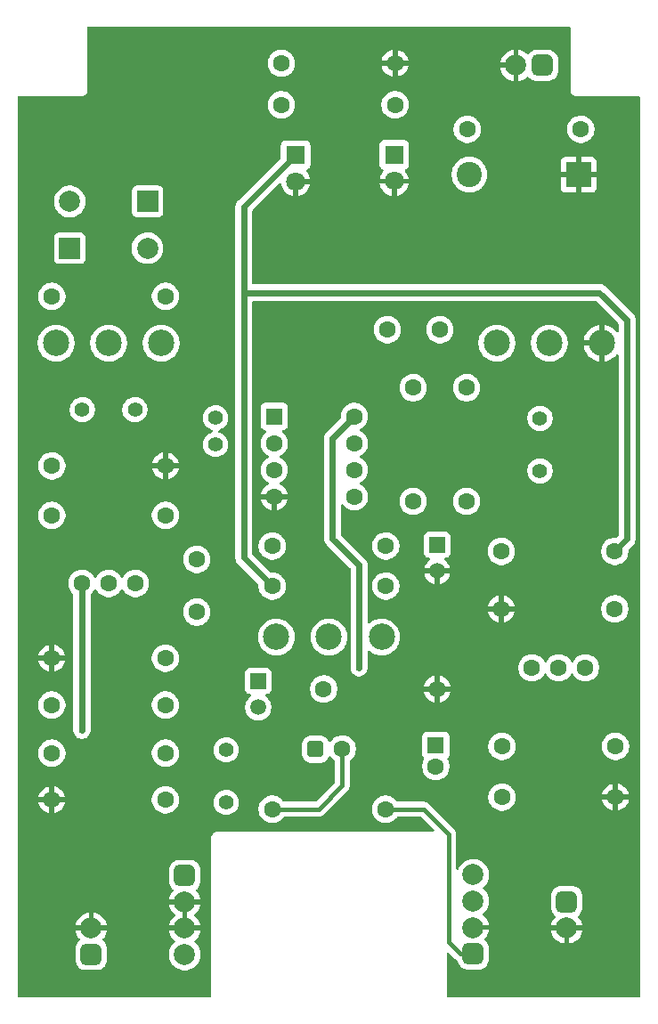
<source format=gbr>
%TF.GenerationSoftware,KiCad,Pcbnew,9.0.2*%
%TF.CreationDate,2025-07-08T13:27:17-05:00*%
%TF.ProjectId,Screamer Overdrive,53637265-616d-4657-9220-4f7665726472,rev?*%
%TF.SameCoordinates,Original*%
%TF.FileFunction,Copper,L2,Bot*%
%TF.FilePolarity,Positive*%
%FSLAX46Y46*%
G04 Gerber Fmt 4.6, Leading zero omitted, Abs format (unit mm)*
G04 Created by KiCad (PCBNEW 9.0.2) date 2025-07-08 13:27:17*
%MOMM*%
%LPD*%
G01*
G04 APERTURE LIST*
G04 Aperture macros list*
%AMRoundRect*
0 Rectangle with rounded corners*
0 $1 Rounding radius*
0 $2 $3 $4 $5 $6 $7 $8 $9 X,Y pos of 4 corners*
0 Add a 4 corners polygon primitive as box body*
4,1,4,$2,$3,$4,$5,$6,$7,$8,$9,$2,$3,0*
0 Add four circle primitives for the rounded corners*
1,1,$1+$1,$2,$3*
1,1,$1+$1,$4,$5*
1,1,$1+$1,$6,$7*
1,1,$1+$1,$8,$9*
0 Add four rect primitives between the rounded corners*
20,1,$1+$1,$2,$3,$4,$5,0*
20,1,$1+$1,$4,$5,$6,$7,0*
20,1,$1+$1,$6,$7,$8,$9,0*
20,1,$1+$1,$8,$9,$2,$3,0*%
G04 Aperture macros list end*
%TA.AperFunction,ComponentPad*%
%ADD10C,1.600000*%
%TD*%
%TA.AperFunction,ComponentPad*%
%ADD11RoundRect,0.500000X-0.500000X0.500000X-0.500000X-0.500000X0.500000X-0.500000X0.500000X0.500000X0*%
%TD*%
%TA.AperFunction,ComponentPad*%
%ADD12C,2.000000*%
%TD*%
%TA.AperFunction,ComponentPad*%
%ADD13R,1.800000X1.800000*%
%TD*%
%TA.AperFunction,ComponentPad*%
%ADD14C,1.800000*%
%TD*%
%TA.AperFunction,ComponentPad*%
%ADD15RoundRect,0.500000X0.500000X-0.500000X0.500000X0.500000X-0.500000X0.500000X-0.500000X-0.500000X0*%
%TD*%
%TA.AperFunction,ComponentPad*%
%ADD16R,2.000000X2.000000*%
%TD*%
%TA.AperFunction,ComponentPad*%
%ADD17C,1.400000*%
%TD*%
%TA.AperFunction,ComponentPad*%
%ADD18R,1.500000X1.500000*%
%TD*%
%TA.AperFunction,ComponentPad*%
%ADD19C,1.500000*%
%TD*%
%TA.AperFunction,ComponentPad*%
%ADD20C,2.400000*%
%TD*%
%TA.AperFunction,ComponentPad*%
%ADD21R,2.400000X2.400000*%
%TD*%
%TA.AperFunction,ComponentPad*%
%ADD22R,1.600000X1.600000*%
%TD*%
%TA.AperFunction,ComponentPad*%
%ADD23RoundRect,0.500000X0.500000X0.500000X-0.500000X0.500000X-0.500000X-0.500000X0.500000X-0.500000X0*%
%TD*%
%TA.AperFunction,ComponentPad*%
%ADD24C,2.500000*%
%TD*%
%TA.AperFunction,ComponentPad*%
%ADD25RoundRect,0.400000X0.400000X0.400000X-0.400000X0.400000X-0.400000X-0.400000X0.400000X-0.400000X0*%
%TD*%
%TA.AperFunction,ViaPad*%
%ADD26C,0.609600*%
%TD*%
%TA.AperFunction,Conductor*%
%ADD27C,0.609600*%
%TD*%
%TA.AperFunction,Conductor*%
%ADD28C,0.406400*%
%TD*%
G04 APERTURE END LIST*
D10*
%TO.P,R5,1*%
%TO.N,Net-(C4-Pad2)*%
X14671000Y49149000D03*
%TO.P,R5,2*%
%TO.N,Net-(Q1-PadB)*%
X3871000Y49149000D03*
%TD*%
D11*
%TO.P,J1,1,1*%
%TO.N,/SEND*%
X16510000Y37492000D03*
D12*
%TO.P,J1,2,2*%
%TO.N,GND*%
X16510000Y34992000D03*
%TO.P,J1,3,3*%
X16510000Y32492000D03*
%TO.P,J1,4,4*%
%TO.N,/IN*%
X16510000Y29992000D03*
%TD*%
D10*
%TO.P,R11,1*%
%TO.N,Net-(C6-Pad1)*%
X14671000Y58166000D03*
%TO.P,R11,2*%
%TO.N,GND*%
X3871000Y58166000D03*
%TD*%
%TO.P,R9,1*%
%TO.N,Net-(Q1-PadB)*%
X3871000Y53721000D03*
%TO.P,R9,2*%
%TO.N,VREF*%
X14671000Y53721000D03*
%TD*%
D13*
%TO.P,C11,1*%
%TO.N,VREF*%
X27051000Y106005000D03*
D14*
%TO.P,C11,2*%
%TO.N,GND*%
X27051000Y103505000D03*
%TD*%
D10*
%TO.P,Q1,B,B*%
%TO.N,Net-(Q1-PadB)*%
X9271000Y65278000D03*
%TO.P,Q1,C,C*%
%TO.N,+VA*%
X6731000Y65278000D03*
%TO.P,Q1,E,E*%
%TO.N,Net-(C6-Pad1)*%
X11811000Y65278000D03*
%TD*%
%TO.P,R6,1*%
%TO.N,Net-(C5-Pad2)*%
X43307000Y73086000D03*
%TO.P,R6,2*%
%TO.N,Net-(R6-Pad2)*%
X43307000Y83886000D03*
%TD*%
%TO.P,R12,1*%
%TO.N,Net-(U1A-+)*%
X14671000Y71755000D03*
%TO.P,R12,2*%
%TO.N,VREF*%
X3871000Y71755000D03*
%TD*%
%TO.P,C6,1*%
%TO.N,Net-(C6-Pad1)*%
X17653000Y62564000D03*
%TO.P,C6,2*%
%TO.N,Net-(U1A-+)*%
X17653000Y67564000D03*
%TD*%
D15*
%TO.P,J4,1,1*%
%TO.N,/IN*%
X7620000Y30012000D03*
D12*
%TO.P,J4,2,2*%
%TO.N,GND*%
X7620000Y32512000D03*
%TD*%
D10*
%TO.P,R17,1*%
%TO.N,Net-(J3-Pad1)*%
X54168000Y108458000D03*
%TO.P,R17,2*%
%TO.N,+VA*%
X43368000Y108458000D03*
%TD*%
D12*
%TO.P,D2,1,K*%
%TO.N,Net-(D1-A)*%
X5571000Y101600000D03*
D16*
%TO.P,D2,2,A*%
%TO.N,Net-(D1-K)*%
X12971000Y101600000D03*
%TD*%
D17*
%TO.P,C7,1*%
%TO.N,Net-(C7-Pad1)*%
X50292000Y80986000D03*
%TO.P,C7,2*%
%TO.N,Net-(C7-Pad2)*%
X50292000Y75986000D03*
%TD*%
D10*
%TO.P,R20,1*%
%TO.N,GND*%
X36499800Y114731800D03*
%TO.P,R20,2*%
%TO.N,VREF*%
X25699800Y114731800D03*
%TD*%
%TO.P,R2,1*%
%TO.N,GND*%
X14671000Y76454000D03*
%TO.P,R2,2*%
%TO.N,Net-(C1-Pad1)*%
X3871000Y76454000D03*
%TD*%
%TO.P,Q2,B,B*%
%TO.N,Net-(C7-Pad2)*%
X52070000Y57261010D03*
%TO.P,Q2,C,C*%
%TO.N,+VA*%
X49530000Y57261010D03*
%TO.P,Q2,E,E*%
%TO.N,Net-(Q2-PadE)*%
X54610000Y57261010D03*
%TD*%
%TO.P,R16,1*%
%TO.N,/RETURN*%
X46670000Y44958000D03*
%TO.P,R16,2*%
%TO.N,GND*%
X57470000Y44958000D03*
%TD*%
%TO.P,R3,1*%
%TO.N,Net-(C2-Pad2)*%
X29718000Y55245000D03*
%TO.P,R3,2*%
%TO.N,GND*%
X40518000Y55245000D03*
%TD*%
D17*
%TO.P,C1,1*%
%TO.N,Net-(C1-Pad1)*%
X6771000Y81788000D03*
%TO.P,C1,2*%
%TO.N,Net-(D1-A)*%
X11771000Y81788000D03*
%TD*%
D10*
%TO.P,R14,1*%
%TO.N,Net-(Q2-PadE)*%
X57470000Y49784000D03*
%TO.P,R14,2*%
%TO.N,Net-(C9-Pad1)*%
X46670000Y49784000D03*
%TD*%
%TO.P,R8,1*%
%TO.N,/SEND*%
X14671000Y44704000D03*
%TO.P,R8,2*%
%TO.N,GND*%
X3871000Y44704000D03*
%TD*%
D17*
%TO.P,C3,1*%
%TO.N,Net-(D1-A)*%
X19431000Y78486000D03*
%TO.P,C3,2*%
%TO.N,Net-(D1-K)*%
X19431000Y81026000D03*
%TD*%
D15*
%TO.P,J2,1,1*%
%TO.N,/LED+*%
X43942000Y30072000D03*
D12*
%TO.P,J2,2,2*%
%TO.N,GND*%
X43942000Y32572000D03*
%TO.P,J2,3,3*%
%TO.N,/OUT*%
X43942000Y35072000D03*
%TO.P,J2,4,4*%
%TO.N,/RETURN*%
X43942000Y37572000D03*
%TD*%
D10*
%TO.P,R1,1*%
%TO.N,Net-(D1-A)*%
X3871000Y92583000D03*
%TO.P,R1,2*%
%TO.N,Net-(R1-Pad2)*%
X14671000Y92583000D03*
%TD*%
D18*
%TO.P,C8,1*%
%TO.N,Net-(U1B-+)*%
X40513000Y68961000D03*
D19*
%TO.P,C8,2*%
%TO.N,GND*%
X40513000Y66461000D03*
%TD*%
D10*
%TO.P,R13,1*%
%TO.N,Net-(C7-Pad2)*%
X46604000Y68326000D03*
%TO.P,R13,2*%
%TO.N,VREF*%
X57404000Y68326000D03*
%TD*%
D11*
%TO.P,J5,1,1*%
%TO.N,/OUT*%
X52832000Y35012000D03*
D12*
%TO.P,J5,2,2*%
%TO.N,GND*%
X52832000Y32512000D03*
%TD*%
D18*
%TO.P,C2,1*%
%TO.N,Net-(C2-Pad1)*%
X23495000Y56007000D03*
D19*
%TO.P,C2,2*%
%TO.N,Net-(C2-Pad2)*%
X23495000Y53507000D03*
%TD*%
D10*
%TO.P,R10,1*%
%TO.N,Net-(U1B-+)*%
X35626000Y65024000D03*
%TO.P,R10,2*%
%TO.N,VREF*%
X24826000Y65024000D03*
%TD*%
D13*
%TO.P,C10,1*%
%TO.N,+VA*%
X36429000Y106025000D03*
D14*
%TO.P,C10,2*%
%TO.N,GND*%
X36429000Y103525000D03*
%TD*%
D20*
%TO.P,D4,1,K*%
%TO.N,+VA*%
X43588000Y104140000D03*
D21*
%TO.P,D4,2,A*%
%TO.N,GND*%
X53948000Y104140000D03*
%TD*%
D10*
%TO.P,R7,1*%
%TO.N,Net-(D1-K)*%
X24826000Y68834000D03*
%TO.P,R7,2*%
%TO.N,Net-(U1B-+)*%
X35626000Y68834000D03*
%TD*%
D17*
%TO.P,C4,1*%
%TO.N,/SEND*%
X20447000Y44450000D03*
%TO.P,C4,2*%
%TO.N,Net-(C4-Pad2)*%
X20447000Y49450000D03*
%TD*%
D10*
%TO.P,R18,1*%
%TO.N,VREF*%
X25699800Y110794800D03*
%TO.P,R18,2*%
%TO.N,+VA*%
X36499800Y110794800D03*
%TD*%
D22*
%TO.P,U1,1*%
%TO.N,Net-(D1-K)*%
X25019000Y81153000D03*
D10*
%TO.P,U1,2,-*%
%TO.N,Net-(D1-A)*%
X25019000Y78613000D03*
%TO.P,U1,3,+*%
%TO.N,Net-(U1A-+)*%
X25019000Y76073000D03*
%TO.P,U1,4,V-*%
%TO.N,GND*%
X25019000Y73533000D03*
%TO.P,U1,5,+*%
%TO.N,Net-(U1B-+)*%
X32639000Y73533000D03*
%TO.P,U1,6,-*%
%TO.N,Net-(U1B--)*%
X32639000Y76073000D03*
%TO.P,U1,7*%
%TO.N,Net-(C5-Pad1)*%
X32639000Y78613000D03*
%TO.P,U1,8,V+*%
%TO.N,+VA*%
X32639000Y81153000D03*
%TD*%
%TO.P,C5,1*%
%TO.N,Net-(C5-Pad1)*%
X35767000Y89408000D03*
%TO.P,C5,2*%
%TO.N,Net-(C5-Pad2)*%
X40767000Y89408000D03*
%TD*%
D12*
%TO.P,D1,1,K*%
%TO.N,Net-(D1-K)*%
X12971000Y97155000D03*
D16*
%TO.P,D1,2,A*%
%TO.N,Net-(D1-A)*%
X5571000Y97155000D03*
%TD*%
D22*
%TO.P,C9,1*%
%TO.N,Net-(C9-Pad1)*%
X40386000Y49879000D03*
D10*
%TO.P,C9,2*%
%TO.N,/RETURN*%
X40386000Y47879000D03*
%TD*%
%TO.P,R4,1*%
%TO.N,Net-(U1B--)*%
X38227000Y73086000D03*
%TO.P,R4,2*%
%TO.N,Net-(C5-Pad1)*%
X38227000Y83886000D03*
%TD*%
D23*
%TO.P,J3,1,1*%
%TO.N,Net-(J3-Pad1)*%
X50506000Y114537000D03*
D12*
%TO.P,J3,2,2*%
%TO.N,GND*%
X48006000Y114537000D03*
%TD*%
D10*
%TO.P,R15,1*%
%TO.N,Net-(Q2-PadE)*%
X57404000Y62865000D03*
%TO.P,R15,2*%
%TO.N,GND*%
X46604000Y62865000D03*
%TD*%
%TO.P,R19,1*%
%TO.N,Net-(D3-K)*%
X24826000Y43815000D03*
%TO.P,R19,2*%
%TO.N,/LED+*%
X35626000Y43815000D03*
%TD*%
D24*
%TO.P,RV2,1,1*%
%TO.N,Net-(U1B--)*%
X35226000Y60200000D03*
%TO.P,RV2,2,2*%
%TO.N,Net-(C2-Pad1)*%
X30226000Y60200000D03*
%TO.P,RV2,3,3*%
%TO.N,Net-(U1B-+)*%
X25226000Y60200000D03*
%TD*%
D10*
%TO.P,D3,1,K*%
%TO.N,Net-(D3-K)*%
X31496000Y49530000D03*
D25*
%TO.P,D3,2,A*%
%TO.N,+VA*%
X28956000Y49530000D03*
%TD*%
D24*
%TO.P,RV3,1,1*%
%TO.N,GND*%
X56181000Y88140000D03*
%TO.P,RV3,2,2*%
%TO.N,Net-(C7-Pad1)*%
X51181000Y88140000D03*
%TO.P,RV3,3,3*%
%TO.N,Net-(R6-Pad2)*%
X46181000Y88140000D03*
%TD*%
%TO.P,RV1,1,1*%
%TO.N,Net-(R1-Pad2)*%
X14271000Y88140000D03*
%TO.P,RV1,2,2*%
%TO.N,Net-(D1-K)*%
X9271000Y88140000D03*
%TO.P,RV1,3,3*%
%TO.N,unconnected-(RV1-Pad3)*%
X4271000Y88140000D03*
%TD*%
D26*
%TO.N,+VA*%
X33070800Y57251600D03*
X6731000Y51308000D03*
%TD*%
D27*
%TO.N,+VA*%
X6731000Y51308000D02*
X6731000Y65278000D01*
X30556200Y79070200D02*
X32639000Y81153000D01*
X33070800Y57251600D02*
X33070800Y67056000D01*
X33070800Y67056000D02*
X30556200Y69570600D01*
X30556200Y69570600D02*
X30556200Y79070200D01*
%TO.N,VREF*%
X58572400Y90322400D02*
X58572400Y69494400D01*
X24826000Y65024000D02*
X22123400Y67726600D01*
X22123400Y67726600D02*
X22123400Y92938600D01*
X55956200Y92938600D02*
X58572400Y90322400D01*
X22123400Y92938600D02*
X55956200Y92938600D01*
X22123400Y101077400D02*
X27051000Y106005000D01*
X22123400Y92938600D02*
X22123400Y101077400D01*
X58572400Y69494400D02*
X57404000Y68326000D01*
D28*
%TO.N,Net-(D3-K)*%
X31496000Y46075600D02*
X31496000Y49530000D01*
X24826000Y43815000D02*
X29235400Y43815000D01*
X29235400Y43815000D02*
X31496000Y46075600D01*
%TO.N,/LED+*%
X39234203Y43815000D02*
X35626000Y43815000D01*
X41606200Y31139400D02*
X41606200Y41443003D01*
X42673600Y30072000D02*
X41606200Y31139400D01*
X43942000Y30072000D02*
X42673600Y30072000D01*
X41606200Y41443003D02*
X39234203Y43815000D01*
%TD*%
%TA.AperFunction,Conductor*%
%TO.N,GND*%
G36*
X16760000Y32925012D02*
G01*
X16702993Y32957925D01*
X16575826Y32992000D01*
X16444174Y32992000D01*
X16317007Y32957925D01*
X16260000Y32925012D01*
X16260000Y34558988D01*
X16317007Y34526075D01*
X16444174Y34492000D01*
X16575826Y34492000D01*
X16702993Y34526075D01*
X16760000Y34558988D01*
X16760000Y32925012D01*
G37*
%TD.AperFunction*%
%TA.AperFunction,Conductor*%
G36*
X53155539Y118216815D02*
G01*
X53201294Y118164011D01*
X53212500Y118112500D01*
X53212500Y112074055D01*
X53247153Y111944725D01*
X53314099Y111828774D01*
X53314101Y111828771D01*
X53408771Y111734101D01*
X53408774Y111734099D01*
X53524725Y111667153D01*
X53654055Y111632500D01*
X53787945Y111632500D01*
X59692500Y111632500D01*
X59759539Y111612815D01*
X59805294Y111560011D01*
X59816500Y111508500D01*
X59816500Y26032500D01*
X59796815Y25965461D01*
X59744011Y25919706D01*
X59692500Y25908500D01*
X41526500Y25908500D01*
X41459461Y25928185D01*
X41413706Y25980989D01*
X41402500Y26032500D01*
X41402500Y30048554D01*
X41422185Y30115593D01*
X41474989Y30161348D01*
X41544147Y30171292D01*
X41607703Y30142267D01*
X41614181Y30136235D01*
X42225013Y29525402D01*
X42225014Y29525401D01*
X42340276Y29448387D01*
X42374484Y29434218D01*
X42394387Y29425974D01*
X42448791Y29382133D01*
X42466150Y29345525D01*
X42508091Y29198951D01*
X42539432Y29138951D01*
X42602304Y29018590D01*
X42730890Y28860890D01*
X42888590Y28732304D01*
X42888591Y28732303D01*
X42888593Y28732302D01*
X42978772Y28685196D01*
X43068954Y28638089D01*
X43225376Y28593332D01*
X43264582Y28582114D01*
X43264583Y28582113D01*
X43264586Y28582113D01*
X43341511Y28575274D01*
X43383963Y28571500D01*
X43383966Y28571500D01*
X43383967Y28571500D01*
X44500028Y28571500D01*
X44500033Y28571500D01*
X44500036Y28571501D01*
X44523330Y28573571D01*
X44619415Y28582113D01*
X44815045Y28638089D01*
X44815049Y28638091D01*
X44995407Y28732302D01*
X45079525Y28800891D01*
X45153109Y28860890D01*
X45232774Y28958593D01*
X45281698Y29018593D01*
X45375909Y29198951D01*
X45431886Y29394582D01*
X45442500Y29513963D01*
X45442499Y30630036D01*
X45431886Y30749418D01*
X45375909Y30945049D01*
X45281698Y31125407D01*
X45153109Y31283109D01*
X45050882Y31366463D01*
X45011367Y31424081D01*
X45009275Y31493919D01*
X45041564Y31550244D01*
X45086133Y31594813D01*
X45224914Y31785828D01*
X45332102Y31996197D01*
X45405065Y32220751D01*
X45420542Y32318462D01*
X45421103Y32322000D01*
X44375012Y32322000D01*
X44407925Y32379007D01*
X44442000Y32506174D01*
X44442000Y32637826D01*
X44407925Y32764993D01*
X44375012Y32822000D01*
X45421102Y32822000D01*
X45405065Y32923247D01*
X45332102Y33147802D01*
X45224914Y33358171D01*
X45086133Y33549186D01*
X44919182Y33716137D01*
X44911981Y33721369D01*
X44869312Y33776696D01*
X44863329Y33846309D01*
X44895932Y33908106D01*
X44911974Y33922008D01*
X44919509Y33927482D01*
X45086514Y34094487D01*
X45086517Y34094490D01*
X45225343Y34285567D01*
X45311149Y34453971D01*
X45332566Y34496003D01*
X45405553Y34720631D01*
X45442500Y34953902D01*
X45442500Y35190097D01*
X45405553Y35423368D01*
X45383253Y35492000D01*
X45357898Y35570033D01*
X51331500Y35570033D01*
X51331500Y34453971D01*
X51331501Y34453965D01*
X51342113Y34334584D01*
X51398089Y34138954D01*
X51398091Y34138951D01*
X51475321Y33991101D01*
X51492304Y33958590D01*
X51620890Y33800890D01*
X51723115Y33717538D01*
X51762632Y33659917D01*
X51764724Y33590079D01*
X51732435Y33533755D01*
X51687866Y33489186D01*
X51549085Y33298171D01*
X51441897Y33087802D01*
X51368934Y32863247D01*
X51352898Y32762000D01*
X52398988Y32762000D01*
X52366075Y32704993D01*
X52332000Y32577826D01*
X52332000Y32446174D01*
X52366075Y32319007D01*
X52398988Y32262000D01*
X51352898Y32262000D01*
X51368934Y32160752D01*
X51441897Y31936197D01*
X51549085Y31725828D01*
X51687866Y31534813D01*
X51854813Y31367866D01*
X52045828Y31229085D01*
X52256197Y31121897D01*
X52480752Y31048934D01*
X52582000Y31032897D01*
X52582000Y32078988D01*
X52639007Y32046075D01*
X52766174Y32012000D01*
X52897826Y32012000D01*
X53024993Y32046075D01*
X53082000Y32078988D01*
X53082000Y31032897D01*
X53183247Y31048934D01*
X53407802Y31121897D01*
X53618171Y31229085D01*
X53809186Y31367866D01*
X53976133Y31534813D01*
X54114914Y31725828D01*
X54222102Y31936197D01*
X54295065Y32160752D01*
X54311102Y32262000D01*
X53265012Y32262000D01*
X53297925Y32319007D01*
X53332000Y32446174D01*
X53332000Y32577826D01*
X53297925Y32704993D01*
X53265012Y32762000D01*
X54311102Y32762000D01*
X54295065Y32863247D01*
X54222102Y33087802D01*
X54114914Y33298171D01*
X53976133Y33489186D01*
X53931565Y33533754D01*
X53898079Y33595077D01*
X53903063Y33664768D01*
X53940885Y33717538D01*
X54043107Y33800888D01*
X54100480Y33871251D01*
X54171698Y33958593D01*
X54265909Y34138951D01*
X54321886Y34334582D01*
X54332500Y34453963D01*
X54332499Y35570036D01*
X54321886Y35689418D01*
X54265909Y35885049D01*
X54171698Y36065407D01*
X54043109Y36223109D01*
X53885407Y36351698D01*
X53705049Y36445909D01*
X53509418Y36501886D01*
X53390037Y36512500D01*
X52273964Y36512499D01*
X52154582Y36501886D01*
X51958951Y36445909D01*
X51778593Y36351698D01*
X51714803Y36299684D01*
X51620890Y36223109D01*
X51557012Y36144768D01*
X51492302Y36065407D01*
X51398091Y35885049D01*
X51398089Y35885045D01*
X51390475Y35858433D01*
X51342114Y35689418D01*
X51342114Y35689416D01*
X51342113Y35689413D01*
X51338031Y35643499D01*
X51332054Y35576260D01*
X51331500Y35570033D01*
X45357898Y35570033D01*
X45332568Y35647992D01*
X45225343Y35858433D01*
X45086517Y36049510D01*
X44919510Y36216517D01*
X44912401Y36221682D01*
X44869735Y36277012D01*
X44863756Y36346625D01*
X44896362Y36408420D01*
X44912401Y36422318D01*
X44919506Y36427480D01*
X44919510Y36427483D01*
X45086517Y36594490D01*
X45225343Y36785567D01*
X45300959Y36933971D01*
X45332566Y36996003D01*
X45405553Y37220631D01*
X45442500Y37453902D01*
X45442500Y37690097D01*
X45405553Y37923368D01*
X45332568Y38147992D01*
X45225343Y38358433D01*
X45086517Y38549510D01*
X44919510Y38716517D01*
X44728433Y38855343D01*
X44517992Y38962568D01*
X44293368Y39035553D01*
X44060097Y39072500D01*
X44060092Y39072500D01*
X43823908Y39072500D01*
X43823903Y39072500D01*
X43590631Y39035553D01*
X43486412Y39001689D01*
X43366008Y38962568D01*
X43366005Y38962566D01*
X43366003Y38962566D01*
X43254991Y38906002D01*
X43155567Y38855343D01*
X42964490Y38716517D01*
X42797483Y38549510D01*
X42663464Y38365049D01*
X42658657Y38358433D01*
X42551430Y38147990D01*
X42549571Y38143499D01*
X42548284Y38144031D01*
X42512394Y38091543D01*
X42448035Y38064345D01*
X42379189Y38076260D01*
X42327713Y38123504D01*
X42309900Y38187537D01*
X42309900Y41512313D01*
X42309899Y41512315D01*
X42288112Y41621846D01*
X42282857Y41648265D01*
X42229811Y41776330D01*
X42152800Y41891586D01*
X42054783Y41989603D01*
X42054781Y41989604D01*
X42047715Y41996670D01*
X42047711Y41996673D01*
X39787873Y44256511D01*
X39787870Y44256515D01*
X39780804Y44263581D01*
X39780803Y44263583D01*
X39682786Y44361600D01*
X39567530Y44438611D01*
X39567527Y44438612D01*
X39567526Y44438613D01*
X39439467Y44491656D01*
X39439465Y44491657D01*
X39394971Y44500507D01*
X39303513Y44518701D01*
X39303511Y44518701D01*
X39164895Y44518701D01*
X39158781Y44518701D01*
X39158761Y44518700D01*
X36785419Y44518700D01*
X36718380Y44538385D01*
X36685100Y44569816D01*
X36617969Y44662215D01*
X36617968Y44662215D01*
X36617966Y44662219D01*
X36473219Y44806966D01*
X36473215Y44806968D01*
X36473213Y44806971D01*
X36307614Y44927284D01*
X36307610Y44927287D01*
X36125219Y45020220D01*
X36001708Y45060351D01*
X45369500Y45060351D01*
X45369500Y44855648D01*
X45401522Y44653465D01*
X45464781Y44458776D01*
X45557715Y44276386D01*
X45678028Y44110786D01*
X45822786Y43966028D01*
X45988386Y43845715D01*
X46170776Y43752781D01*
X46365465Y43689522D01*
X46543329Y43661351D01*
X46567648Y43657500D01*
X46567649Y43657500D01*
X46772351Y43657500D01*
X46772352Y43657500D01*
X46799995Y43661878D01*
X46974534Y43689522D01*
X47169223Y43752781D01*
X47294653Y43816691D01*
X47351610Y43845713D01*
X47366851Y43856786D01*
X47517213Y43966028D01*
X47661971Y44110786D01*
X47782284Y44276386D01*
X47782287Y44276390D01*
X47844997Y44399465D01*
X47875218Y44458776D01*
X47875281Y44458970D01*
X47938477Y44653466D01*
X47970500Y44855648D01*
X47970500Y45060352D01*
X47947114Y45208000D01*
X56193391Y45208000D01*
X57154314Y45208000D01*
X57149920Y45203606D01*
X57097259Y45112394D01*
X57070000Y45010661D01*
X57070000Y44905339D01*
X57097259Y44803606D01*
X57149920Y44712394D01*
X57154314Y44708000D01*
X56193391Y44708000D01*
X56202009Y44653586D01*
X56265244Y44458970D01*
X56358140Y44276650D01*
X56478417Y44111105D01*
X56478417Y44111104D01*
X56623104Y43966417D01*
X56788650Y43846140D01*
X56970970Y43753244D01*
X57165586Y43690009D01*
X57220000Y43681390D01*
X57220000Y44642314D01*
X57224394Y44637920D01*
X57315606Y44585259D01*
X57417339Y44558000D01*
X57522661Y44558000D01*
X57624394Y44585259D01*
X57715606Y44637920D01*
X57720000Y44642314D01*
X57720000Y43681390D01*
X57774413Y43690009D01*
X57969029Y43753244D01*
X58151349Y43846140D01*
X58316894Y43966417D01*
X58316895Y43966417D01*
X58461582Y44111104D01*
X58461582Y44111105D01*
X58581859Y44276650D01*
X58674755Y44458970D01*
X58737990Y44653586D01*
X58746609Y44708000D01*
X57785686Y44708000D01*
X57790080Y44712394D01*
X57842741Y44803606D01*
X57870000Y44905339D01*
X57870000Y45010661D01*
X57842741Y45112394D01*
X57790080Y45203606D01*
X57785686Y45208000D01*
X58746609Y45208000D01*
X58737990Y45262413D01*
X58674755Y45457029D01*
X58581859Y45639349D01*
X58461582Y45804894D01*
X58461582Y45804895D01*
X58316895Y45949582D01*
X58151349Y46069859D01*
X57969031Y46162754D01*
X57774421Y46225988D01*
X57720000Y46234606D01*
X57720000Y45273686D01*
X57715606Y45278080D01*
X57624394Y45330741D01*
X57522661Y45358000D01*
X57417339Y45358000D01*
X57315606Y45330741D01*
X57224394Y45278080D01*
X57220000Y45273686D01*
X57220000Y46234607D01*
X57165578Y46225988D01*
X56970968Y46162754D01*
X56788650Y46069859D01*
X56623105Y45949582D01*
X56623104Y45949582D01*
X56478417Y45804895D01*
X56478417Y45804894D01*
X56358140Y45639349D01*
X56265244Y45457029D01*
X56202009Y45262413D01*
X56193391Y45208000D01*
X47947114Y45208000D01*
X47938477Y45262534D01*
X47875220Y45457219D01*
X47782287Y45639610D01*
X47707696Y45742276D01*
X47661971Y45805213D01*
X47661968Y45805215D01*
X47661966Y45805219D01*
X47517219Y45949966D01*
X47517215Y45949968D01*
X47517213Y45949971D01*
X47439694Y46006291D01*
X47351610Y46070287D01*
X47169219Y46163220D01*
X46974534Y46226477D01*
X46772352Y46258500D01*
X46567648Y46258500D01*
X46466557Y46242488D01*
X46365465Y46226477D01*
X46275137Y46197127D01*
X46170781Y46163220D01*
X46170778Y46163218D01*
X46170776Y46163218D01*
X46104607Y46129503D01*
X45988390Y46070287D01*
X45988386Y46070284D01*
X45822786Y45949971D01*
X45678028Y45805213D01*
X45557715Y45639613D01*
X45464781Y45457223D01*
X45401522Y45262534D01*
X45369500Y45060351D01*
X36001708Y45060351D01*
X35930534Y45083477D01*
X35728352Y45115500D01*
X35523648Y45115500D01*
X35451041Y45104000D01*
X35321465Y45083477D01*
X35250288Y45060350D01*
X35126781Y45020220D01*
X35126778Y45020218D01*
X35126776Y45020218D01*
X35103608Y45008413D01*
X34944390Y44927287D01*
X34944386Y44927284D01*
X34778786Y44806971D01*
X34634028Y44662213D01*
X34544064Y44538385D01*
X34513713Y44496610D01*
X34494438Y44458781D01*
X34420781Y44314223D01*
X34357522Y44119534D01*
X34325500Y43917351D01*
X34325500Y43712648D01*
X34357522Y43510465D01*
X34420781Y43315776D01*
X34513715Y43133386D01*
X34634028Y42967786D01*
X34778786Y42823028D01*
X34944386Y42702715D01*
X35126776Y42609781D01*
X35321465Y42546522D01*
X35499329Y42518351D01*
X35523648Y42514500D01*
X35523649Y42514500D01*
X35728351Y42514500D01*
X35728352Y42514500D01*
X35755995Y42518878D01*
X35930534Y42546522D01*
X36125223Y42609781D01*
X36250653Y42673691D01*
X36307610Y42702713D01*
X36307613Y42702715D01*
X36473213Y42823028D01*
X36617969Y42967784D01*
X36685100Y43060184D01*
X36740430Y43102851D01*
X36785419Y43111300D01*
X38891359Y43111300D01*
X38958398Y43091615D01*
X38979040Y43074981D01*
X40185840Y41868181D01*
X40219325Y41806858D01*
X40214341Y41737166D01*
X40172469Y41681233D01*
X40107005Y41656816D01*
X40098159Y41656500D01*
X19624945Y41656500D01*
X19491055Y41656500D01*
X19361726Y41621847D01*
X19245774Y41554901D01*
X19151099Y41460226D01*
X19084153Y41344274D01*
X19049500Y41214944D01*
X19049500Y26032500D01*
X19029815Y25965461D01*
X18977011Y25919706D01*
X18925500Y25908500D01*
X759500Y25908500D01*
X692461Y25928185D01*
X646706Y25980989D01*
X635500Y26032500D01*
X635500Y30570033D01*
X6119500Y30570033D01*
X6119500Y29453971D01*
X6119501Y29453965D01*
X6130113Y29334584D01*
X6186089Y29138954D01*
X6186091Y29138951D01*
X6251105Y29014487D01*
X6280304Y28958590D01*
X6408890Y28800890D01*
X6566590Y28672304D01*
X6566591Y28672303D01*
X6566593Y28672302D01*
X6632087Y28638091D01*
X6746954Y28578089D01*
X6903376Y28533332D01*
X6942582Y28522114D01*
X6942583Y28522113D01*
X6942586Y28522113D01*
X7019511Y28515274D01*
X7061963Y28511500D01*
X7061966Y28511500D01*
X7061967Y28511500D01*
X8178028Y28511500D01*
X8178033Y28511500D01*
X8178036Y28511501D01*
X8201330Y28513571D01*
X8297415Y28522113D01*
X8493045Y28578089D01*
X8493049Y28578091D01*
X8673407Y28672302D01*
X8717993Y28708657D01*
X8831109Y28800890D01*
X8907684Y28894803D01*
X8959698Y28958593D01*
X9053909Y29138951D01*
X9109886Y29334582D01*
X9120500Y29453963D01*
X9120499Y30570036D01*
X9109886Y30689418D01*
X9053909Y30885049D01*
X8959698Y31065407D01*
X8831109Y31223109D01*
X8728882Y31306463D01*
X8689367Y31364081D01*
X8687275Y31433919D01*
X8719564Y31490244D01*
X8764133Y31534813D01*
X8902914Y31725828D01*
X9010102Y31936197D01*
X9083065Y32160752D01*
X9099102Y32262000D01*
X8053012Y32262000D01*
X8085925Y32319007D01*
X8120000Y32446174D01*
X8120000Y32577826D01*
X8085925Y32704993D01*
X8053012Y32762000D01*
X9099102Y32762000D01*
X9083065Y32863247D01*
X9010102Y33087802D01*
X8902914Y33298171D01*
X8764133Y33489186D01*
X8597186Y33656133D01*
X8406171Y33794914D01*
X8195804Y33902102D01*
X7971255Y33975063D01*
X7971249Y33975065D01*
X7870000Y33991100D01*
X7870000Y32945012D01*
X7812993Y32977925D01*
X7685826Y33012000D01*
X7554174Y33012000D01*
X7427007Y32977925D01*
X7370000Y32945012D01*
X7370000Y33991101D01*
X7268750Y33975065D01*
X7268744Y33975063D01*
X7044195Y33902102D01*
X6833828Y33794914D01*
X6642813Y33656133D01*
X6475866Y33489186D01*
X6337085Y33298171D01*
X6229897Y33087802D01*
X6156934Y32863247D01*
X6140898Y32762000D01*
X7186988Y32762000D01*
X7154075Y32704993D01*
X7120000Y32577826D01*
X7120000Y32446174D01*
X7154075Y32319007D01*
X7186988Y32262000D01*
X6140898Y32262000D01*
X6156934Y32160752D01*
X6229897Y31936197D01*
X6337087Y31725825D01*
X6475858Y31534822D01*
X6475863Y31534816D01*
X6520436Y31490242D01*
X6553920Y31428919D01*
X6548934Y31359227D01*
X6511114Y31306461D01*
X6408890Y31223109D01*
X6314977Y31107933D01*
X6280302Y31065407D01*
X6186091Y30885049D01*
X6186089Y30885045D01*
X6155584Y30778433D01*
X6130114Y30689418D01*
X6130114Y30689416D01*
X6130113Y30689413D01*
X6119500Y30570033D01*
X635500Y30570033D01*
X635500Y38050033D01*
X15009500Y38050033D01*
X15009500Y36933971D01*
X15009501Y36933965D01*
X15020113Y36814584D01*
X15076089Y36618954D01*
X15076091Y36618951D01*
X15166480Y36445909D01*
X15170304Y36438590D01*
X15298890Y36280890D01*
X15401115Y36197538D01*
X15440632Y36139917D01*
X15442724Y36070079D01*
X15410435Y36013755D01*
X15365866Y35969186D01*
X15227085Y35778171D01*
X15119897Y35567802D01*
X15046934Y35343247D01*
X15030898Y35242000D01*
X16076988Y35242000D01*
X16044075Y35184993D01*
X16010000Y35057826D01*
X16010000Y34926174D01*
X16044075Y34799007D01*
X16076988Y34742000D01*
X15030898Y34742000D01*
X15046934Y34640752D01*
X15119897Y34416197D01*
X15227085Y34205828D01*
X15365866Y34014813D01*
X15532816Y33847863D01*
X15540451Y33842317D01*
X15583116Y33786986D01*
X15589094Y33717373D01*
X15556487Y33655578D01*
X15540451Y33641683D01*
X15532816Y33636136D01*
X15365866Y33469186D01*
X15227085Y33278171D01*
X15119897Y33067802D01*
X15046934Y32843247D01*
X15030898Y32742000D01*
X16076988Y32742000D01*
X16044075Y32684993D01*
X16010000Y32557826D01*
X16010000Y32426174D01*
X16044075Y32299007D01*
X16076988Y32242000D01*
X15030898Y32242000D01*
X15046934Y32140752D01*
X15119897Y31916197D01*
X15227085Y31705828D01*
X15365866Y31514813D01*
X15532813Y31347866D01*
X15540025Y31342627D01*
X15582690Y31287297D01*
X15588669Y31217683D01*
X15556063Y31155888D01*
X15540027Y31141993D01*
X15532490Y31136517D01*
X15365483Y30969510D01*
X15226657Y30778433D01*
X15119433Y30567996D01*
X15046446Y30343368D01*
X15009500Y30110097D01*
X15009500Y29873902D01*
X15046446Y29640631D01*
X15119433Y29416003D01*
X15226657Y29205566D01*
X15305862Y29096550D01*
X15365483Y29014490D01*
X15365485Y29014488D01*
X15365485Y29014487D01*
X15532487Y28847485D01*
X15723566Y28708657D01*
X15934003Y28601433D01*
X16158631Y28528446D01*
X16391903Y28491500D01*
X16391908Y28491500D01*
X16628097Y28491500D01*
X16861368Y28528446D01*
X17085996Y28601433D01*
X17296433Y28708657D01*
X17328980Y28732304D01*
X17487510Y28847483D01*
X17654517Y29014490D01*
X17793343Y29205567D01*
X17844002Y29304991D01*
X17900566Y29416003D01*
X17906485Y29434218D01*
X17939689Y29536412D01*
X17973553Y29640631D01*
X18010500Y29873902D01*
X18010500Y30110097D01*
X17973553Y30343368D01*
X17972075Y30347917D01*
X17900568Y30567992D01*
X17793343Y30778433D01*
X17654517Y30969510D01*
X17487510Y31136517D01*
X17479973Y31141992D01*
X17437309Y31197322D01*
X17431331Y31266936D01*
X17463938Y31328730D01*
X17479975Y31342627D01*
X17487185Y31347866D01*
X17487186Y31347866D01*
X17654133Y31514813D01*
X17792914Y31705828D01*
X17900102Y31916197D01*
X17973065Y32140752D01*
X17989102Y32242000D01*
X16943012Y32242000D01*
X16975925Y32299007D01*
X17010000Y32426174D01*
X17010000Y32557826D01*
X16975925Y32684993D01*
X16943012Y32742000D01*
X17989102Y32742000D01*
X17973065Y32843247D01*
X17900102Y33067802D01*
X17792914Y33278171D01*
X17654133Y33469186D01*
X17487180Y33636139D01*
X17479555Y33641679D01*
X17436887Y33697007D01*
X17430905Y33766620D01*
X17463508Y33828417D01*
X17479555Y33842321D01*
X17487180Y33847860D01*
X17654133Y34014813D01*
X17792914Y34205828D01*
X17900102Y34416197D01*
X17973065Y34640752D01*
X17989102Y34742000D01*
X16943012Y34742000D01*
X16975925Y34799007D01*
X17010000Y34926174D01*
X17010000Y35057826D01*
X16975925Y35184993D01*
X16943012Y35242000D01*
X17989102Y35242000D01*
X17973065Y35343247D01*
X17900102Y35567802D01*
X17792914Y35778171D01*
X17654133Y35969186D01*
X17609565Y36013754D01*
X17576079Y36075077D01*
X17581063Y36144768D01*
X17618885Y36197538D01*
X17721107Y36280888D01*
X17836427Y36422318D01*
X17849698Y36438593D01*
X17943909Y36618951D01*
X17999886Y36814582D01*
X18010500Y36933963D01*
X18010499Y38050036D01*
X17999886Y38169418D01*
X17943909Y38365049D01*
X17849698Y38545407D01*
X17721109Y38703109D01*
X17563407Y38831698D01*
X17383049Y38925909D01*
X17187418Y38981886D01*
X17068037Y38992500D01*
X15951964Y38992499D01*
X15832582Y38981886D01*
X15636951Y38925909D01*
X15456593Y38831698D01*
X15392803Y38779684D01*
X15298890Y38703109D01*
X15204977Y38587933D01*
X15170302Y38545407D01*
X15076091Y38365049D01*
X15076089Y38365045D01*
X15042550Y38247829D01*
X15020114Y38169418D01*
X15020114Y38169416D01*
X15020113Y38169413D01*
X15016032Y38123504D01*
X15011832Y38076260D01*
X15009500Y38050033D01*
X635500Y38050033D01*
X635500Y44954000D01*
X2594391Y44954000D01*
X3555314Y44954000D01*
X3550920Y44949606D01*
X3498259Y44858394D01*
X3471000Y44756661D01*
X3471000Y44651339D01*
X3498259Y44549606D01*
X3550920Y44458394D01*
X3555314Y44454000D01*
X2594391Y44454000D01*
X2603009Y44399586D01*
X2666244Y44204970D01*
X2759140Y44022650D01*
X2879417Y43857105D01*
X2879417Y43857104D01*
X3024104Y43712417D01*
X3189650Y43592140D01*
X3371970Y43499244D01*
X3566586Y43436009D01*
X3621000Y43427390D01*
X3621000Y44388314D01*
X3625394Y44383920D01*
X3716606Y44331259D01*
X3818339Y44304000D01*
X3923661Y44304000D01*
X4025394Y44331259D01*
X4116606Y44383920D01*
X4121000Y44388314D01*
X4121000Y43427390D01*
X4175413Y43436009D01*
X4370029Y43499244D01*
X4552349Y43592140D01*
X4717894Y43712417D01*
X4717895Y43712417D01*
X4862582Y43857104D01*
X4862582Y43857105D01*
X4982859Y44022650D01*
X5075755Y44204970D01*
X5138990Y44399586D01*
X5147609Y44454000D01*
X4186686Y44454000D01*
X4191080Y44458394D01*
X4243741Y44549606D01*
X4271000Y44651339D01*
X4271000Y44756661D01*
X4257686Y44806351D01*
X13370500Y44806351D01*
X13370500Y44601648D01*
X13402522Y44399465D01*
X13465781Y44204776D01*
X13558715Y44022386D01*
X13679028Y43856786D01*
X13823786Y43712028D01*
X13989386Y43591715D01*
X14171776Y43498781D01*
X14366465Y43435522D01*
X14544329Y43407351D01*
X14568648Y43403500D01*
X14568649Y43403500D01*
X14773351Y43403500D01*
X14773352Y43403500D01*
X14800995Y43407878D01*
X14975534Y43435522D01*
X15170223Y43498781D01*
X15295653Y43562691D01*
X15352610Y43591713D01*
X15353198Y43592140D01*
X15518213Y43712028D01*
X15662971Y43856786D01*
X15783284Y44022386D01*
X15783287Y44022390D01*
X15857929Y44168882D01*
X15876218Y44204776D01*
X15876281Y44204970D01*
X15939477Y44399466D01*
X15962446Y44544486D01*
X19246500Y44544486D01*
X19246500Y44355513D01*
X19276059Y44168881D01*
X19334454Y43989163D01*
X19420240Y43820800D01*
X19469323Y43753244D01*
X19531310Y43667927D01*
X19531312Y43667925D01*
X19531312Y43667924D01*
X19664924Y43534312D01*
X19817800Y43423240D01*
X19986163Y43337454D01*
X20165881Y43279059D01*
X20352514Y43249500D01*
X20352519Y43249500D01*
X20541486Y43249500D01*
X20728118Y43279059D01*
X20907836Y43337454D01*
X21076199Y43423240D01*
X21081911Y43427390D01*
X21229073Y43534310D01*
X21362690Y43667927D01*
X21473760Y43820801D01*
X21522955Y43917351D01*
X23525500Y43917351D01*
X23525500Y43712648D01*
X23557522Y43510465D01*
X23620781Y43315776D01*
X23713715Y43133386D01*
X23834028Y42967786D01*
X23978786Y42823028D01*
X24144386Y42702715D01*
X24326776Y42609781D01*
X24521465Y42546522D01*
X24699329Y42518351D01*
X24723648Y42514500D01*
X24723649Y42514500D01*
X24928351Y42514500D01*
X24928352Y42514500D01*
X24955995Y42518878D01*
X25130534Y42546522D01*
X25325223Y42609781D01*
X25450653Y42673691D01*
X25507610Y42702713D01*
X25507613Y42702715D01*
X25673213Y42823028D01*
X25817969Y42967784D01*
X25885100Y43060184D01*
X25940430Y43102851D01*
X25985419Y43111300D01*
X29159958Y43111300D01*
X29159978Y43111299D01*
X29166092Y43111299D01*
X29304710Y43111299D01*
X29440656Y43138341D01*
X29440664Y43138343D01*
X29568723Y43191386D01*
X29683985Y43268401D01*
X29786320Y43370736D01*
X29786340Y43370758D01*
X31941456Y45525874D01*
X31941487Y45525903D01*
X32042598Y45627014D01*
X32088413Y45695582D01*
X32119611Y45742273D01*
X32172657Y45870338D01*
X32176497Y45889647D01*
X32180391Y45909218D01*
X32180391Y45909220D01*
X32199701Y46006289D01*
X32199701Y46151021D01*
X32199700Y46151042D01*
X32199700Y48370580D01*
X32219385Y48437619D01*
X32250815Y48470898D01*
X32343212Y48538028D01*
X32343217Y48538032D01*
X32487971Y48682786D01*
X32608284Y48848386D01*
X32608287Y48848390D01*
X32679603Y48988355D01*
X32701218Y49030776D01*
X32701329Y49031116D01*
X32735500Y49136284D01*
X32764477Y49225465D01*
X32796500Y49427648D01*
X32796500Y49632351D01*
X32764477Y49834534D01*
X32701220Y50029219D01*
X32608287Y50211610D01*
X32540732Y50304590D01*
X32487971Y50377213D01*
X32487968Y50377215D01*
X32487966Y50377219D01*
X32343219Y50521966D01*
X32177610Y50642287D01*
X32011619Y50726864D01*
X39085500Y50726864D01*
X39085500Y49031129D01*
X39085501Y49031123D01*
X39091908Y48971516D01*
X39142202Y48836671D01*
X39142206Y48836664D01*
X39228451Y48721457D01*
X39228457Y48721450D01*
X39236982Y48715069D01*
X39278851Y48659134D01*
X39283832Y48589442D01*
X39273152Y48559510D01*
X39180781Y48378223D01*
X39117522Y48183534D01*
X39085500Y47981351D01*
X39085500Y47776648D01*
X39117522Y47574465D01*
X39180781Y47379776D01*
X39273715Y47197386D01*
X39394028Y47031786D01*
X39538786Y46887028D01*
X39704386Y46766715D01*
X39886776Y46673781D01*
X40081465Y46610522D01*
X40259329Y46582351D01*
X40283648Y46578500D01*
X40283649Y46578500D01*
X40488351Y46578500D01*
X40488352Y46578500D01*
X40515995Y46582878D01*
X40690534Y46610522D01*
X40885223Y46673781D01*
X41010653Y46737691D01*
X41067610Y46766713D01*
X41067613Y46766715D01*
X41233213Y46887028D01*
X41377971Y47031786D01*
X41498284Y47197386D01*
X41498287Y47197390D01*
X41557503Y47313607D01*
X41591218Y47379776D01*
X41654477Y47574465D01*
X41686500Y47776648D01*
X41686500Y47981351D01*
X41677731Y48036713D01*
X41654477Y48183534D01*
X41591220Y48378219D01*
X41498846Y48559512D01*
X41485950Y48628178D01*
X41512226Y48692919D01*
X41535019Y48715071D01*
X41543541Y48721450D01*
X41543546Y48721454D01*
X41596378Y48792028D01*
X41629793Y48836664D01*
X41629797Y48836671D01*
X41680091Y48971517D01*
X41681989Y48989168D01*
X41686500Y49031127D01*
X41686499Y49886351D01*
X45369500Y49886351D01*
X45369500Y49681648D01*
X45401522Y49479465D01*
X45464781Y49284776D01*
X45557715Y49102386D01*
X45678028Y48936786D01*
X45822786Y48792028D01*
X45988386Y48671715D01*
X46170776Y48578781D01*
X46365465Y48515522D01*
X46543329Y48487351D01*
X46567648Y48483500D01*
X46567649Y48483500D01*
X46772351Y48483500D01*
X46772352Y48483500D01*
X46799995Y48487878D01*
X46974534Y48515522D01*
X47169223Y48578781D01*
X47326922Y48659134D01*
X47351610Y48671713D01*
X47366844Y48682781D01*
X47517213Y48792028D01*
X47661971Y48936786D01*
X47782284Y49102386D01*
X47782287Y49102390D01*
X47844997Y49225465D01*
X47875218Y49284776D01*
X47938477Y49479465D01*
X47970500Y49681648D01*
X47970500Y49886351D01*
X56169500Y49886351D01*
X56169500Y49681648D01*
X56201522Y49479465D01*
X56264781Y49284776D01*
X56357715Y49102386D01*
X56478028Y48936786D01*
X56622786Y48792028D01*
X56788386Y48671715D01*
X56970776Y48578781D01*
X57165465Y48515522D01*
X57343329Y48487351D01*
X57367648Y48483500D01*
X57367649Y48483500D01*
X57572351Y48483500D01*
X57572352Y48483500D01*
X57599995Y48487878D01*
X57774534Y48515522D01*
X57969223Y48578781D01*
X58126922Y48659134D01*
X58151610Y48671713D01*
X58166844Y48682781D01*
X58317213Y48792028D01*
X58461971Y48936786D01*
X58582284Y49102386D01*
X58582287Y49102390D01*
X58644997Y49225465D01*
X58675218Y49284776D01*
X58738477Y49479465D01*
X58770500Y49681648D01*
X58770500Y49886351D01*
X58764582Y49923713D01*
X58738477Y50088534D01*
X58675220Y50283219D01*
X58582287Y50465610D01*
X58488754Y50594348D01*
X58461971Y50631213D01*
X58461968Y50631215D01*
X58461966Y50631219D01*
X58317219Y50775966D01*
X58317215Y50775968D01*
X58317213Y50775971D01*
X58244590Y50828732D01*
X58151610Y50896287D01*
X57969219Y50989220D01*
X57774534Y51052477D01*
X57572352Y51084500D01*
X57367648Y51084500D01*
X57295679Y51073101D01*
X57165465Y51052477D01*
X57116435Y51036546D01*
X56970781Y50989220D01*
X56970778Y50989218D01*
X56970776Y50989218D01*
X56904607Y50955503D01*
X56788390Y50896287D01*
X56788386Y50896284D01*
X56622786Y50775971D01*
X56478028Y50631213D01*
X56384660Y50502700D01*
X56357713Y50465610D01*
X56333188Y50417477D01*
X56264781Y50283223D01*
X56201522Y50088534D01*
X56169500Y49886351D01*
X47970500Y49886351D01*
X47964582Y49923713D01*
X47938477Y50088534D01*
X47875220Y50283219D01*
X47782287Y50465610D01*
X47688754Y50594348D01*
X47661971Y50631213D01*
X47661968Y50631215D01*
X47661966Y50631219D01*
X47517219Y50775966D01*
X47517215Y50775968D01*
X47517213Y50775971D01*
X47444590Y50828732D01*
X47351610Y50896287D01*
X47169219Y50989220D01*
X46974534Y51052477D01*
X46772352Y51084500D01*
X46567648Y51084500D01*
X46495679Y51073101D01*
X46365465Y51052477D01*
X46316435Y51036546D01*
X46170781Y50989220D01*
X46170778Y50989218D01*
X46170776Y50989218D01*
X46104607Y50955503D01*
X45988390Y50896287D01*
X45988386Y50896284D01*
X45822786Y50775971D01*
X45678028Y50631213D01*
X45584660Y50502700D01*
X45557713Y50465610D01*
X45533188Y50417477D01*
X45464781Y50283223D01*
X45401522Y50088534D01*
X45369500Y49886351D01*
X41686499Y49886351D01*
X41686499Y50726872D01*
X41680091Y50786483D01*
X41629796Y50921331D01*
X41543546Y51036546D01*
X41428331Y51122796D01*
X41293483Y51173091D01*
X41233873Y51179500D01*
X39538128Y51179499D01*
X39489757Y51174299D01*
X39478516Y51173091D01*
X39343671Y51122797D01*
X39343664Y51122793D01*
X39228455Y51036547D01*
X39228452Y51036544D01*
X39142206Y50921335D01*
X39142202Y50921328D01*
X39091908Y50786482D01*
X39086397Y50735220D01*
X39085501Y50726876D01*
X39085500Y50726864D01*
X32011619Y50726864D01*
X31995219Y50735220D01*
X31800534Y50798477D01*
X31598352Y50830500D01*
X31393648Y50830500D01*
X31292557Y50814488D01*
X31191465Y50798477D01*
X31122184Y50775966D01*
X30996781Y50735220D01*
X30996778Y50735218D01*
X30996776Y50735218D01*
X30980381Y50726864D01*
X30814390Y50642287D01*
X30814386Y50642284D01*
X30648786Y50521971D01*
X30648781Y50521966D01*
X30504034Y50377219D01*
X30408283Y50245429D01*
X30352955Y50202764D01*
X30283342Y50196785D01*
X30221546Y50229390D01*
X30197483Y50262017D01*
X30138789Y50377213D01*
X30115385Y50423146D01*
X30094044Y50449500D01*
X29996257Y50570257D01*
X29849149Y50689383D01*
X29849147Y50689383D01*
X29849146Y50689385D01*
X29775588Y50726864D01*
X29680488Y50775320D01*
X29497645Y50824312D01*
X29419021Y50830500D01*
X28492980Y50830499D01*
X28414355Y50824312D01*
X28231512Y50775320D01*
X28152811Y50735220D01*
X28062853Y50689385D01*
X28022311Y50656554D01*
X27915743Y50570257D01*
X27876642Y50521971D01*
X27796614Y50423146D01*
X27732783Y50297868D01*
X27710680Y50254488D01*
X27710680Y50254487D01*
X27661687Y50071643D01*
X27661687Y50071642D01*
X27655500Y49993026D01*
X27655500Y49066989D01*
X27655501Y49066970D01*
X27661687Y48988356D01*
X27710680Y48805512D01*
X27796614Y48636853D01*
X27915743Y48489743D01*
X28062853Y48370614D01*
X28231512Y48284680D01*
X28414356Y48235687D01*
X28492979Y48229500D01*
X29419010Y48229500D01*
X29419029Y48229501D01*
X29497643Y48235687D01*
X29613562Y48266747D01*
X29680488Y48284680D01*
X29723868Y48306783D01*
X29849146Y48370614D01*
X29972985Y48470898D01*
X29996257Y48489743D01*
X30115383Y48636851D01*
X30115385Y48636853D01*
X30181426Y48766468D01*
X30197481Y48797978D01*
X30245455Y48848775D01*
X30313276Y48865570D01*
X30379411Y48843033D01*
X30408284Y48814569D01*
X30504028Y48682787D01*
X30504032Y48682782D01*
X30648782Y48538032D01*
X30648787Y48538028D01*
X30741185Y48470898D01*
X30783851Y48415569D01*
X30792300Y48370580D01*
X30792300Y46418444D01*
X30772615Y46351405D01*
X30755981Y46330763D01*
X28980237Y44555019D01*
X28918914Y44521534D01*
X28892556Y44518700D01*
X25985419Y44518700D01*
X25918380Y44538385D01*
X25885100Y44569816D01*
X25817969Y44662215D01*
X25817968Y44662215D01*
X25817966Y44662219D01*
X25673219Y44806966D01*
X25673215Y44806968D01*
X25673213Y44806971D01*
X25600590Y44859732D01*
X25507610Y44927287D01*
X25325219Y45020220D01*
X25130534Y45083477D01*
X24928352Y45115500D01*
X24723648Y45115500D01*
X24651041Y45104000D01*
X24521465Y45083477D01*
X24450288Y45060350D01*
X24326781Y45020220D01*
X24326778Y45020218D01*
X24326776Y45020218D01*
X24303608Y45008413D01*
X24144390Y44927287D01*
X24144386Y44927284D01*
X23978786Y44806971D01*
X23834028Y44662213D01*
X23744064Y44538385D01*
X23713713Y44496610D01*
X23694438Y44458781D01*
X23620781Y44314223D01*
X23557522Y44119534D01*
X23525500Y43917351D01*
X21522955Y43917351D01*
X21554122Y43978520D01*
X21559544Y43989161D01*
X21559544Y43989164D01*
X21559547Y43989168D01*
X21617940Y44168882D01*
X21623656Y44204970D01*
X21647500Y44355513D01*
X21647500Y44544486D01*
X21617940Y44731118D01*
X21559547Y44910832D01*
X21473760Y45079199D01*
X21362690Y45232073D01*
X21229073Y45365690D01*
X21076199Y45476760D01*
X20907832Y45562547D01*
X20728118Y45620940D01*
X20541486Y45650500D01*
X20541481Y45650500D01*
X20352519Y45650500D01*
X20352514Y45650500D01*
X20165881Y45620940D01*
X20082497Y45593846D01*
X19986168Y45562547D01*
X19986165Y45562545D01*
X19986163Y45562545D01*
X19920328Y45529000D01*
X19817801Y45476760D01*
X19664927Y45365690D01*
X19531310Y45232073D01*
X19444358Y45112394D01*
X19420240Y45079199D01*
X19334454Y44910836D01*
X19276059Y44731118D01*
X19246500Y44544486D01*
X15962446Y44544486D01*
X15971500Y44601648D01*
X15971500Y44806352D01*
X15939477Y45008534D01*
X15876220Y45203219D01*
X15783287Y45385610D01*
X15681359Y45525903D01*
X15662971Y45551213D01*
X15662968Y45551215D01*
X15662966Y45551219D01*
X15518219Y45695966D01*
X15518215Y45695968D01*
X15518213Y45695971D01*
X15445590Y45748732D01*
X15352610Y45816287D01*
X15170219Y45909220D01*
X14975534Y45972477D01*
X14773352Y46004500D01*
X14568648Y46004500D01*
X14467557Y45988488D01*
X14366465Y45972477D01*
X14297184Y45949966D01*
X14171781Y45909220D01*
X14171778Y45909218D01*
X14171776Y45909218D01*
X14105607Y45875503D01*
X13989390Y45816287D01*
X13989386Y45816284D01*
X13823786Y45695971D01*
X13679028Y45551213D01*
X13558715Y45385613D01*
X13558713Y45385610D01*
X13548562Y45365687D01*
X13465781Y45203223D01*
X13402522Y45008534D01*
X13370500Y44806351D01*
X4257686Y44806351D01*
X4243741Y44858394D01*
X4191080Y44949606D01*
X4186686Y44954000D01*
X5147609Y44954000D01*
X5138990Y45008413D01*
X5075755Y45203029D01*
X4982859Y45385349D01*
X4862582Y45550894D01*
X4862582Y45550895D01*
X4717895Y45695582D01*
X4552349Y45815859D01*
X4370031Y45908754D01*
X4175421Y45971988D01*
X4121000Y45980606D01*
X4121000Y45019686D01*
X4116606Y45024080D01*
X4025394Y45076741D01*
X3923661Y45104000D01*
X3818339Y45104000D01*
X3716606Y45076741D01*
X3625394Y45024080D01*
X3621000Y45019686D01*
X3621000Y45980607D01*
X3566578Y45971988D01*
X3371968Y45908754D01*
X3189650Y45815859D01*
X3024105Y45695582D01*
X3024104Y45695582D01*
X2879417Y45550895D01*
X2879417Y45550894D01*
X2759140Y45385349D01*
X2666244Y45203029D01*
X2603009Y45008413D01*
X2594391Y44954000D01*
X635500Y44954000D01*
X635500Y49251351D01*
X2570500Y49251351D01*
X2570500Y49046648D01*
X2602522Y48844465D01*
X2665781Y48649776D01*
X2758715Y48467386D01*
X2879028Y48301786D01*
X3023786Y48157028D01*
X3189386Y48036715D01*
X3371776Y47943781D01*
X3566465Y47880522D01*
X3744329Y47852351D01*
X3768648Y47848500D01*
X3768649Y47848500D01*
X3973351Y47848500D01*
X3973352Y47848500D01*
X4000995Y47852878D01*
X4175534Y47880522D01*
X4370223Y47943781D01*
X4495653Y48007691D01*
X4552610Y48036713D01*
X4552613Y48036715D01*
X4718213Y48157028D01*
X4862971Y48301786D01*
X4983284Y48467386D01*
X4983287Y48467390D01*
X5069633Y48636853D01*
X5076218Y48649776D01*
X5083347Y48671715D01*
X5129763Y48814569D01*
X5139477Y48844465D01*
X5171500Y49046648D01*
X5171500Y49251351D01*
X13370500Y49251351D01*
X13370500Y49046648D01*
X13402522Y48844465D01*
X13465781Y48649776D01*
X13558715Y48467386D01*
X13679028Y48301786D01*
X13823786Y48157028D01*
X13989386Y48036715D01*
X14171776Y47943781D01*
X14366465Y47880522D01*
X14544329Y47852351D01*
X14568648Y47848500D01*
X14568649Y47848500D01*
X14773351Y47848500D01*
X14773352Y47848500D01*
X14800995Y47852878D01*
X14975534Y47880522D01*
X15170223Y47943781D01*
X15295653Y48007691D01*
X15352610Y48036713D01*
X15352613Y48036715D01*
X15518213Y48157028D01*
X15662971Y48301786D01*
X15783284Y48467386D01*
X15783287Y48467390D01*
X15869633Y48636853D01*
X15876218Y48649776D01*
X15883347Y48671715D01*
X15929763Y48814569D01*
X15939477Y48844465D01*
X15971500Y49046648D01*
X15971500Y49251351D01*
X15939477Y49453534D01*
X15909925Y49544486D01*
X19246500Y49544486D01*
X19246500Y49355513D01*
X19276059Y49168881D01*
X19334454Y48989163D01*
X19420240Y48820800D01*
X19483610Y48733579D01*
X19531310Y48667927D01*
X19531312Y48667925D01*
X19531312Y48667924D01*
X19664924Y48534312D01*
X19817800Y48423240D01*
X19986163Y48337454D01*
X20165881Y48279059D01*
X20352514Y48249500D01*
X20352519Y48249500D01*
X20541486Y48249500D01*
X20728118Y48279059D01*
X20907836Y48337454D01*
X21076199Y48423240D01*
X21136960Y48467386D01*
X21229073Y48534310D01*
X21362690Y48667927D01*
X21473760Y48820801D01*
X21550553Y48971516D01*
X21559545Y48989163D01*
X21578224Y49046648D01*
X21617940Y49168882D01*
X21636296Y49284776D01*
X21647500Y49355513D01*
X21647500Y49544486D01*
X21617940Y49731118D01*
X21559547Y49910832D01*
X21473760Y50079199D01*
X21362690Y50232073D01*
X21229073Y50365690D01*
X21076199Y50476760D01*
X20907832Y50562547D01*
X20728118Y50620940D01*
X20541486Y50650500D01*
X20541481Y50650500D01*
X20352519Y50650500D01*
X20352514Y50650500D01*
X20165881Y50620940D01*
X20084062Y50594355D01*
X19986168Y50562547D01*
X19986165Y50562545D01*
X19986163Y50562545D01*
X19929448Y50533647D01*
X19817801Y50476760D01*
X19664927Y50365690D01*
X19531310Y50232073D01*
X19465117Y50140966D01*
X19420240Y50079199D01*
X19334454Y49910836D01*
X19276059Y49731118D01*
X19246500Y49544486D01*
X15909925Y49544486D01*
X15876220Y49648219D01*
X15783287Y49830610D01*
X15715644Y49923713D01*
X15662971Y49996213D01*
X15662968Y49996215D01*
X15662966Y49996219D01*
X15518219Y50140966D01*
X15518215Y50140968D01*
X15518213Y50140971D01*
X15420981Y50211613D01*
X15352610Y50261287D01*
X15170219Y50354220D01*
X14975534Y50417477D01*
X14773352Y50449500D01*
X14568648Y50449500D01*
X14467557Y50433488D01*
X14366465Y50417477D01*
X14276137Y50388127D01*
X14171781Y50354220D01*
X14171778Y50354218D01*
X14171776Y50354218D01*
X14105607Y50320503D01*
X13989390Y50261287D01*
X13989386Y50261284D01*
X13823786Y50140971D01*
X13679028Y49996213D01*
X13558715Y49830613D01*
X13465781Y49648223D01*
X13402522Y49453534D01*
X13370500Y49251351D01*
X5171500Y49251351D01*
X5139477Y49453534D01*
X5076220Y49648219D01*
X4983287Y49830610D01*
X4915644Y49923713D01*
X4862971Y49996213D01*
X4862968Y49996215D01*
X4862966Y49996219D01*
X4718219Y50140966D01*
X4718215Y50140968D01*
X4718213Y50140971D01*
X4620981Y50211613D01*
X4552610Y50261287D01*
X4370219Y50354220D01*
X4175534Y50417477D01*
X3973352Y50449500D01*
X3768648Y50449500D01*
X3667557Y50433488D01*
X3566465Y50417477D01*
X3476137Y50388127D01*
X3371781Y50354220D01*
X3371778Y50354218D01*
X3371776Y50354218D01*
X3305607Y50320503D01*
X3189390Y50261287D01*
X3189386Y50261284D01*
X3023786Y50140971D01*
X2879028Y49996213D01*
X2758715Y49830613D01*
X2665781Y49648223D01*
X2602522Y49453534D01*
X2570500Y49251351D01*
X635500Y49251351D01*
X635500Y53823351D01*
X2570500Y53823351D01*
X2570500Y53618648D01*
X2602522Y53416465D01*
X2665781Y53221776D01*
X2758715Y53039386D01*
X2879028Y52873786D01*
X3023786Y52729028D01*
X3189386Y52608715D01*
X3371776Y52515781D01*
X3566465Y52452522D01*
X3744329Y52424351D01*
X3768648Y52420500D01*
X3768649Y52420500D01*
X3973351Y52420500D01*
X3973352Y52420500D01*
X4000995Y52424878D01*
X4175534Y52452522D01*
X4370223Y52515781D01*
X4495653Y52579691D01*
X4552610Y52608713D01*
X4552613Y52608715D01*
X4718213Y52729028D01*
X4862971Y52873786D01*
X4983284Y53039386D01*
X4983287Y53039390D01*
X5072344Y53214173D01*
X5076218Y53221776D01*
X5139477Y53416465D01*
X5171500Y53618648D01*
X5171500Y53823351D01*
X5139477Y54025534D01*
X5104652Y54132713D01*
X5076220Y54220219D01*
X4983287Y54402610D01*
X4915732Y54495590D01*
X4862971Y54568213D01*
X4862968Y54568215D01*
X4862966Y54568219D01*
X4718219Y54712966D01*
X4718215Y54712968D01*
X4718213Y54712971D01*
X4645590Y54765732D01*
X4552610Y54833287D01*
X4370219Y54926220D01*
X4175534Y54989477D01*
X3973352Y55021500D01*
X3768648Y55021500D01*
X3725488Y55014664D01*
X3566465Y54989477D01*
X3476137Y54960127D01*
X3371781Y54926220D01*
X3371778Y54926218D01*
X3371776Y54926218D01*
X3319252Y54899455D01*
X3189390Y54833287D01*
X3189386Y54833284D01*
X3023786Y54712971D01*
X2879028Y54568213D01*
X2801008Y54460825D01*
X2758713Y54402610D01*
X2729691Y54345653D01*
X2665781Y54220223D01*
X2602522Y54025534D01*
X2570500Y53823351D01*
X635500Y53823351D01*
X635500Y58416000D01*
X2594391Y58416000D01*
X3555314Y58416000D01*
X3550920Y58411606D01*
X3498259Y58320394D01*
X3471000Y58218661D01*
X3471000Y58113339D01*
X3498259Y58011606D01*
X3550920Y57920394D01*
X3555314Y57916000D01*
X2594391Y57916000D01*
X2603009Y57861586D01*
X2666244Y57666970D01*
X2759140Y57484650D01*
X2879417Y57319105D01*
X2879417Y57319104D01*
X3024104Y57174417D01*
X3189650Y57054140D01*
X3371970Y56961244D01*
X3566586Y56898009D01*
X3621000Y56889390D01*
X3621000Y57850314D01*
X3625394Y57845920D01*
X3716606Y57793259D01*
X3818339Y57766000D01*
X3923661Y57766000D01*
X4025394Y57793259D01*
X4116606Y57845920D01*
X4121000Y57850314D01*
X4121000Y56889390D01*
X4175413Y56898009D01*
X4370029Y56961244D01*
X4552349Y57054140D01*
X4717894Y57174417D01*
X4717895Y57174417D01*
X4862582Y57319104D01*
X4862582Y57319105D01*
X4982859Y57484650D01*
X5075755Y57666970D01*
X5138990Y57861586D01*
X5147609Y57916000D01*
X4186686Y57916000D01*
X4191080Y57920394D01*
X4243741Y58011606D01*
X4271000Y58113339D01*
X4271000Y58218661D01*
X4243741Y58320394D01*
X4191080Y58411606D01*
X4186686Y58416000D01*
X5147609Y58416000D01*
X5138990Y58470413D01*
X5075755Y58665029D01*
X4982859Y58847349D01*
X4862582Y59012894D01*
X4862582Y59012895D01*
X4717895Y59157582D01*
X4552349Y59277859D01*
X4370031Y59370754D01*
X4175421Y59433988D01*
X4121000Y59442606D01*
X4121000Y58481686D01*
X4116606Y58486080D01*
X4025394Y58538741D01*
X3923661Y58566000D01*
X3818339Y58566000D01*
X3716606Y58538741D01*
X3625394Y58486080D01*
X3621000Y58481686D01*
X3621000Y59442607D01*
X3566578Y59433988D01*
X3371968Y59370754D01*
X3189650Y59277859D01*
X3024105Y59157582D01*
X3024104Y59157582D01*
X2879417Y59012895D01*
X2879417Y59012894D01*
X2759140Y58847349D01*
X2666244Y58665029D01*
X2603009Y58470413D01*
X2594391Y58416000D01*
X635500Y58416000D01*
X635500Y65380351D01*
X5430500Y65380351D01*
X5430500Y65175648D01*
X5462522Y64973465D01*
X5525781Y64778776D01*
X5618715Y64596386D01*
X5739028Y64430786D01*
X5739032Y64430782D01*
X5887226Y64282589D01*
X5886089Y64281452D01*
X5920429Y64228836D01*
X5925700Y64193067D01*
X5925700Y51228680D01*
X5956644Y51073110D01*
X5956647Y51073101D01*
X6017348Y50926553D01*
X6017355Y50926540D01*
X6105481Y50794651D01*
X6105484Y50794647D01*
X6217647Y50682484D01*
X6217651Y50682481D01*
X6349540Y50594355D01*
X6349553Y50594348D01*
X6496101Y50533647D01*
X6496110Y50533644D01*
X6651680Y50502700D01*
X6651685Y50502700D01*
X6810319Y50502700D01*
X6965889Y50533644D01*
X6965898Y50533647D01*
X7112446Y50594348D01*
X7112459Y50594355D01*
X7244348Y50682481D01*
X7244352Y50682484D01*
X7356515Y50794647D01*
X7356518Y50794651D01*
X7444644Y50926540D01*
X7444651Y50926553D01*
X7505352Y51073101D01*
X7505355Y51073110D01*
X7536299Y51228680D01*
X7536300Y51228684D01*
X7536300Y53823351D01*
X13370500Y53823351D01*
X13370500Y53618648D01*
X13402522Y53416465D01*
X13465781Y53221776D01*
X13558715Y53039386D01*
X13679028Y52873786D01*
X13823786Y52729028D01*
X13989386Y52608715D01*
X14171776Y52515781D01*
X14366465Y52452522D01*
X14544329Y52424351D01*
X14568648Y52420500D01*
X14568649Y52420500D01*
X14773351Y52420500D01*
X14773352Y52420500D01*
X14800995Y52424878D01*
X14975534Y52452522D01*
X15170223Y52515781D01*
X15295653Y52579691D01*
X15352610Y52608713D01*
X15352613Y52608715D01*
X15518213Y52729028D01*
X15662971Y52873786D01*
X15783284Y53039386D01*
X15783287Y53039390D01*
X15872344Y53214173D01*
X15876218Y53221776D01*
X15939477Y53416465D01*
X15971500Y53618648D01*
X15971500Y53823351D01*
X15939477Y54025534D01*
X15904652Y54132713D01*
X15876220Y54220219D01*
X15783287Y54402610D01*
X15715732Y54495590D01*
X15662971Y54568213D01*
X15662968Y54568215D01*
X15662966Y54568219D01*
X15518219Y54712966D01*
X15518215Y54712968D01*
X15518213Y54712971D01*
X15445590Y54765732D01*
X15352610Y54833287D01*
X15170219Y54926220D01*
X14975534Y54989477D01*
X14773352Y55021500D01*
X14568648Y55021500D01*
X14525488Y55014664D01*
X14366465Y54989477D01*
X14276137Y54960127D01*
X14171781Y54926220D01*
X14171778Y54926218D01*
X14171776Y54926218D01*
X14119252Y54899455D01*
X13989390Y54833287D01*
X13989386Y54833284D01*
X13823786Y54712971D01*
X13679028Y54568213D01*
X13601008Y54460825D01*
X13558713Y54402610D01*
X13529691Y54345653D01*
X13465781Y54220223D01*
X13402522Y54025534D01*
X13370500Y53823351D01*
X7536300Y53823351D01*
X7536300Y56804864D01*
X22244500Y56804864D01*
X22244500Y55209129D01*
X22244501Y55209123D01*
X22250908Y55149516D01*
X22301202Y55014671D01*
X22301206Y55014664D01*
X22387452Y54899455D01*
X22387455Y54899452D01*
X22502664Y54813206D01*
X22502671Y54813202D01*
X22637517Y54762908D01*
X22637516Y54762908D01*
X22697116Y54756501D01*
X22697119Y54756500D01*
X22697127Y54756500D01*
X22705678Y54756500D01*
X22772717Y54736815D01*
X22818472Y54684011D01*
X22828416Y54614853D01*
X22799391Y54551297D01*
X22778564Y54532182D01*
X22680354Y54460828D01*
X22541172Y54321646D01*
X22467481Y54220219D01*
X22425476Y54162405D01*
X22336117Y53987029D01*
X22275290Y53799826D01*
X22244500Y53605422D01*
X22244500Y53408577D01*
X22275290Y53214173D01*
X22336117Y53026970D01*
X22425476Y52851594D01*
X22491485Y52760741D01*
X22541172Y52692354D01*
X22541174Y52692352D01*
X22541174Y52692351D01*
X22680351Y52553174D01*
X22839594Y52437476D01*
X23014970Y52348117D01*
X23202173Y52287290D01*
X23396578Y52256500D01*
X23396583Y52256500D01*
X23593422Y52256500D01*
X23787826Y52287290D01*
X23975029Y52348117D01*
X24150405Y52437476D01*
X24171115Y52452523D01*
X24309646Y52553172D01*
X24448828Y52692354D01*
X24564524Y52851595D01*
X24606743Y52934455D01*
X24653882Y53026970D01*
X24657917Y53039386D01*
X24714709Y53214174D01*
X24715914Y53221781D01*
X24745500Y53408577D01*
X24745500Y53605422D01*
X24714709Y53799826D01*
X24667701Y53944500D01*
X24653884Y53987025D01*
X24564524Y54162405D01*
X24448828Y54321646D01*
X24309646Y54460828D01*
X24211433Y54532183D01*
X24168769Y54587511D01*
X24162790Y54657125D01*
X24195395Y54718920D01*
X24256234Y54753277D01*
X24284310Y54756500D01*
X24292864Y54756500D01*
X24292876Y54756501D01*
X24352483Y54762908D01*
X24487328Y54813202D01*
X24487335Y54813206D01*
X24602544Y54899452D01*
X24602547Y54899455D01*
X24688793Y55014664D01*
X24688797Y55014671D01*
X24739091Y55149517D01*
X24745500Y55209127D01*
X24745500Y55347351D01*
X28417500Y55347351D01*
X28417500Y55142648D01*
X28449522Y54940465D01*
X28512781Y54745776D01*
X28605715Y54563386D01*
X28726028Y54397786D01*
X28870786Y54253028D01*
X29036386Y54132715D01*
X29218776Y54039781D01*
X29413465Y53976522D01*
X29591329Y53948351D01*
X29615648Y53944500D01*
X29615649Y53944500D01*
X29820351Y53944500D01*
X29820352Y53944500D01*
X29847995Y53948878D01*
X30022534Y53976522D01*
X30217223Y54039781D01*
X30342653Y54103691D01*
X30399610Y54132713D01*
X30400198Y54133140D01*
X30565213Y54253028D01*
X30709971Y54397786D01*
X30830284Y54563386D01*
X30830287Y54563390D01*
X30906500Y54712966D01*
X30923218Y54745776D01*
X30923281Y54745970D01*
X30986477Y54940466D01*
X31018500Y55142648D01*
X31018500Y55347352D01*
X30995114Y55495000D01*
X39241391Y55495000D01*
X40202314Y55495000D01*
X40197920Y55490606D01*
X40145259Y55399394D01*
X40118000Y55297661D01*
X40118000Y55192339D01*
X40145259Y55090606D01*
X40197920Y54999394D01*
X40202314Y54995000D01*
X39241391Y54995000D01*
X39250009Y54940586D01*
X39313244Y54745970D01*
X39406140Y54563650D01*
X39526417Y54398105D01*
X39526417Y54398104D01*
X39671104Y54253417D01*
X39836650Y54133140D01*
X40018970Y54040244D01*
X40213586Y53977009D01*
X40268000Y53968390D01*
X40268000Y54929314D01*
X40272394Y54924920D01*
X40363606Y54872259D01*
X40465339Y54845000D01*
X40570661Y54845000D01*
X40672394Y54872259D01*
X40763606Y54924920D01*
X40768000Y54929314D01*
X40768000Y53968390D01*
X40822413Y53977009D01*
X41017029Y54040244D01*
X41199349Y54133140D01*
X41364894Y54253417D01*
X41364895Y54253417D01*
X41509582Y54398104D01*
X41509582Y54398105D01*
X41629859Y54563650D01*
X41722755Y54745970D01*
X41785990Y54940586D01*
X41794609Y54995000D01*
X40833686Y54995000D01*
X40838080Y54999394D01*
X40890741Y55090606D01*
X40918000Y55192339D01*
X40918000Y55297661D01*
X40890741Y55399394D01*
X40838080Y55490606D01*
X40833686Y55495000D01*
X41794609Y55495000D01*
X41785990Y55549413D01*
X41722755Y55744029D01*
X41629859Y55926349D01*
X41509582Y56091894D01*
X41509582Y56091895D01*
X41364895Y56236582D01*
X41199349Y56356859D01*
X41017031Y56449754D01*
X40822421Y56512988D01*
X40768000Y56521606D01*
X40768000Y55560686D01*
X40763606Y55565080D01*
X40672394Y55617741D01*
X40570661Y55645000D01*
X40465339Y55645000D01*
X40363606Y55617741D01*
X40272394Y55565080D01*
X40268000Y55560686D01*
X40268000Y56521607D01*
X40213578Y56512988D01*
X40018968Y56449754D01*
X39836650Y56356859D01*
X39671105Y56236582D01*
X39671104Y56236582D01*
X39526417Y56091895D01*
X39526417Y56091894D01*
X39406140Y55926349D01*
X39313244Y55744029D01*
X39250009Y55549413D01*
X39241391Y55495000D01*
X30995114Y55495000D01*
X30986477Y55549534D01*
X30923220Y55744219D01*
X30830287Y55926610D01*
X30736433Y56055790D01*
X30709971Y56092213D01*
X30709968Y56092215D01*
X30709966Y56092219D01*
X30565219Y56236966D01*
X30565215Y56236968D01*
X30565213Y56236971D01*
X30492590Y56289732D01*
X30399610Y56357287D01*
X30217219Y56450220D01*
X30022534Y56513477D01*
X29820352Y56545500D01*
X29615648Y56545500D01*
X29514557Y56529488D01*
X29413465Y56513477D01*
X29323137Y56484127D01*
X29218781Y56450220D01*
X29218778Y56450218D01*
X29218776Y56450218D01*
X29152607Y56416503D01*
X29036390Y56357287D01*
X29036386Y56357284D01*
X28870786Y56236971D01*
X28726028Y56092213D01*
X28605715Y55926613D01*
X28512781Y55744223D01*
X28449522Y55549534D01*
X28417500Y55347351D01*
X24745500Y55347351D01*
X24745499Y56055790D01*
X24745499Y56804870D01*
X24745499Y56804873D01*
X24739091Y56864483D01*
X24688796Y56999331D01*
X24602546Y57114546D01*
X24487331Y57200796D01*
X24352483Y57251091D01*
X24292873Y57257500D01*
X22697128Y57257499D01*
X22648757Y57252299D01*
X22637516Y57251091D01*
X22502671Y57200797D01*
X22502664Y57200793D01*
X22387455Y57114547D01*
X22387452Y57114544D01*
X22301206Y56999335D01*
X22301202Y56999328D01*
X22250908Y56864482D01*
X22244501Y56804883D01*
X22244501Y56804876D01*
X22244500Y56804864D01*
X7536300Y56804864D01*
X7536300Y58268351D01*
X13370500Y58268351D01*
X13370500Y58063648D01*
X13402522Y57861465D01*
X13465781Y57666776D01*
X13558715Y57484386D01*
X13679028Y57318786D01*
X13823786Y57174028D01*
X13989386Y57053715D01*
X14171776Y56960781D01*
X14366465Y56897522D01*
X14544329Y56869351D01*
X14568648Y56865500D01*
X14568649Y56865500D01*
X14773351Y56865500D01*
X14773352Y56865500D01*
X14874443Y56881511D01*
X14975535Y56897523D01*
X14975538Y56897523D01*
X15063561Y56926124D01*
X15063562Y56926125D01*
X15170223Y56960781D01*
X15295653Y57024691D01*
X15352610Y57053713D01*
X15353198Y57054140D01*
X15518213Y57174028D01*
X15662971Y57318786D01*
X15783284Y57484386D01*
X15783287Y57484390D01*
X15842503Y57600607D01*
X15876218Y57666776D01*
X15939477Y57861465D01*
X15971500Y58063648D01*
X15971500Y58268351D01*
X15954878Y58373294D01*
X15939477Y58470534D01*
X15876220Y58665219D01*
X15783287Y58847610D01*
X15715732Y58940590D01*
X15662971Y59013213D01*
X15662968Y59013215D01*
X15662966Y59013219D01*
X15518219Y59157966D01*
X15518215Y59157968D01*
X15518213Y59157971D01*
X15425420Y59225388D01*
X15352610Y59278287D01*
X15170219Y59371220D01*
X14975534Y59434477D01*
X14773352Y59466500D01*
X14568648Y59466500D01*
X14467557Y59450488D01*
X14366465Y59434477D01*
X14276137Y59405127D01*
X14171781Y59371220D01*
X14171778Y59371218D01*
X14171776Y59371218D01*
X14105607Y59337503D01*
X13989390Y59278287D01*
X13989386Y59278284D01*
X13823786Y59157971D01*
X13679028Y59013213D01*
X13558715Y58847613D01*
X13465781Y58665223D01*
X13402522Y58470534D01*
X13370500Y58268351D01*
X7536300Y58268351D01*
X7536300Y60314741D01*
X23475500Y60314741D01*
X23475500Y60085258D01*
X23505451Y59857770D01*
X23505453Y59857759D01*
X23564842Y59636112D01*
X23652650Y59424123D01*
X23652657Y59424109D01*
X23767392Y59225382D01*
X23907081Y59043338D01*
X24069338Y58881081D01*
X24251382Y58741392D01*
X24450109Y58626657D01*
X24450123Y58626650D01*
X24662112Y58538842D01*
X24790076Y58504554D01*
X24883762Y58479452D01*
X24883770Y58479451D01*
X25111258Y58449500D01*
X25111266Y58449500D01*
X25340741Y58449500D01*
X25530215Y58474446D01*
X25568238Y58479452D01*
X25789887Y58538842D01*
X26001876Y58626650D01*
X26001890Y58626657D01*
X26200617Y58741392D01*
X26382661Y58881081D01*
X26382670Y58881089D01*
X26544911Y59043330D01*
X26544918Y59043338D01*
X26684607Y59225382D01*
X26684608Y59225385D01*
X26684611Y59225388D01*
X26799344Y59424112D01*
X26803638Y59434477D01*
X26837190Y59515480D01*
X26887158Y59636113D01*
X26946548Y59857762D01*
X26976500Y60085266D01*
X26976500Y60314734D01*
X26976499Y60314741D01*
X28475500Y60314741D01*
X28475500Y60085258D01*
X28505451Y59857770D01*
X28505453Y59857759D01*
X28564842Y59636112D01*
X28652650Y59424123D01*
X28652657Y59424109D01*
X28767392Y59225382D01*
X28907081Y59043338D01*
X29069338Y58881081D01*
X29251382Y58741392D01*
X29450109Y58626657D01*
X29450123Y58626650D01*
X29662112Y58538842D01*
X29790076Y58504554D01*
X29883762Y58479452D01*
X29883770Y58479451D01*
X30111258Y58449500D01*
X30111266Y58449500D01*
X30340741Y58449500D01*
X30530215Y58474446D01*
X30568238Y58479452D01*
X30789887Y58538842D01*
X31001876Y58626650D01*
X31001890Y58626657D01*
X31200617Y58741392D01*
X31382661Y58881081D01*
X31382670Y58881089D01*
X31544911Y59043330D01*
X31544918Y59043338D01*
X31684607Y59225382D01*
X31684608Y59225385D01*
X31684611Y59225388D01*
X31799344Y59424112D01*
X31803638Y59434477D01*
X31837190Y59515480D01*
X31887158Y59636113D01*
X31946548Y59857762D01*
X31976500Y60085266D01*
X31976500Y60314734D01*
X31946548Y60542238D01*
X31887158Y60763887D01*
X31799344Y60975888D01*
X31684611Y61174612D01*
X31544919Y61356661D01*
X31544914Y61356665D01*
X31544911Y61356670D01*
X31382670Y61518911D01*
X31382665Y61518914D01*
X31382661Y61518919D01*
X31200612Y61658611D01*
X31001888Y61773344D01*
X30789887Y61861158D01*
X30568238Y61920548D01*
X30340734Y61950500D01*
X30111266Y61950500D01*
X29883762Y61920548D01*
X29662113Y61861158D01*
X29541480Y61811190D01*
X29450123Y61773349D01*
X29450117Y61773346D01*
X29450112Y61773344D01*
X29251388Y61658611D01*
X29251385Y61658608D01*
X29251382Y61658607D01*
X29069338Y61518918D01*
X29069330Y61518911D01*
X28907089Y61356670D01*
X28907081Y61356661D01*
X28767392Y61174617D01*
X28652657Y60975890D01*
X28652650Y60975876D01*
X28564842Y60763887D01*
X28505452Y60542238D01*
X28505451Y60542229D01*
X28475500Y60314741D01*
X26976499Y60314741D01*
X26946548Y60542238D01*
X26887158Y60763887D01*
X26799344Y60975888D01*
X26684611Y61174612D01*
X26544919Y61356661D01*
X26544914Y61356665D01*
X26544911Y61356670D01*
X26382670Y61518911D01*
X26382665Y61518914D01*
X26382661Y61518919D01*
X26200612Y61658611D01*
X26001888Y61773344D01*
X25789887Y61861158D01*
X25568238Y61920548D01*
X25340734Y61950500D01*
X25111266Y61950500D01*
X24883762Y61920548D01*
X24662113Y61861158D01*
X24541480Y61811190D01*
X24450123Y61773349D01*
X24450117Y61773346D01*
X24450112Y61773344D01*
X24251388Y61658611D01*
X24251385Y61658608D01*
X24251382Y61658607D01*
X24069338Y61518918D01*
X24069330Y61518911D01*
X23907089Y61356670D01*
X23907081Y61356661D01*
X23767392Y61174617D01*
X23652657Y60975890D01*
X23652650Y60975876D01*
X23564842Y60763887D01*
X23505452Y60542238D01*
X23505451Y60542229D01*
X23475500Y60314741D01*
X7536300Y60314741D01*
X7536300Y62666351D01*
X16352500Y62666351D01*
X16352500Y62461648D01*
X16384522Y62259465D01*
X16447781Y62064776D01*
X16540715Y61882386D01*
X16661028Y61716786D01*
X16805786Y61572028D01*
X16971386Y61451715D01*
X17153776Y61358781D01*
X17348465Y61295522D01*
X17526329Y61267351D01*
X17550648Y61263500D01*
X17550649Y61263500D01*
X17755351Y61263500D01*
X17755352Y61263500D01*
X17782995Y61267878D01*
X17957534Y61295522D01*
X18152223Y61358781D01*
X18277653Y61422691D01*
X18334610Y61451713D01*
X18334613Y61451715D01*
X18500213Y61572028D01*
X18644971Y61716786D01*
X18765284Y61882386D01*
X18765287Y61882390D01*
X18834437Y62018104D01*
X18858218Y62064776D01*
X18921477Y62259465D01*
X18953500Y62461648D01*
X18953500Y62666351D01*
X18921477Y62868534D01*
X18858220Y63063219D01*
X18765287Y63245610D01*
X18679113Y63364219D01*
X18644971Y63411213D01*
X18644968Y63411215D01*
X18644966Y63411219D01*
X18500219Y63555966D01*
X18500215Y63555968D01*
X18500213Y63555971D01*
X18427590Y63608732D01*
X18334610Y63676287D01*
X18152219Y63769220D01*
X17957534Y63832477D01*
X17755352Y63864500D01*
X17550648Y63864500D01*
X17503113Y63856971D01*
X17348465Y63832477D01*
X17258137Y63803127D01*
X17153781Y63769220D01*
X17153778Y63769218D01*
X17153776Y63769218D01*
X17126899Y63755523D01*
X16971390Y63676287D01*
X16971386Y63676284D01*
X16805786Y63555971D01*
X16661028Y63411213D01*
X16540715Y63245613D01*
X16447781Y63063223D01*
X16384522Y62868534D01*
X16352500Y62666351D01*
X7536300Y62666351D01*
X7536300Y64193067D01*
X7555985Y64260106D01*
X7575217Y64282145D01*
X7574774Y64282589D01*
X7722971Y64430786D01*
X7843284Y64596386D01*
X7843287Y64596390D01*
X7890515Y64689080D01*
X7938490Y64739876D01*
X8006311Y64756671D01*
X8072446Y64734134D01*
X8111485Y64689080D01*
X8158715Y64596386D01*
X8279028Y64430786D01*
X8423786Y64286028D01*
X8589386Y64165715D01*
X8771776Y64072781D01*
X8966465Y64009522D01*
X9144329Y63981351D01*
X9168648Y63977500D01*
X9168649Y63977500D01*
X9373351Y63977500D01*
X9373352Y63977500D01*
X9400995Y63981878D01*
X9575534Y64009522D01*
X9770223Y64072781D01*
X9905299Y64141607D01*
X9952610Y64165713D01*
X9967851Y64176786D01*
X10118213Y64286028D01*
X10262971Y64430786D01*
X10383284Y64596386D01*
X10383287Y64596390D01*
X10430515Y64689080D01*
X10478490Y64739876D01*
X10546311Y64756671D01*
X10612446Y64734134D01*
X10651485Y64689080D01*
X10698715Y64596386D01*
X10819028Y64430786D01*
X10963786Y64286028D01*
X11129386Y64165715D01*
X11311776Y64072781D01*
X11506465Y64009522D01*
X11684329Y63981351D01*
X11708648Y63977500D01*
X11708649Y63977500D01*
X11913351Y63977500D01*
X11913352Y63977500D01*
X11940995Y63981878D01*
X12115534Y64009522D01*
X12310223Y64072781D01*
X12445299Y64141607D01*
X12492610Y64165713D01*
X12507851Y64176786D01*
X12658213Y64286028D01*
X12802971Y64430786D01*
X12923284Y64596386D01*
X12923287Y64596390D01*
X12985997Y64719465D01*
X13016218Y64778776D01*
X13079477Y64973465D01*
X13111500Y65175648D01*
X13111500Y65380351D01*
X13079477Y65582534D01*
X13039486Y65705613D01*
X13016220Y65777219D01*
X12923287Y65959610D01*
X12812893Y66111556D01*
X12802971Y66125213D01*
X12802968Y66125215D01*
X12802966Y66125219D01*
X12658219Y66269966D01*
X12658215Y66269968D01*
X12658213Y66269971D01*
X12563186Y66339011D01*
X12492610Y66390287D01*
X12310219Y66483220D01*
X12115534Y66546477D01*
X11913352Y66578500D01*
X11708648Y66578500D01*
X11607557Y66562488D01*
X11506465Y66546477D01*
X11416137Y66517127D01*
X11311781Y66483220D01*
X11311778Y66483218D01*
X11311776Y66483218D01*
X11249949Y66451715D01*
X11129390Y66390287D01*
X11129386Y66390284D01*
X10963786Y66269971D01*
X10819028Y66125213D01*
X10698715Y65959614D01*
X10698713Y65959610D01*
X10653673Y65871213D01*
X10651485Y65866919D01*
X10603511Y65816123D01*
X10535690Y65799328D01*
X10469555Y65821865D01*
X10430515Y65866919D01*
X10383287Y65959610D01*
X10342339Y66015971D01*
X10262971Y66125213D01*
X10262968Y66125215D01*
X10262966Y66125219D01*
X10118219Y66269966D01*
X10118215Y66269968D01*
X10118213Y66269971D01*
X10023186Y66339011D01*
X9952610Y66390287D01*
X9770219Y66483220D01*
X9575534Y66546477D01*
X9373352Y66578500D01*
X9168648Y66578500D01*
X9067557Y66562488D01*
X8966465Y66546477D01*
X8876137Y66517127D01*
X8771781Y66483220D01*
X8771778Y66483218D01*
X8771776Y66483218D01*
X8709949Y66451715D01*
X8589390Y66390287D01*
X8589386Y66390284D01*
X8423786Y66269971D01*
X8279028Y66125213D01*
X8158715Y65959614D01*
X8158713Y65959610D01*
X8113673Y65871213D01*
X8111485Y65866919D01*
X8063511Y65816123D01*
X7995690Y65799328D01*
X7929555Y65821865D01*
X7890515Y65866919D01*
X7843287Y65959610D01*
X7802339Y66015971D01*
X7722971Y66125213D01*
X7722968Y66125215D01*
X7722966Y66125219D01*
X7578219Y66269966D01*
X7578215Y66269968D01*
X7578213Y66269971D01*
X7483186Y66339011D01*
X7412610Y66390287D01*
X7230219Y66483220D01*
X7035534Y66546477D01*
X6833352Y66578500D01*
X6628648Y66578500D01*
X6527557Y66562488D01*
X6426465Y66546477D01*
X6336137Y66517127D01*
X6231781Y66483220D01*
X6231778Y66483218D01*
X6231776Y66483218D01*
X6169949Y66451715D01*
X6049390Y66390287D01*
X6049386Y66390284D01*
X5883786Y66269971D01*
X5739028Y66125213D01*
X5618715Y65959613D01*
X5525781Y65777223D01*
X5462522Y65582534D01*
X5430500Y65380351D01*
X635500Y65380351D01*
X635500Y67666351D01*
X16352500Y67666351D01*
X16352500Y67461648D01*
X16384522Y67259465D01*
X16447781Y67064776D01*
X16540715Y66882386D01*
X16661028Y66716786D01*
X16805786Y66572028D01*
X16971386Y66451715D01*
X17153776Y66358781D01*
X17348465Y66295522D01*
X17526329Y66267351D01*
X17550648Y66263500D01*
X17550649Y66263500D01*
X17755351Y66263500D01*
X17755352Y66263500D01*
X17782995Y66267878D01*
X17957534Y66295522D01*
X18152223Y66358781D01*
X18277653Y66422691D01*
X18334610Y66451713D01*
X18334613Y66451715D01*
X18500213Y66572028D01*
X18644971Y66716786D01*
X18765284Y66882386D01*
X18765287Y66882390D01*
X18824503Y66998607D01*
X18858218Y67064776D01*
X18874909Y67116143D01*
X18921477Y67259466D01*
X18926456Y67290898D01*
X18953500Y67461648D01*
X18953500Y67647282D01*
X21318098Y67647282D01*
X21343279Y67520699D01*
X21343279Y67520698D01*
X21349045Y67491709D01*
X21349047Y67491700D01*
X21409748Y67345153D01*
X21409755Y67345140D01*
X21497880Y67213252D01*
X21553965Y67157167D01*
X21610051Y67101082D01*
X21610053Y67101080D01*
X23489403Y65221728D01*
X23522888Y65160405D01*
X23524871Y65131224D01*
X23525500Y65131224D01*
X23525500Y64921648D01*
X23557522Y64719465D01*
X23620781Y64524776D01*
X23713715Y64342386D01*
X23834028Y64176786D01*
X23978786Y64032028D01*
X24144386Y63911715D01*
X24326776Y63818781D01*
X24521465Y63755522D01*
X24699329Y63727351D01*
X24723648Y63723500D01*
X24723649Y63723500D01*
X24928351Y63723500D01*
X24928352Y63723500D01*
X24955995Y63727878D01*
X25130534Y63755522D01*
X25325223Y63818781D01*
X25450653Y63882691D01*
X25507610Y63911713D01*
X25507613Y63911715D01*
X25673213Y64032028D01*
X25817971Y64176786D01*
X25938284Y64342386D01*
X25938287Y64342390D01*
X25997503Y64458607D01*
X26031218Y64524776D01*
X26094477Y64719465D01*
X26126500Y64921648D01*
X26126500Y65126351D01*
X26118394Y65177527D01*
X26094477Y65328534D01*
X26031220Y65523219D01*
X25938287Y65705610D01*
X25857995Y65816123D01*
X25817971Y65871213D01*
X25817968Y65871215D01*
X25817966Y65871219D01*
X25673219Y66015966D01*
X25673215Y66015968D01*
X25673213Y66015971D01*
X25600590Y66068732D01*
X25507610Y66136287D01*
X25325219Y66229220D01*
X25130534Y66292477D01*
X24928352Y66324500D01*
X24723648Y66324500D01*
X24718776Y66324500D01*
X24718776Y66326115D01*
X24657324Y66339011D01*
X24628272Y66360593D01*
X22965019Y68023847D01*
X22931534Y68085170D01*
X22928700Y68111528D01*
X22928700Y68936351D01*
X23525500Y68936351D01*
X23525500Y68731648D01*
X23557522Y68529465D01*
X23620781Y68334776D01*
X23713715Y68152386D01*
X23834028Y67986786D01*
X23978786Y67842028D01*
X24144386Y67721715D01*
X24326776Y67628781D01*
X24521465Y67565522D01*
X24699329Y67537351D01*
X24723648Y67533500D01*
X24723649Y67533500D01*
X24928351Y67533500D01*
X24928352Y67533500D01*
X24955995Y67537878D01*
X25130534Y67565522D01*
X25325223Y67628781D01*
X25450653Y67692691D01*
X25507610Y67721713D01*
X25507613Y67721715D01*
X25673213Y67842028D01*
X25817971Y67986786D01*
X25938284Y68152386D01*
X25938287Y68152390D01*
X25997503Y68268607D01*
X26031218Y68334776D01*
X26094477Y68529465D01*
X26126500Y68731648D01*
X26126500Y68936351D01*
X26094477Y69138534D01*
X26055172Y69259501D01*
X26031220Y69333219D01*
X25938287Y69515610D01*
X25863611Y69618394D01*
X25817971Y69681213D01*
X25817968Y69681215D01*
X25817966Y69681219D01*
X25673219Y69825966D01*
X25673215Y69825968D01*
X25673213Y69825971D01*
X25565585Y69904166D01*
X25507610Y69946287D01*
X25325219Y70039220D01*
X25130534Y70102477D01*
X24928352Y70134500D01*
X24723648Y70134500D01*
X24622557Y70118488D01*
X24521465Y70102477D01*
X24431137Y70073127D01*
X24326781Y70039220D01*
X24326778Y70039218D01*
X24326776Y70039218D01*
X24260607Y70005503D01*
X24144390Y69946287D01*
X24144386Y69946284D01*
X23978786Y69825971D01*
X23834028Y69681213D01*
X23713715Y69515613D01*
X23713713Y69515610D01*
X23684691Y69458653D01*
X23620781Y69333223D01*
X23557522Y69138534D01*
X23525500Y68936351D01*
X22928700Y68936351D01*
X22928700Y82000864D01*
X23718500Y82000864D01*
X23718500Y80305129D01*
X23718501Y80305123D01*
X23724908Y80245516D01*
X23775202Y80110671D01*
X23775206Y80110664D01*
X23861452Y79995455D01*
X23861455Y79995452D01*
X23976664Y79909206D01*
X23976671Y79909202D01*
X24111517Y79858908D01*
X24111515Y79858908D01*
X24148440Y79854939D01*
X24212991Y79828201D01*
X24252839Y79770809D01*
X24255332Y79700983D01*
X24219679Y79640895D01*
X24208070Y79631332D01*
X24171782Y79604967D01*
X24027028Y79460213D01*
X23906715Y79294613D01*
X23813781Y79112223D01*
X23750522Y78917534D01*
X23718500Y78715351D01*
X23718500Y78510648D01*
X23750522Y78308465D01*
X23813781Y78113776D01*
X23906715Y77931386D01*
X24027028Y77765786D01*
X24171786Y77621028D01*
X24337386Y77500715D01*
X24430080Y77453485D01*
X24480876Y77405510D01*
X24497671Y77337689D01*
X24475134Y77271554D01*
X24430080Y77232515D01*
X24337390Y77185287D01*
X24337386Y77185284D01*
X24171786Y77064971D01*
X24027028Y76920213D01*
X23906715Y76754613D01*
X23813781Y76572223D01*
X23750522Y76377534D01*
X23718500Y76175351D01*
X23718500Y75970648D01*
X23750522Y75768465D01*
X23813781Y75573776D01*
X23906715Y75391386D01*
X24027028Y75225786D01*
X24171786Y75081028D01*
X24337388Y74960713D01*
X24430630Y74913203D01*
X24481426Y74865228D01*
X24498220Y74797407D01*
X24475682Y74731272D01*
X24430628Y74692234D01*
X24337652Y74644861D01*
X24172105Y74524582D01*
X24172104Y74524582D01*
X24027417Y74379895D01*
X24027417Y74379894D01*
X23907140Y74214349D01*
X23814244Y74032029D01*
X23751009Y73837413D01*
X23742391Y73783000D01*
X24643722Y73783000D01*
X24599667Y73706694D01*
X24569000Y73592244D01*
X24569000Y73473756D01*
X24599667Y73359306D01*
X24643722Y73283000D01*
X23742391Y73283000D01*
X23751009Y73228586D01*
X23814244Y73033970D01*
X23907140Y72851650D01*
X24027417Y72686105D01*
X24027417Y72686104D01*
X24172104Y72541417D01*
X24337650Y72421140D01*
X24519970Y72328244D01*
X24714586Y72265009D01*
X24769000Y72256390D01*
X24769000Y73157722D01*
X24845306Y73113667D01*
X24959756Y73083000D01*
X25078244Y73083000D01*
X25192694Y73113667D01*
X25269000Y73157722D01*
X25269000Y72256390D01*
X25323413Y72265009D01*
X25518029Y72328244D01*
X25700349Y72421140D01*
X25865894Y72541417D01*
X25865895Y72541417D01*
X26010582Y72686104D01*
X26010582Y72686105D01*
X26130859Y72851650D01*
X26223755Y73033970D01*
X26286990Y73228586D01*
X26295609Y73283000D01*
X25394278Y73283000D01*
X25438333Y73359306D01*
X25469000Y73473756D01*
X25469000Y73592244D01*
X25438333Y73706694D01*
X25394278Y73783000D01*
X26295609Y73783000D01*
X26286990Y73837413D01*
X26223755Y74032029D01*
X26130859Y74214349D01*
X26010582Y74379894D01*
X26010582Y74379895D01*
X25865895Y74524582D01*
X25700347Y74644861D01*
X25607371Y74692234D01*
X25556575Y74740208D01*
X25539779Y74808028D01*
X25562316Y74874164D01*
X25607369Y74913203D01*
X25700611Y74960713D01*
X25866213Y75081028D01*
X26010971Y75225786D01*
X26131284Y75391386D01*
X26131287Y75391390D01*
X26199448Y75525163D01*
X26224218Y75573776D01*
X26235048Y75607105D01*
X26287477Y75768466D01*
X26319500Y75970648D01*
X26319500Y76175352D01*
X26287477Y76377534D01*
X26224220Y76572219D01*
X26131287Y76754610D01*
X26059077Y76854000D01*
X26010971Y76920213D01*
X26010968Y76920215D01*
X26010966Y76920219D01*
X25866219Y77064966D01*
X25866215Y77064968D01*
X25866213Y77064971D01*
X25700614Y77185284D01*
X25700610Y77185287D01*
X25607917Y77232516D01*
X25557123Y77280489D01*
X25540328Y77348310D01*
X25562865Y77414445D01*
X25607917Y77453483D01*
X25700610Y77500713D01*
X25700614Y77500715D01*
X25866213Y77621028D01*
X26010971Y77765786D01*
X26131284Y77931386D01*
X26131287Y77931390D01*
X26190503Y78047607D01*
X26224218Y78113776D01*
X26253821Y78204882D01*
X26287477Y78308466D01*
X26319500Y78510648D01*
X26319500Y78715352D01*
X26287477Y78917534D01*
X26224220Y79112219D01*
X26205217Y79149515D01*
X29750899Y79149515D01*
X29750899Y78990885D01*
X29750899Y78990879D01*
X29750900Y78985762D01*
X29750900Y69656049D01*
X29750899Y69656028D01*
X29750899Y69491282D01*
X29766057Y69415085D01*
X29766057Y69415083D01*
X29781844Y69335710D01*
X29781847Y69335701D01*
X29842548Y69189153D01*
X29842555Y69189140D01*
X29930680Y69057252D01*
X29980320Y69007613D01*
X30042851Y68945082D01*
X32229181Y66758752D01*
X32262666Y66697429D01*
X32265500Y66671071D01*
X32265500Y57172280D01*
X32296444Y57016710D01*
X32296447Y57016701D01*
X32357148Y56870153D01*
X32357155Y56870140D01*
X32445281Y56738251D01*
X32445284Y56738247D01*
X32557447Y56626084D01*
X32557451Y56626081D01*
X32689340Y56537955D01*
X32689353Y56537948D01*
X32835901Y56477247D01*
X32835910Y56477244D01*
X32991480Y56446300D01*
X32991485Y56446300D01*
X33150119Y56446300D01*
X33305689Y56477244D01*
X33305698Y56477247D01*
X33452246Y56537948D01*
X33452259Y56537955D01*
X33584148Y56626081D01*
X33584152Y56626084D01*
X33696315Y56738247D01*
X33696318Y56738251D01*
X33784444Y56870140D01*
X33784451Y56870153D01*
X33845152Y57016701D01*
X33845155Y57016710D01*
X33876099Y57172280D01*
X33876100Y57172284D01*
X33876100Y57363361D01*
X48229500Y57363361D01*
X48229500Y57158658D01*
X48261522Y56956475D01*
X48324781Y56761786D01*
X48417715Y56579396D01*
X48538028Y56413796D01*
X48682786Y56269038D01*
X48848386Y56148725D01*
X49030776Y56055791D01*
X49225465Y55992532D01*
X49403329Y55964361D01*
X49427648Y55960510D01*
X49427649Y55960510D01*
X49632351Y55960510D01*
X49632352Y55960510D01*
X49659995Y55964888D01*
X49834534Y55992532D01*
X50029223Y56055791D01*
X50154653Y56119701D01*
X50211610Y56148723D01*
X50211613Y56148725D01*
X50377213Y56269038D01*
X50521971Y56413796D01*
X50642284Y56579396D01*
X50642287Y56579400D01*
X50689515Y56672090D01*
X50737490Y56722886D01*
X50805311Y56739681D01*
X50871446Y56717144D01*
X50910485Y56672090D01*
X50957715Y56579396D01*
X51078028Y56413796D01*
X51222786Y56269038D01*
X51388386Y56148725D01*
X51570776Y56055791D01*
X51765465Y55992532D01*
X51943329Y55964361D01*
X51967648Y55960510D01*
X51967649Y55960510D01*
X52172351Y55960510D01*
X52172352Y55960510D01*
X52199995Y55964888D01*
X52374534Y55992532D01*
X52569223Y56055791D01*
X52694653Y56119701D01*
X52751610Y56148723D01*
X52751613Y56148725D01*
X52917213Y56269038D01*
X53061971Y56413796D01*
X53182284Y56579396D01*
X53182287Y56579400D01*
X53229515Y56672090D01*
X53277490Y56722886D01*
X53345311Y56739681D01*
X53411446Y56717144D01*
X53450485Y56672090D01*
X53497715Y56579396D01*
X53618028Y56413796D01*
X53762786Y56269038D01*
X53928386Y56148725D01*
X54110776Y56055791D01*
X54305465Y55992532D01*
X54483329Y55964361D01*
X54507648Y55960510D01*
X54507649Y55960510D01*
X54712351Y55960510D01*
X54712352Y55960510D01*
X54739995Y55964888D01*
X54914534Y55992532D01*
X55109223Y56055791D01*
X55234653Y56119701D01*
X55291610Y56148723D01*
X55291613Y56148725D01*
X55457213Y56269038D01*
X55601971Y56413796D01*
X55722284Y56579396D01*
X55722287Y56579400D01*
X55803226Y56738251D01*
X55815218Y56761786D01*
X55878477Y56956475D01*
X55910500Y57158658D01*
X55910500Y57363361D01*
X55891289Y57484650D01*
X55878477Y57565544D01*
X55815220Y57760229D01*
X55722287Y57942620D01*
X55634356Y58063648D01*
X55601971Y58108223D01*
X55601968Y58108225D01*
X55601966Y58108229D01*
X55457219Y58252976D01*
X55457215Y58252978D01*
X55457213Y58252981D01*
X55364425Y58320394D01*
X55291610Y58373297D01*
X55109219Y58466230D01*
X54914534Y58529487D01*
X54712352Y58561510D01*
X54507648Y58561510D01*
X54406557Y58545498D01*
X54305465Y58529487D01*
X54215137Y58500137D01*
X54110781Y58466230D01*
X54110778Y58466228D01*
X54110776Y58466228D01*
X54044607Y58432513D01*
X53928390Y58373297D01*
X53928386Y58373294D01*
X53762786Y58252981D01*
X53618028Y58108223D01*
X53497715Y57942624D01*
X53497713Y57942620D01*
X53456363Y57861465D01*
X53450485Y57849929D01*
X53402511Y57799133D01*
X53334690Y57782338D01*
X53268555Y57804875D01*
X53229515Y57849929D01*
X53182287Y57942620D01*
X53094356Y58063648D01*
X53061971Y58108223D01*
X53061968Y58108225D01*
X53061966Y58108229D01*
X52917219Y58252976D01*
X52917215Y58252978D01*
X52917213Y58252981D01*
X52824425Y58320394D01*
X52751610Y58373297D01*
X52569219Y58466230D01*
X52374534Y58529487D01*
X52172352Y58561510D01*
X51967648Y58561510D01*
X51866557Y58545498D01*
X51765465Y58529487D01*
X51675137Y58500137D01*
X51570781Y58466230D01*
X51570778Y58466228D01*
X51570776Y58466228D01*
X51504607Y58432513D01*
X51388390Y58373297D01*
X51388386Y58373294D01*
X51222786Y58252981D01*
X51078028Y58108223D01*
X50957715Y57942624D01*
X50957713Y57942620D01*
X50916363Y57861465D01*
X50910485Y57849929D01*
X50862511Y57799133D01*
X50794690Y57782338D01*
X50728555Y57804875D01*
X50689515Y57849929D01*
X50642287Y57942620D01*
X50554356Y58063648D01*
X50521971Y58108223D01*
X50521968Y58108225D01*
X50521966Y58108229D01*
X50377219Y58252976D01*
X50377215Y58252978D01*
X50377213Y58252981D01*
X50284425Y58320394D01*
X50211610Y58373297D01*
X50029219Y58466230D01*
X49834534Y58529487D01*
X49632352Y58561510D01*
X49427648Y58561510D01*
X49326557Y58545498D01*
X49225465Y58529487D01*
X49135137Y58500137D01*
X49030781Y58466230D01*
X49030778Y58466228D01*
X49030776Y58466228D01*
X48964607Y58432513D01*
X48848390Y58373297D01*
X48848386Y58373294D01*
X48682786Y58252981D01*
X48538028Y58108223D01*
X48417716Y57942624D01*
X48417713Y57942620D01*
X48388691Y57885663D01*
X48324781Y57760233D01*
X48261522Y57565544D01*
X48229500Y57363361D01*
X33876100Y57363361D01*
X33876100Y58777911D01*
X33895785Y58844950D01*
X33948589Y58890705D01*
X34017747Y58900649D01*
X34075587Y58876287D01*
X34251387Y58741389D01*
X34450109Y58626657D01*
X34450123Y58626650D01*
X34662112Y58538842D01*
X34790076Y58504554D01*
X34883762Y58479452D01*
X34883770Y58479451D01*
X35111258Y58449500D01*
X35111266Y58449500D01*
X35340741Y58449500D01*
X35530215Y58474446D01*
X35568238Y58479452D01*
X35789887Y58538842D01*
X36001876Y58626650D01*
X36001890Y58626657D01*
X36200617Y58741392D01*
X36382661Y58881081D01*
X36382670Y58881089D01*
X36544911Y59043330D01*
X36544918Y59043338D01*
X36684607Y59225382D01*
X36684608Y59225385D01*
X36684611Y59225388D01*
X36799344Y59424112D01*
X36803638Y59434477D01*
X36837190Y59515480D01*
X36887158Y59636113D01*
X36946548Y59857762D01*
X36976500Y60085266D01*
X36976500Y60314734D01*
X36946548Y60542238D01*
X36887158Y60763887D01*
X36799344Y60975888D01*
X36684611Y61174612D01*
X36544919Y61356661D01*
X36544914Y61356665D01*
X36544911Y61356670D01*
X36382670Y61518911D01*
X36382665Y61518914D01*
X36382661Y61518919D01*
X36200612Y61658611D01*
X36001888Y61773344D01*
X35789887Y61861158D01*
X35568238Y61920548D01*
X35340734Y61950500D01*
X35111266Y61950500D01*
X34883762Y61920548D01*
X34662113Y61861158D01*
X34541480Y61811190D01*
X34450123Y61773349D01*
X34450117Y61773346D01*
X34450112Y61773344D01*
X34251388Y61658611D01*
X34251385Y61658608D01*
X34251382Y61658607D01*
X34075587Y61523713D01*
X34010418Y61498518D01*
X33941973Y61512556D01*
X33891983Y61561370D01*
X33876100Y61622088D01*
X33876100Y63115000D01*
X45327391Y63115000D01*
X46288314Y63115000D01*
X46283920Y63110606D01*
X46231259Y63019394D01*
X46204000Y62917661D01*
X46204000Y62812339D01*
X46231259Y62710606D01*
X46283920Y62619394D01*
X46288314Y62615000D01*
X45327391Y62615000D01*
X45336009Y62560586D01*
X45399244Y62365970D01*
X45492140Y62183650D01*
X45612417Y62018105D01*
X45612417Y62018104D01*
X45757104Y61873417D01*
X45922650Y61753140D01*
X46104970Y61660244D01*
X46299586Y61597009D01*
X46354000Y61588390D01*
X46354000Y62549314D01*
X46358394Y62544920D01*
X46449606Y62492259D01*
X46551339Y62465000D01*
X46656661Y62465000D01*
X46758394Y62492259D01*
X46849606Y62544920D01*
X46854000Y62549314D01*
X46854000Y61588390D01*
X46908413Y61597009D01*
X47103029Y61660244D01*
X47285349Y61753140D01*
X47450894Y61873417D01*
X47450895Y61873417D01*
X47595582Y62018104D01*
X47595582Y62018105D01*
X47715859Y62183650D01*
X47808755Y62365970D01*
X47871990Y62560586D01*
X47880609Y62615000D01*
X46919686Y62615000D01*
X46924080Y62619394D01*
X46976741Y62710606D01*
X47004000Y62812339D01*
X47004000Y62917661D01*
X46990686Y62967351D01*
X56103500Y62967351D01*
X56103500Y62762648D01*
X56135522Y62560465D01*
X56198781Y62365776D01*
X56291715Y62183386D01*
X56412028Y62017786D01*
X56556786Y61873028D01*
X56722386Y61752715D01*
X56904776Y61659781D01*
X57099465Y61596522D01*
X57277329Y61568351D01*
X57301648Y61564500D01*
X57301649Y61564500D01*
X57506351Y61564500D01*
X57506352Y61564500D01*
X57533995Y61568878D01*
X57708534Y61596522D01*
X57903223Y61659781D01*
X58028653Y61723691D01*
X58085610Y61752713D01*
X58114004Y61773342D01*
X58251213Y61873028D01*
X58395971Y62017786D01*
X58516284Y62183386D01*
X58516287Y62183390D01*
X58575503Y62299607D01*
X58609218Y62365776D01*
X58672477Y62560465D01*
X58704500Y62762648D01*
X58704500Y62967351D01*
X58672477Y63169534D01*
X58641458Y63265000D01*
X58609220Y63364219D01*
X58516287Y63546610D01*
X58422072Y63676287D01*
X58395971Y63712213D01*
X58395968Y63712215D01*
X58395966Y63712219D01*
X58251219Y63856966D01*
X58251215Y63856968D01*
X58251213Y63856971D01*
X58175863Y63911715D01*
X58085610Y63977287D01*
X57903219Y64070220D01*
X57708534Y64133477D01*
X57506352Y64165500D01*
X57301648Y64165500D01*
X57200557Y64149488D01*
X57099465Y64133477D01*
X57009137Y64104127D01*
X56904781Y64070220D01*
X56904778Y64070218D01*
X56904776Y64070218D01*
X56838607Y64036503D01*
X56722390Y63977287D01*
X56722386Y63977284D01*
X56556786Y63856971D01*
X56412028Y63712213D01*
X56291715Y63546613D01*
X56198781Y63364223D01*
X56135522Y63169534D01*
X56103500Y62967351D01*
X46990686Y62967351D01*
X46976741Y63019394D01*
X46924080Y63110606D01*
X46919686Y63115000D01*
X47880609Y63115000D01*
X47871990Y63169413D01*
X47808755Y63364029D01*
X47715859Y63546349D01*
X47595582Y63711894D01*
X47595582Y63711895D01*
X47450895Y63856582D01*
X47285349Y63976859D01*
X47103031Y64069754D01*
X46908421Y64132988D01*
X46854000Y64141606D01*
X46854000Y63180686D01*
X46849606Y63185080D01*
X46758394Y63237741D01*
X46656661Y63265000D01*
X46551339Y63265000D01*
X46449606Y63237741D01*
X46358394Y63185080D01*
X46354000Y63180686D01*
X46354000Y64141607D01*
X46299578Y64132988D01*
X46104968Y64069754D01*
X45922650Y63976859D01*
X45757105Y63856582D01*
X45757104Y63856582D01*
X45612417Y63711895D01*
X45612417Y63711894D01*
X45492140Y63546349D01*
X45399244Y63364029D01*
X45336009Y63169413D01*
X45327391Y63115000D01*
X33876100Y63115000D01*
X33876100Y65126351D01*
X34325500Y65126351D01*
X34325500Y64921648D01*
X34357522Y64719465D01*
X34420781Y64524776D01*
X34513715Y64342386D01*
X34634028Y64176786D01*
X34778786Y64032028D01*
X34944386Y63911715D01*
X35126776Y63818781D01*
X35321465Y63755522D01*
X35499329Y63727351D01*
X35523648Y63723500D01*
X35523649Y63723500D01*
X35728351Y63723500D01*
X35728352Y63723500D01*
X35755995Y63727878D01*
X35930534Y63755522D01*
X36125223Y63818781D01*
X36250653Y63882691D01*
X36307610Y63911713D01*
X36307613Y63911715D01*
X36473213Y64032028D01*
X36617971Y64176786D01*
X36738284Y64342386D01*
X36738287Y64342390D01*
X36797503Y64458607D01*
X36831218Y64524776D01*
X36894477Y64719465D01*
X36926500Y64921648D01*
X36926500Y65126351D01*
X36918394Y65177527D01*
X36894477Y65328534D01*
X36831220Y65523219D01*
X36738287Y65705610D01*
X36657995Y65816123D01*
X36617971Y65871213D01*
X36617968Y65871215D01*
X36617966Y65871219D01*
X36473219Y66015966D01*
X36473215Y66015968D01*
X36473213Y66015971D01*
X36307614Y66136284D01*
X36307610Y66136287D01*
X36125219Y66229220D01*
X35930534Y66292477D01*
X35728352Y66324500D01*
X35523648Y66324500D01*
X35472470Y66316394D01*
X35321465Y66292477D01*
X35252184Y66269966D01*
X35126781Y66229220D01*
X35126778Y66229218D01*
X35126776Y66229218D01*
X35091022Y66211000D01*
X34944390Y66136287D01*
X34944386Y66136284D01*
X34778786Y66015971D01*
X34634028Y65871213D01*
X34513715Y65705613D01*
X34420781Y65523223D01*
X34357522Y65328534D01*
X34325500Y65126351D01*
X33876100Y65126351D01*
X33876100Y67135316D01*
X33876099Y67135319D01*
X33845155Y67290889D01*
X33845153Y67290892D01*
X33845153Y67290897D01*
X33784448Y67437453D01*
X33696318Y67569349D01*
X33584149Y67681518D01*
X33584147Y67681519D01*
X33577081Y67688585D01*
X33577077Y67688587D01*
X32329314Y68936351D01*
X34325500Y68936351D01*
X34325500Y68731648D01*
X34357522Y68529465D01*
X34420781Y68334776D01*
X34513715Y68152386D01*
X34634028Y67986786D01*
X34778786Y67842028D01*
X34944386Y67721715D01*
X35126776Y67628781D01*
X35321465Y67565522D01*
X35499329Y67537351D01*
X35523648Y67533500D01*
X35523649Y67533500D01*
X35728351Y67533500D01*
X35728352Y67533500D01*
X35755995Y67537878D01*
X35930534Y67565522D01*
X36125223Y67628781D01*
X36250653Y67692691D01*
X36307610Y67721713D01*
X36307613Y67721715D01*
X36473213Y67842028D01*
X36617971Y67986786D01*
X36738284Y68152386D01*
X36738287Y68152390D01*
X36797503Y68268607D01*
X36831218Y68334776D01*
X36894477Y68529465D01*
X36926500Y68731648D01*
X36926500Y68936351D01*
X36894477Y69138534D01*
X36855172Y69259501D01*
X36831220Y69333219D01*
X36738287Y69515610D01*
X36617966Y69681219D01*
X36540321Y69758864D01*
X39262500Y69758864D01*
X39262500Y68163129D01*
X39262501Y68163123D01*
X39268908Y68103516D01*
X39319202Y67968671D01*
X39319206Y67968664D01*
X39405452Y67853455D01*
X39405455Y67853452D01*
X39520664Y67767206D01*
X39520671Y67767202D01*
X39655517Y67716908D01*
X39655516Y67716908D01*
X39715116Y67710501D01*
X39715119Y67710500D01*
X39715127Y67710500D01*
X39715135Y67710500D01*
X39715136Y67710500D01*
X39724530Y67710500D01*
X39791569Y67690815D01*
X39837324Y67638011D01*
X39847268Y67568853D01*
X39818243Y67505297D01*
X39797416Y67486182D01*
X39698678Y67414443D01*
X39698677Y67414443D01*
X39559555Y67275321D01*
X39443904Y67116143D01*
X39354581Y66940837D01*
X39293781Y66753716D01*
X39287016Y66711000D01*
X40232670Y66711000D01*
X40212925Y66691255D01*
X40163556Y66605745D01*
X40138000Y66510370D01*
X40138000Y66411630D01*
X40163556Y66316255D01*
X40212925Y66230745D01*
X40232670Y66211000D01*
X39287016Y66211000D01*
X39293781Y66168283D01*
X39354581Y65981162D01*
X39443904Y65805856D01*
X39559555Y65646678D01*
X39698678Y65507555D01*
X39857856Y65391904D01*
X40033164Y65302581D01*
X40220294Y65241778D01*
X40262999Y65235014D01*
X40263000Y65235014D01*
X40263000Y66180670D01*
X40282745Y66160925D01*
X40368255Y66111556D01*
X40463630Y66086000D01*
X40562370Y66086000D01*
X40657745Y66111556D01*
X40743255Y66160925D01*
X40763000Y66180670D01*
X40763000Y65235014D01*
X40805705Y65241778D01*
X40992835Y65302581D01*
X41168143Y65391904D01*
X41327321Y65507555D01*
X41466444Y65646678D01*
X41582095Y65805856D01*
X41671418Y65981162D01*
X41732218Y66168283D01*
X41738984Y66211000D01*
X40793330Y66211000D01*
X40813075Y66230745D01*
X40862444Y66316255D01*
X40888000Y66411630D01*
X40888000Y66510370D01*
X40862444Y66605745D01*
X40813075Y66691255D01*
X40793330Y66711000D01*
X41738984Y66711000D01*
X41732218Y66753716D01*
X41671418Y66940837D01*
X41582095Y67116143D01*
X41466444Y67275321D01*
X41327322Y67414443D01*
X41327316Y67414448D01*
X41228584Y67486182D01*
X41185918Y67541512D01*
X41179939Y67611125D01*
X41212545Y67672920D01*
X41273383Y67707277D01*
X41301459Y67710500D01*
X41310865Y67710500D01*
X41310876Y67710501D01*
X41370483Y67716908D01*
X41505328Y67767202D01*
X41505335Y67767206D01*
X41620544Y67853452D01*
X41620547Y67853455D01*
X41706793Y67968664D01*
X41706797Y67968671D01*
X41757091Y68103517D01*
X41762345Y68152386D01*
X41763500Y68163127D01*
X41763500Y68428351D01*
X45303500Y68428351D01*
X45303500Y68223648D01*
X45335522Y68021465D01*
X45398781Y67826776D01*
X45491715Y67644386D01*
X45612028Y67478786D01*
X45756786Y67334028D01*
X45922386Y67213715D01*
X46104776Y67120781D01*
X46299465Y67057522D01*
X46477329Y67029351D01*
X46501648Y67025500D01*
X46501649Y67025500D01*
X46706351Y67025500D01*
X46706352Y67025500D01*
X46733995Y67029878D01*
X46908534Y67057522D01*
X47103223Y67120781D01*
X47228653Y67184691D01*
X47285610Y67213713D01*
X47285613Y67213715D01*
X47451213Y67334028D01*
X47595971Y67478786D01*
X47716284Y67644386D01*
X47716287Y67644390D01*
X47778865Y67767206D01*
X47809218Y67826776D01*
X47817887Y67853454D01*
X47872477Y68021466D01*
X47904500Y68223648D01*
X47904500Y68428352D01*
X47872477Y68630534D01*
X47809220Y68825219D01*
X47716287Y69007610D01*
X47639756Y69112947D01*
X47595971Y69173213D01*
X47595968Y69173215D01*
X47595966Y69173219D01*
X47451219Y69317966D01*
X47451215Y69317968D01*
X47451213Y69317971D01*
X47378590Y69370732D01*
X47285610Y69438287D01*
X47103219Y69531220D01*
X46908534Y69594477D01*
X46706352Y69626500D01*
X46501648Y69626500D01*
X46450470Y69618394D01*
X46299465Y69594477D01*
X46209137Y69565127D01*
X46104781Y69531220D01*
X46104778Y69531218D01*
X46104776Y69531218D01*
X46038607Y69497503D01*
X45922390Y69438287D01*
X45922386Y69438284D01*
X45756786Y69317971D01*
X45612028Y69173213D01*
X45491715Y69007613D01*
X45491713Y69007610D01*
X45462691Y68950653D01*
X45398781Y68825223D01*
X45335522Y68630534D01*
X45303500Y68428351D01*
X41763500Y68428351D01*
X41763499Y68981047D01*
X41763499Y69758870D01*
X41763499Y69758873D01*
X41757091Y69818483D01*
X41706796Y69953331D01*
X41620546Y70068546D01*
X41505331Y70154796D01*
X41370483Y70205091D01*
X41310873Y70211500D01*
X39715128Y70211499D01*
X39666757Y70206299D01*
X39655516Y70205091D01*
X39520671Y70154797D01*
X39520664Y70154793D01*
X39405455Y70068547D01*
X39405452Y70068544D01*
X39319206Y69953335D01*
X39319202Y69953328D01*
X39268908Y69818482D01*
X39262501Y69758883D01*
X39262501Y69758876D01*
X39262500Y69758864D01*
X36540321Y69758864D01*
X36473219Y69825966D01*
X36473215Y69825968D01*
X36473213Y69825971D01*
X36365585Y69904166D01*
X36307610Y69946287D01*
X36125219Y70039220D01*
X35930534Y70102477D01*
X35728352Y70134500D01*
X35523648Y70134500D01*
X35422557Y70118488D01*
X35321465Y70102477D01*
X35231137Y70073127D01*
X35126781Y70039220D01*
X35126778Y70039218D01*
X35126776Y70039218D01*
X35060607Y70005503D01*
X34944390Y69946287D01*
X34944386Y69946284D01*
X34778786Y69825971D01*
X34634028Y69681213D01*
X34513715Y69515613D01*
X34513713Y69515610D01*
X34484691Y69458653D01*
X34420781Y69333223D01*
X34357522Y69138534D01*
X34325500Y68936351D01*
X32329314Y68936351D01*
X31397817Y69867848D01*
X31364334Y69929169D01*
X31361500Y69955527D01*
X31361500Y72697152D01*
X31381185Y72764191D01*
X31433989Y72809946D01*
X31503147Y72819890D01*
X31566703Y72790865D01*
X31585818Y72770037D01*
X31647028Y72685786D01*
X31791786Y72541028D01*
X31957386Y72420715D01*
X32139776Y72327781D01*
X32334465Y72264522D01*
X32512329Y72236351D01*
X32536648Y72232500D01*
X32536649Y72232500D01*
X32741351Y72232500D01*
X32741352Y72232500D01*
X32781040Y72238786D01*
X32943534Y72264522D01*
X33138223Y72327781D01*
X33263653Y72391691D01*
X33320610Y72420713D01*
X33342495Y72436613D01*
X33486213Y72541028D01*
X33630971Y72685786D01*
X33751284Y72851386D01*
X33751287Y72851390D01*
X33838970Y73023477D01*
X33844218Y73033776D01*
X33870177Y73113667D01*
X33894443Y73188351D01*
X36926500Y73188351D01*
X36926500Y72983648D01*
X36958522Y72781465D01*
X37021781Y72586776D01*
X37114715Y72404386D01*
X37235028Y72238786D01*
X37379786Y72094028D01*
X37545386Y71973715D01*
X37727776Y71880781D01*
X37922465Y71817522D01*
X38100329Y71789351D01*
X38124648Y71785500D01*
X38124649Y71785500D01*
X38329351Y71785500D01*
X38329352Y71785500D01*
X38356995Y71789878D01*
X38531534Y71817522D01*
X38726223Y71880781D01*
X38851653Y71944691D01*
X38908610Y71973713D01*
X38908613Y71973715D01*
X39074213Y72094028D01*
X39218971Y72238786D01*
X39339284Y72404386D01*
X39339287Y72404390D01*
X39409106Y72541417D01*
X39432218Y72586776D01*
X39495477Y72781465D01*
X39527500Y72983648D01*
X39527500Y73188351D01*
X42006500Y73188351D01*
X42006500Y72983648D01*
X42038522Y72781465D01*
X42101781Y72586776D01*
X42194715Y72404386D01*
X42315028Y72238786D01*
X42459786Y72094028D01*
X42625386Y71973715D01*
X42807776Y71880781D01*
X43002465Y71817522D01*
X43180329Y71789351D01*
X43204648Y71785500D01*
X43204649Y71785500D01*
X43409351Y71785500D01*
X43409352Y71785500D01*
X43436995Y71789878D01*
X43611534Y71817522D01*
X43806223Y71880781D01*
X43931653Y71944691D01*
X43988610Y71973713D01*
X43988613Y71973715D01*
X44154213Y72094028D01*
X44298971Y72238786D01*
X44419284Y72404386D01*
X44419287Y72404390D01*
X44489106Y72541417D01*
X44512218Y72586776D01*
X44575477Y72781465D01*
X44607500Y72983648D01*
X44607500Y73188351D01*
X44601146Y73228465D01*
X44575477Y73390534D01*
X44512220Y73585219D01*
X44419287Y73767610D01*
X44328121Y73893090D01*
X44298971Y73933213D01*
X44298968Y73933215D01*
X44298966Y73933219D01*
X44154219Y74077966D01*
X44154215Y74077968D01*
X44154213Y74077971D01*
X44081590Y74130732D01*
X43988610Y74198287D01*
X43806219Y74291220D01*
X43611534Y74354477D01*
X43409352Y74386500D01*
X43204648Y74386500D01*
X43103557Y74370488D01*
X43002465Y74354477D01*
X42960249Y74340760D01*
X42807781Y74291220D01*
X42807778Y74291218D01*
X42807776Y74291218D01*
X42785607Y74279922D01*
X42625390Y74198287D01*
X42625386Y74198284D01*
X42459786Y74077971D01*
X42315028Y73933213D01*
X42194715Y73767613D01*
X42101781Y73585223D01*
X42038522Y73390534D01*
X42006500Y73188351D01*
X39527500Y73188351D01*
X39521146Y73228465D01*
X39495477Y73390534D01*
X39432220Y73585219D01*
X39339287Y73767610D01*
X39248121Y73893090D01*
X39218971Y73933213D01*
X39218968Y73933215D01*
X39218966Y73933219D01*
X39074219Y74077966D01*
X39074215Y74077968D01*
X39074213Y74077971D01*
X39001590Y74130732D01*
X38908610Y74198287D01*
X38726219Y74291220D01*
X38531534Y74354477D01*
X38329352Y74386500D01*
X38124648Y74386500D01*
X38023557Y74370488D01*
X37922465Y74354477D01*
X37880249Y74340760D01*
X37727781Y74291220D01*
X37727778Y74291218D01*
X37727776Y74291218D01*
X37705607Y74279922D01*
X37545390Y74198287D01*
X37545386Y74198284D01*
X37379786Y74077971D01*
X37235028Y73933213D01*
X37114715Y73767613D01*
X37021781Y73585223D01*
X36958522Y73390534D01*
X36926500Y73188351D01*
X33894443Y73188351D01*
X33907477Y73228466D01*
X33916115Y73283000D01*
X33939500Y73430648D01*
X33939500Y73635351D01*
X33907477Y73837534D01*
X33876387Y73933219D01*
X33844220Y74032219D01*
X33751287Y74214610D01*
X33683732Y74307590D01*
X33630971Y74380213D01*
X33630968Y74380215D01*
X33630966Y74380219D01*
X33486219Y74524966D01*
X33486215Y74524968D01*
X33486213Y74524971D01*
X33320614Y74645284D01*
X33320610Y74645287D01*
X33227917Y74692516D01*
X33177123Y74740489D01*
X33160328Y74808310D01*
X33182865Y74874445D01*
X33227917Y74913483D01*
X33320610Y74960713D01*
X33320614Y74960715D01*
X33486213Y75081028D01*
X33630971Y75225786D01*
X33751284Y75391386D01*
X33751287Y75391390D01*
X33819448Y75525163D01*
X33844218Y75573776D01*
X33855048Y75607105D01*
X33907477Y75768466D01*
X33939500Y75970648D01*
X33939500Y76080486D01*
X49091500Y76080486D01*
X49091500Y75891513D01*
X49121059Y75704881D01*
X49179454Y75525163D01*
X49265240Y75356800D01*
X49328610Y75269579D01*
X49376310Y75203927D01*
X49376312Y75203925D01*
X49376312Y75203924D01*
X49509924Y75070312D01*
X49662800Y74959240D01*
X49831163Y74873454D01*
X50010881Y74815059D01*
X50197514Y74785500D01*
X50197519Y74785500D01*
X50386486Y74785500D01*
X50573118Y74815059D01*
X50752836Y74873454D01*
X50921199Y74959240D01*
X50923229Y74960715D01*
X51074073Y75070310D01*
X51207690Y75203927D01*
X51318760Y75356801D01*
X51372574Y75462417D01*
X51404545Y75525163D01*
X51462940Y75704881D01*
X51492500Y75891513D01*
X51492500Y76080486D01*
X51462940Y76267118D01*
X51427063Y76377534D01*
X51404547Y76446832D01*
X51318760Y76615199D01*
X51207690Y76768073D01*
X51074073Y76901690D01*
X50921199Y77012760D01*
X50752832Y77098547D01*
X50573118Y77156940D01*
X50386486Y77186500D01*
X50386481Y77186500D01*
X50197519Y77186500D01*
X50197514Y77186500D01*
X50010881Y77156940D01*
X49945235Y77135610D01*
X49831168Y77098547D01*
X49831165Y77098545D01*
X49831163Y77098545D01*
X49765271Y77064971D01*
X49662801Y77012760D01*
X49509927Y76901690D01*
X49376310Y76768073D01*
X49265240Y76615199D01*
X49179454Y76446836D01*
X49121059Y76267118D01*
X49091500Y76080486D01*
X33939500Y76080486D01*
X33939500Y76175352D01*
X33907477Y76377534D01*
X33844220Y76572219D01*
X33751287Y76754610D01*
X33679077Y76854000D01*
X33630971Y76920213D01*
X33630968Y76920215D01*
X33630966Y76920219D01*
X33486219Y77064966D01*
X33486215Y77064968D01*
X33486213Y77064971D01*
X33320614Y77185284D01*
X33320610Y77185287D01*
X33227917Y77232516D01*
X33177123Y77280489D01*
X33160328Y77348310D01*
X33182865Y77414445D01*
X33227917Y77453483D01*
X33320610Y77500713D01*
X33320614Y77500715D01*
X33486213Y77621028D01*
X33630971Y77765786D01*
X33751284Y77931386D01*
X33751287Y77931390D01*
X33810503Y78047607D01*
X33844218Y78113776D01*
X33873821Y78204882D01*
X33907477Y78308466D01*
X33939500Y78510648D01*
X33939500Y78715352D01*
X33907477Y78917534D01*
X33844220Y79112219D01*
X33751287Y79294610D01*
X33673492Y79401687D01*
X33630971Y79460213D01*
X33630965Y79460220D01*
X33578425Y79512760D01*
X33486219Y79604966D01*
X33486215Y79604968D01*
X33486213Y79604971D01*
X33320614Y79725284D01*
X33320610Y79725287D01*
X33227917Y79772516D01*
X33177123Y79820489D01*
X33160328Y79888310D01*
X33182865Y79954445D01*
X33227917Y79993483D01*
X33320610Y80040713D01*
X33320614Y80040715D01*
X33486213Y80161028D01*
X33630971Y80305786D01*
X33751284Y80471386D01*
X33751287Y80471390D01*
X33825510Y80617060D01*
X33844218Y80653776D01*
X33851262Y80675453D01*
X33907477Y80848466D01*
X33939500Y81050648D01*
X33939500Y81080486D01*
X49091500Y81080486D01*
X49091500Y80891513D01*
X49121059Y80704881D01*
X49179454Y80525163D01*
X49265240Y80356800D01*
X49328610Y80269579D01*
X49376310Y80203927D01*
X49376312Y80203925D01*
X49376312Y80203924D01*
X49509924Y80070312D01*
X49662800Y79959240D01*
X49831163Y79873454D01*
X50010881Y79815059D01*
X50197514Y79785500D01*
X50197519Y79785500D01*
X50386486Y79785500D01*
X50573118Y79815059D01*
X50752836Y79873454D01*
X50921199Y79959240D01*
X51074073Y80070310D01*
X51207690Y80203927D01*
X51318760Y80356801D01*
X51377146Y80471390D01*
X51404545Y80525163D01*
X51462940Y80704881D01*
X51492500Y80891513D01*
X51492500Y81080486D01*
X51462940Y81267118D01*
X51443428Y81327168D01*
X51404547Y81446832D01*
X51318760Y81615199D01*
X51207690Y81768073D01*
X51074073Y81901690D01*
X50921199Y82012760D01*
X50752832Y82098547D01*
X50573118Y82156940D01*
X50386486Y82186500D01*
X50386481Y82186500D01*
X50197519Y82186500D01*
X50197514Y82186500D01*
X50010881Y82156940D01*
X49954268Y82138545D01*
X49831168Y82098547D01*
X49831165Y82098545D01*
X49831163Y82098545D01*
X49773410Y82069118D01*
X49662801Y82012760D01*
X49509927Y81901690D01*
X49376310Y81768073D01*
X49322139Y81693513D01*
X49265240Y81615199D01*
X49179454Y81446836D01*
X49121059Y81267118D01*
X49091500Y81080486D01*
X33939500Y81080486D01*
X33939500Y81255352D01*
X33907477Y81457534D01*
X33844220Y81652219D01*
X33751287Y81834610D01*
X33673492Y81941687D01*
X33630971Y82000213D01*
X33630968Y82000215D01*
X33630966Y82000219D01*
X33486219Y82144966D01*
X33486215Y82144968D01*
X33486213Y82144971D01*
X33373996Y82226500D01*
X33320610Y82265287D01*
X33138219Y82358220D01*
X32943534Y82421477D01*
X32741352Y82453500D01*
X32536648Y82453500D01*
X32496184Y82447091D01*
X32334465Y82421477D01*
X32258509Y82396797D01*
X32139781Y82358220D01*
X32139778Y82358218D01*
X32139776Y82358218D01*
X32073607Y82324503D01*
X31957390Y82265287D01*
X31957386Y82265284D01*
X31791786Y82144971D01*
X31647028Y82000213D01*
X31526715Y81834613D01*
X31433781Y81652223D01*
X31370522Y81457534D01*
X31338500Y81255351D01*
X31338500Y81045776D01*
X31336894Y81045776D01*
X31323967Y80984286D01*
X31302403Y80955269D01*
X30047192Y79700058D01*
X30047170Y79700038D01*
X29930683Y79583551D01*
X29930682Y79583549D01*
X29848277Y79460220D01*
X29842551Y79451652D01*
X29842548Y79451645D01*
X29781848Y79305101D01*
X29781845Y79305091D01*
X29774482Y79268074D01*
X29750899Y79149515D01*
X26205217Y79149515D01*
X26131287Y79294610D01*
X26053492Y79401687D01*
X26010971Y79460213D01*
X26010965Y79460220D01*
X25958425Y79512760D01*
X25866219Y79604966D01*
X25829930Y79631330D01*
X25787265Y79686658D01*
X25781284Y79756271D01*
X25813889Y79818067D01*
X25874726Y79852426D01*
X25889559Y79854938D01*
X25926480Y79858907D01*
X26061328Y79909202D01*
X26061335Y79909206D01*
X26176544Y79995452D01*
X26176547Y79995455D01*
X26262793Y80110664D01*
X26262797Y80110671D01*
X26313091Y80245517D01*
X26319500Y80305127D01*
X26319499Y82000872D01*
X26313091Y82060483D01*
X26262796Y82195331D01*
X26176546Y82310546D01*
X26061331Y82396796D01*
X25926483Y82447091D01*
X25866873Y82453500D01*
X24171128Y82453499D01*
X24122757Y82448299D01*
X24111516Y82447091D01*
X23976671Y82396797D01*
X23976664Y82396793D01*
X23861455Y82310547D01*
X23861452Y82310544D01*
X23775206Y82195335D01*
X23775202Y82195328D01*
X23724908Y82060482D01*
X23719778Y82012760D01*
X23718501Y82000876D01*
X23718500Y82000864D01*
X22928700Y82000864D01*
X22928700Y83988351D01*
X36926500Y83988351D01*
X36926500Y83783648D01*
X36958522Y83581465D01*
X37021781Y83386776D01*
X37114715Y83204386D01*
X37235028Y83038786D01*
X37379786Y82894028D01*
X37545386Y82773715D01*
X37727776Y82680781D01*
X37922465Y82617522D01*
X38100329Y82589351D01*
X38124648Y82585500D01*
X38124649Y82585500D01*
X38329351Y82585500D01*
X38329352Y82585500D01*
X38356995Y82589878D01*
X38531534Y82617522D01*
X38726223Y82680781D01*
X38851653Y82744691D01*
X38908610Y82773713D01*
X38908613Y82773715D01*
X39074213Y82894028D01*
X39218971Y83038786D01*
X39339284Y83204386D01*
X39339287Y83204390D01*
X39398503Y83320607D01*
X39432218Y83386776D01*
X39495477Y83581465D01*
X39527500Y83783648D01*
X39527500Y83988351D01*
X42006500Y83988351D01*
X42006500Y83783648D01*
X42038522Y83581465D01*
X42101781Y83386776D01*
X42194715Y83204386D01*
X42315028Y83038786D01*
X42459786Y82894028D01*
X42625386Y82773715D01*
X42807776Y82680781D01*
X43002465Y82617522D01*
X43180329Y82589351D01*
X43204648Y82585500D01*
X43204649Y82585500D01*
X43409351Y82585500D01*
X43409352Y82585500D01*
X43436995Y82589878D01*
X43611534Y82617522D01*
X43806223Y82680781D01*
X43931653Y82744691D01*
X43988610Y82773713D01*
X43988613Y82773715D01*
X44154213Y82894028D01*
X44298971Y83038786D01*
X44419284Y83204386D01*
X44419287Y83204390D01*
X44478503Y83320607D01*
X44512218Y83386776D01*
X44575477Y83581465D01*
X44607500Y83783648D01*
X44607500Y83988351D01*
X44575477Y84190534D01*
X44512220Y84385219D01*
X44419287Y84567610D01*
X44351732Y84660590D01*
X44298971Y84733213D01*
X44298968Y84733215D01*
X44298966Y84733219D01*
X44154219Y84877966D01*
X44154215Y84877968D01*
X44154213Y84877971D01*
X44081590Y84930732D01*
X43988610Y84998287D01*
X43806219Y85091220D01*
X43611534Y85154477D01*
X43409352Y85186500D01*
X43204648Y85186500D01*
X43103557Y85170488D01*
X43002465Y85154477D01*
X42912137Y85125127D01*
X42807781Y85091220D01*
X42807778Y85091218D01*
X42807776Y85091218D01*
X42741607Y85057503D01*
X42625390Y84998287D01*
X42625386Y84998284D01*
X42459786Y84877971D01*
X42315028Y84733213D01*
X42194715Y84567613D01*
X42101781Y84385223D01*
X42038522Y84190534D01*
X42006500Y83988351D01*
X39527500Y83988351D01*
X39495477Y84190534D01*
X39432220Y84385219D01*
X39339287Y84567610D01*
X39271732Y84660590D01*
X39218971Y84733213D01*
X39218968Y84733215D01*
X39218966Y84733219D01*
X39074219Y84877966D01*
X39074215Y84877968D01*
X39074213Y84877971D01*
X39001590Y84930732D01*
X38908610Y84998287D01*
X38726219Y85091220D01*
X38531534Y85154477D01*
X38329352Y85186500D01*
X38124648Y85186500D01*
X38023557Y85170488D01*
X37922465Y85154477D01*
X37832137Y85125127D01*
X37727781Y85091220D01*
X37727778Y85091218D01*
X37727776Y85091218D01*
X37661607Y85057503D01*
X37545390Y84998287D01*
X37545386Y84998284D01*
X37379786Y84877971D01*
X37235028Y84733213D01*
X37114715Y84567613D01*
X37021781Y84385223D01*
X36958522Y84190534D01*
X36926500Y83988351D01*
X22928700Y83988351D01*
X22928700Y89510351D01*
X34466500Y89510351D01*
X34466500Y89305648D01*
X34498522Y89103465D01*
X34561781Y88908776D01*
X34654715Y88726386D01*
X34775028Y88560786D01*
X34919786Y88416028D01*
X35085386Y88295715D01*
X35267776Y88202781D01*
X35462465Y88139522D01*
X35640329Y88111351D01*
X35664648Y88107500D01*
X35664649Y88107500D01*
X35869351Y88107500D01*
X35869352Y88107500D01*
X35896995Y88111878D01*
X36071534Y88139522D01*
X36266223Y88202781D01*
X36391653Y88266691D01*
X36448610Y88295713D01*
X36448613Y88295715D01*
X36614213Y88416028D01*
X36758971Y88560786D01*
X36879284Y88726386D01*
X36879287Y88726390D01*
X36938503Y88842607D01*
X36972218Y88908776D01*
X36974455Y88915659D01*
X37035477Y89103466D01*
X37037243Y89114612D01*
X37067500Y89305648D01*
X37067500Y89510351D01*
X39466500Y89510351D01*
X39466500Y89305648D01*
X39498522Y89103465D01*
X39561781Y88908776D01*
X39654715Y88726386D01*
X39775028Y88560786D01*
X39919786Y88416028D01*
X40085386Y88295715D01*
X40267776Y88202781D01*
X40462465Y88139522D01*
X40640329Y88111351D01*
X40664648Y88107500D01*
X40664649Y88107500D01*
X40869351Y88107500D01*
X40869352Y88107500D01*
X40896995Y88111878D01*
X41071534Y88139522D01*
X41266223Y88202781D01*
X41368199Y88254741D01*
X44430500Y88254741D01*
X44430500Y88025258D01*
X44460451Y87797770D01*
X44460453Y87797759D01*
X44519842Y87576112D01*
X44607650Y87364123D01*
X44607657Y87364109D01*
X44722392Y87165382D01*
X44862081Y86983338D01*
X45024338Y86821081D01*
X45206382Y86681392D01*
X45405109Y86566657D01*
X45405123Y86566650D01*
X45617112Y86478842D01*
X45745076Y86444554D01*
X45838762Y86419452D01*
X45838770Y86419451D01*
X46066258Y86389500D01*
X46066266Y86389500D01*
X46295741Y86389500D01*
X46485215Y86414446D01*
X46523238Y86419452D01*
X46744887Y86478842D01*
X46746036Y86479318D01*
X46956876Y86566650D01*
X46956890Y86566657D01*
X47155617Y86681392D01*
X47337661Y86821081D01*
X47337670Y86821089D01*
X47499911Y86983330D01*
X47499918Y86983338D01*
X47500168Y86983663D01*
X47538764Y87033962D01*
X47639607Y87165382D01*
X47639608Y87165385D01*
X47639611Y87165388D01*
X47754344Y87364112D01*
X47754439Y87364340D01*
X47827199Y87540000D01*
X47842158Y87576113D01*
X47901548Y87797762D01*
X47931500Y88025266D01*
X47931500Y88254734D01*
X47931499Y88254741D01*
X49430500Y88254741D01*
X49430500Y88025258D01*
X49460451Y87797770D01*
X49460453Y87797759D01*
X49519842Y87576112D01*
X49607650Y87364123D01*
X49607657Y87364109D01*
X49722392Y87165382D01*
X49862081Y86983338D01*
X50024338Y86821081D01*
X50206382Y86681392D01*
X50405109Y86566657D01*
X50405123Y86566650D01*
X50617112Y86478842D01*
X50745076Y86444554D01*
X50838762Y86419452D01*
X50838770Y86419451D01*
X51066258Y86389500D01*
X51066266Y86389500D01*
X51295741Y86389500D01*
X51485215Y86414446D01*
X51523238Y86419452D01*
X51744887Y86478842D01*
X51746036Y86479318D01*
X51956876Y86566650D01*
X51956890Y86566657D01*
X52155617Y86681392D01*
X52337661Y86821081D01*
X52337670Y86821089D01*
X52499911Y86983330D01*
X52499918Y86983338D01*
X52500168Y86983663D01*
X52538764Y87033962D01*
X52639607Y87165382D01*
X52639608Y87165385D01*
X52639611Y87165388D01*
X52754344Y87364112D01*
X52754439Y87364340D01*
X52827199Y87540000D01*
X52842158Y87576113D01*
X52901548Y87797762D01*
X52931500Y88025266D01*
X52931500Y88254734D01*
X52901548Y88482238D01*
X52842158Y88703887D01*
X52754344Y88915888D01*
X52639611Y89114612D01*
X52499919Y89296661D01*
X52499914Y89296665D01*
X52499911Y89296670D01*
X52337670Y89458911D01*
X52337665Y89458914D01*
X52337661Y89458919D01*
X52155612Y89598611D01*
X51956888Y89713344D01*
X51744887Y89801158D01*
X51523238Y89860548D01*
X51295734Y89890500D01*
X51066266Y89890500D01*
X50838762Y89860548D01*
X50617113Y89801158D01*
X50496480Y89751190D01*
X50405123Y89713349D01*
X50405117Y89713346D01*
X50405112Y89713344D01*
X50206388Y89598611D01*
X50206385Y89598608D01*
X50206382Y89598607D01*
X50024338Y89458918D01*
X50024330Y89458911D01*
X49862089Y89296670D01*
X49862081Y89296661D01*
X49722392Y89114617D01*
X49607657Y88915890D01*
X49607650Y88915876D01*
X49529163Y88726390D01*
X49519842Y88703887D01*
X49460452Y88482238D01*
X49460451Y88482229D01*
X49430500Y88254741D01*
X47931499Y88254741D01*
X47901548Y88482238D01*
X47842158Y88703887D01*
X47754344Y88915888D01*
X47639611Y89114612D01*
X47499919Y89296661D01*
X47499914Y89296665D01*
X47499911Y89296670D01*
X47337670Y89458911D01*
X47337665Y89458914D01*
X47337661Y89458919D01*
X47155612Y89598611D01*
X46956888Y89713344D01*
X46744887Y89801158D01*
X46523238Y89860548D01*
X46295734Y89890500D01*
X46066266Y89890500D01*
X45838762Y89860548D01*
X45617113Y89801158D01*
X45496480Y89751190D01*
X45405123Y89713349D01*
X45405117Y89713346D01*
X45405112Y89713344D01*
X45206388Y89598611D01*
X45206385Y89598608D01*
X45206382Y89598607D01*
X45024338Y89458918D01*
X45024330Y89458911D01*
X44862089Y89296670D01*
X44862081Y89296661D01*
X44722392Y89114617D01*
X44607657Y88915890D01*
X44607650Y88915876D01*
X44529163Y88726390D01*
X44519842Y88703887D01*
X44460452Y88482238D01*
X44460451Y88482229D01*
X44430500Y88254741D01*
X41368199Y88254741D01*
X41448609Y88295712D01*
X41535872Y88359112D01*
X41535874Y88359112D01*
X41614212Y88416028D01*
X41614217Y88416032D01*
X41758971Y88560786D01*
X41879284Y88726386D01*
X41879287Y88726390D01*
X41938503Y88842607D01*
X41972218Y88908776D01*
X41974455Y88915659D01*
X42035477Y89103466D01*
X42037243Y89114612D01*
X42067500Y89305648D01*
X42067500Y89510351D01*
X42053521Y89598607D01*
X42035477Y89712534D01*
X41972220Y89907219D01*
X41879287Y90089610D01*
X41811732Y90182590D01*
X41758971Y90255213D01*
X41758968Y90255215D01*
X41758966Y90255219D01*
X41614219Y90399966D01*
X41614215Y90399968D01*
X41614213Y90399971D01*
X41541590Y90452732D01*
X41448610Y90520287D01*
X41266219Y90613220D01*
X41071534Y90676477D01*
X40869352Y90708500D01*
X40664648Y90708500D01*
X40563557Y90692488D01*
X40462465Y90676477D01*
X40372137Y90647127D01*
X40267781Y90613220D01*
X40267778Y90613218D01*
X40267776Y90613218D01*
X40201607Y90579503D01*
X40085390Y90520287D01*
X40085386Y90520284D01*
X39919786Y90399971D01*
X39775028Y90255213D01*
X39654715Y90089613D01*
X39561781Y89907223D01*
X39498522Y89712534D01*
X39466500Y89510351D01*
X37067500Y89510351D01*
X37053521Y89598607D01*
X37035477Y89712534D01*
X36972220Y89907219D01*
X36879287Y90089610D01*
X36811732Y90182590D01*
X36758971Y90255213D01*
X36758968Y90255215D01*
X36758966Y90255219D01*
X36614219Y90399966D01*
X36614215Y90399968D01*
X36614213Y90399971D01*
X36541590Y90452732D01*
X36448610Y90520287D01*
X36266219Y90613220D01*
X36071534Y90676477D01*
X35869352Y90708500D01*
X35664648Y90708500D01*
X35563557Y90692488D01*
X35462465Y90676477D01*
X35372137Y90647127D01*
X35267781Y90613220D01*
X35267778Y90613218D01*
X35267776Y90613218D01*
X35201607Y90579503D01*
X35085390Y90520287D01*
X35085386Y90520284D01*
X34919786Y90399971D01*
X34775028Y90255213D01*
X34654715Y90089613D01*
X34561781Y89907223D01*
X34498522Y89712534D01*
X34466500Y89510351D01*
X22928700Y89510351D01*
X22928700Y92009300D01*
X22948385Y92076339D01*
X23001189Y92122094D01*
X23052700Y92133300D01*
X55571272Y92133300D01*
X55638311Y92113615D01*
X55658953Y92096981D01*
X57730781Y90025152D01*
X57764266Y89963829D01*
X57767100Y89937471D01*
X57767100Y89312936D01*
X57747415Y89245897D01*
X57694611Y89200142D01*
X57625453Y89190198D01*
X57561897Y89219223D01*
X57544724Y89237450D01*
X57499544Y89296329D01*
X57499538Y89296336D01*
X57337336Y89458538D01*
X57337329Y89458544D01*
X57155338Y89598190D01*
X56956668Y89712893D01*
X56956659Y89712897D01*
X56744730Y89800681D01*
X56523140Y89860056D01*
X56523135Y89860057D01*
X56431000Y89872186D01*
X56431000Y88688482D01*
X56412591Y88699111D01*
X56259991Y88740000D01*
X56102009Y88740000D01*
X55949409Y88699111D01*
X55931000Y88688482D01*
X55931000Y89872186D01*
X55930999Y89872186D01*
X55838864Y89860057D01*
X55838859Y89860056D01*
X55617269Y89800681D01*
X55405340Y89712897D01*
X55405331Y89712893D01*
X55206661Y89598190D01*
X55024670Y89458544D01*
X55024663Y89458538D01*
X54862461Y89296336D01*
X54862455Y89296329D01*
X54722809Y89114338D01*
X54608106Y88915668D01*
X54608102Y88915659D01*
X54520318Y88703730D01*
X54460942Y88482137D01*
X54448811Y88390000D01*
X55632518Y88390000D01*
X55621889Y88371591D01*
X55581000Y88218991D01*
X55581000Y88061009D01*
X55621889Y87908409D01*
X55632518Y87890000D01*
X54448812Y87890000D01*
X54460942Y87797862D01*
X54520318Y87576269D01*
X54608102Y87364340D01*
X54608106Y87364331D01*
X54722809Y87165661D01*
X54862455Y86983670D01*
X54862461Y86983663D01*
X55024663Y86821461D01*
X55024670Y86821455D01*
X55206661Y86681809D01*
X55405331Y86567106D01*
X55405340Y86567102D01*
X55617269Y86479318D01*
X55838862Y86419942D01*
X55930999Y86407811D01*
X55931000Y86407811D01*
X55931000Y87591517D01*
X55949409Y87580889D01*
X56102009Y87540000D01*
X56259991Y87540000D01*
X56412591Y87580889D01*
X56431000Y87591517D01*
X56431000Y86407811D01*
X56523137Y86419942D01*
X56744730Y86479318D01*
X56956659Y86567102D01*
X56956668Y86567106D01*
X57155338Y86681809D01*
X57337329Y86821455D01*
X57337336Y86821461D01*
X57499538Y86983663D01*
X57544724Y87042550D01*
X57601152Y87083752D01*
X57670898Y87087907D01*
X57731819Y87053694D01*
X57764571Y86991977D01*
X57767100Y86967063D01*
X57767100Y69879328D01*
X57758455Y69849887D01*
X57751932Y69819901D01*
X57748177Y69814885D01*
X57747415Y69812289D01*
X57730781Y69791647D01*
X57601730Y69662596D01*
X57540407Y69629111D01*
X57511224Y69627132D01*
X57511224Y69626500D01*
X57506352Y69626500D01*
X57301648Y69626500D01*
X57250470Y69618394D01*
X57099465Y69594477D01*
X57009137Y69565127D01*
X56904781Y69531220D01*
X56904778Y69531218D01*
X56904776Y69531218D01*
X56838607Y69497503D01*
X56722390Y69438287D01*
X56722386Y69438284D01*
X56556786Y69317971D01*
X56412028Y69173213D01*
X56291715Y69007613D01*
X56291713Y69007610D01*
X56262691Y68950653D01*
X56198781Y68825223D01*
X56135522Y68630534D01*
X56103500Y68428351D01*
X56103500Y68223648D01*
X56135522Y68021465D01*
X56198781Y67826776D01*
X56291715Y67644386D01*
X56412028Y67478786D01*
X56556786Y67334028D01*
X56722386Y67213715D01*
X56904776Y67120781D01*
X57099465Y67057522D01*
X57277329Y67029351D01*
X57301648Y67025500D01*
X57301649Y67025500D01*
X57506351Y67025500D01*
X57506352Y67025500D01*
X57533995Y67029878D01*
X57708534Y67057522D01*
X57903223Y67120781D01*
X58028653Y67184691D01*
X58085610Y67213713D01*
X58085613Y67213715D01*
X58251213Y67334028D01*
X58395971Y67478786D01*
X58516284Y67644386D01*
X58516287Y67644390D01*
X58578865Y67767206D01*
X58609218Y67826776D01*
X58617887Y67853454D01*
X58672477Y68021466D01*
X58704500Y68223648D01*
X58704500Y68428352D01*
X58704500Y68433224D01*
X58706117Y68433224D01*
X58719010Y68494672D01*
X58740596Y68523730D01*
X59082622Y68865756D01*
X59082653Y68865785D01*
X59197915Y68981047D01*
X59197918Y68981051D01*
X59286044Y69112940D01*
X59286051Y69112953D01*
X59346752Y69259501D01*
X59346755Y69259510D01*
X59377700Y69415083D01*
X59377700Y90237948D01*
X59377701Y90237974D01*
X59377701Y90401716D01*
X59377700Y90401719D01*
X59354116Y90520284D01*
X59346754Y90557297D01*
X59286048Y90703853D01*
X59197918Y90835749D01*
X56591927Y93441737D01*
X56591926Y93441740D01*
X56581718Y93451947D01*
X56581718Y93451949D01*
X56469549Y93564118D01*
X56337653Y93652248D01*
X56191097Y93712953D01*
X56140182Y93723080D01*
X56035517Y93743901D01*
X56035515Y93743901D01*
X55876885Y93743901D01*
X55870771Y93743901D01*
X55870751Y93743900D01*
X23052700Y93743900D01*
X22985661Y93763585D01*
X22939906Y93816389D01*
X22928700Y93867900D01*
X22928700Y100692472D01*
X22948385Y100759511D01*
X22965019Y100780153D01*
X25469165Y103284299D01*
X25530488Y103317784D01*
X25600180Y103312800D01*
X25656113Y103270928D01*
X25679319Y103216018D01*
X25685473Y103177163D01*
X25753567Y102967589D01*
X25853613Y102771239D01*
X25983142Y102592958D01*
X26138958Y102437142D01*
X26317239Y102307613D01*
X26513589Y102207567D01*
X26723163Y102139473D01*
X26801000Y102127144D01*
X26801000Y103129722D01*
X26877306Y103085667D01*
X26991756Y103055000D01*
X27110244Y103055000D01*
X27224694Y103085667D01*
X27301000Y103129722D01*
X27301000Y102127144D01*
X27378835Y102139473D01*
X27378838Y102139473D01*
X27588410Y102207567D01*
X27784760Y102307613D01*
X27963041Y102437142D01*
X28118857Y102592958D01*
X28248386Y102771239D01*
X28348432Y102967589D01*
X28416526Y103177161D01*
X28416526Y103177164D01*
X28428855Y103255000D01*
X27426278Y103255000D01*
X27470333Y103331306D01*
X27501000Y103445756D01*
X27501000Y103564244D01*
X27470333Y103678694D01*
X27426278Y103755000D01*
X28428855Y103755000D01*
X28416526Y103832835D01*
X28416526Y103832838D01*
X28348432Y104042410D01*
X28248386Y104238760D01*
X28118857Y104417041D01*
X28097691Y104438207D01*
X28064204Y104499529D01*
X28069187Y104569221D01*
X28111058Y104625156D01*
X28142037Y104642072D01*
X28193328Y104661202D01*
X28193335Y104661206D01*
X28308544Y104747452D01*
X28308547Y104747455D01*
X28394793Y104862664D01*
X28394797Y104862671D01*
X28445091Y104997517D01*
X28447241Y105017517D01*
X28451500Y105057127D01*
X28451499Y106952872D01*
X28451442Y106953397D01*
X28450417Y106962943D01*
X28449350Y106972864D01*
X35028500Y106972864D01*
X35028500Y105077129D01*
X35028501Y105077123D01*
X35034908Y105017516D01*
X35085202Y104882671D01*
X35085206Y104882664D01*
X35171452Y104767455D01*
X35171455Y104767452D01*
X35286664Y104681206D01*
X35286670Y104681203D01*
X35337963Y104662072D01*
X35393896Y104620200D01*
X35418313Y104554736D01*
X35403461Y104486463D01*
X35382310Y104458209D01*
X35361142Y104437041D01*
X35231613Y104258760D01*
X35131567Y104062410D01*
X35063473Y103852838D01*
X35063473Y103852835D01*
X35051145Y103775000D01*
X36053722Y103775000D01*
X36009667Y103698694D01*
X35979000Y103584244D01*
X35979000Y103465756D01*
X36009667Y103351306D01*
X36053722Y103275000D01*
X35051145Y103275000D01*
X35063473Y103197164D01*
X35063473Y103197161D01*
X35131567Y102987589D01*
X35231613Y102791239D01*
X35361142Y102612958D01*
X35516958Y102457142D01*
X35695239Y102327613D01*
X35891589Y102227567D01*
X36101163Y102159473D01*
X36179000Y102147144D01*
X36179000Y103149722D01*
X36255306Y103105667D01*
X36369756Y103075000D01*
X36488244Y103075000D01*
X36602694Y103105667D01*
X36679000Y103149722D01*
X36679000Y102147144D01*
X36756835Y102159473D01*
X36756838Y102159473D01*
X36966410Y102227567D01*
X37162760Y102327613D01*
X37341041Y102457142D01*
X37496857Y102612958D01*
X37626386Y102791239D01*
X37726432Y102987589D01*
X37794526Y103197161D01*
X37794526Y103197164D01*
X37806855Y103275000D01*
X36804278Y103275000D01*
X36848333Y103351306D01*
X36879000Y103465756D01*
X36879000Y103584244D01*
X36848333Y103698694D01*
X36804278Y103775000D01*
X37806855Y103775000D01*
X37794526Y103852835D01*
X37794526Y103852838D01*
X37726432Y104062410D01*
X37656724Y104199221D01*
X37656723Y104199222D01*
X37630112Y104251450D01*
X41887500Y104251450D01*
X41887500Y104028549D01*
X41887501Y104028533D01*
X41916594Y103807547D01*
X41916595Y103807540D01*
X41916596Y103807537D01*
X41930673Y103755000D01*
X41974290Y103592219D01*
X41974293Y103592209D01*
X42059593Y103386277D01*
X42059595Y103386273D01*
X42171052Y103193226D01*
X42171058Y103193217D01*
X42306751Y103016377D01*
X42306757Y103016370D01*
X42464370Y102858757D01*
X42464377Y102858751D01*
X42641217Y102723058D01*
X42641226Y102723052D01*
X42834273Y102611595D01*
X42834277Y102611593D01*
X43040209Y102526293D01*
X43040219Y102526290D01*
X43255537Y102468596D01*
X43255540Y102468595D01*
X43255547Y102468594D01*
X43476533Y102439501D01*
X43476537Y102439500D01*
X43476543Y102439500D01*
X43476550Y102439500D01*
X43699450Y102439500D01*
X43699457Y102439500D01*
X43699463Y102439500D01*
X43699466Y102439501D01*
X43920452Y102468594D01*
X43920457Y102468595D01*
X43920463Y102468596D01*
X44135781Y102526290D01*
X44135783Y102526291D01*
X44135790Y102526293D01*
X44341722Y102611593D01*
X44341726Y102611595D01*
X44404545Y102647864D01*
X44534774Y102723052D01*
X44677576Y102832627D01*
X44711622Y102858751D01*
X44711629Y102858757D01*
X44869242Y103016370D01*
X44869248Y103016377D01*
X45004941Y103193217D01*
X45004948Y103193226D01*
X45116405Y103386274D01*
X45201710Y103592219D01*
X45259404Y103807537D01*
X45288500Y104028543D01*
X45288500Y104251457D01*
X45259404Y104472463D01*
X45201710Y104687781D01*
X45116405Y104893726D01*
X45004948Y105086774D01*
X44869247Y105263624D01*
X44869242Y105263629D01*
X44829404Y105303468D01*
X44745027Y105387844D01*
X52248000Y105387844D01*
X52248000Y104390000D01*
X53399518Y104390000D01*
X53388889Y104371591D01*
X53348000Y104218991D01*
X53348000Y104061009D01*
X53388889Y103908409D01*
X53399518Y103890000D01*
X52248000Y103890000D01*
X52248000Y102892155D01*
X52254401Y102832627D01*
X52254403Y102832620D01*
X52304645Y102697913D01*
X52304649Y102697906D01*
X52390809Y102582812D01*
X52390812Y102582809D01*
X52505906Y102496649D01*
X52505913Y102496645D01*
X52640620Y102446403D01*
X52640627Y102446401D01*
X52700155Y102440000D01*
X53698000Y102440000D01*
X53698000Y103591517D01*
X53716409Y103580889D01*
X53869009Y103540000D01*
X54026991Y103540000D01*
X54179591Y103580889D01*
X54198000Y103591517D01*
X54198000Y102440000D01*
X55195844Y102440000D01*
X55255372Y102446401D01*
X55255379Y102446403D01*
X55390086Y102496645D01*
X55390093Y102496649D01*
X55505187Y102582809D01*
X55505190Y102582812D01*
X55591350Y102697906D01*
X55591354Y102697913D01*
X55641596Y102832620D01*
X55641598Y102832627D01*
X55647999Y102892155D01*
X55648000Y102892172D01*
X55648000Y103890000D01*
X54496482Y103890000D01*
X54507111Y103908409D01*
X54548000Y104061009D01*
X54548000Y104218991D01*
X54507111Y104371591D01*
X54496482Y104390000D01*
X55648000Y104390000D01*
X55648000Y105387827D01*
X55647999Y105387844D01*
X55641598Y105447372D01*
X55641596Y105447379D01*
X55591354Y105582086D01*
X55591350Y105582093D01*
X55505190Y105697187D01*
X55505187Y105697190D01*
X55390093Y105783350D01*
X55390086Y105783354D01*
X55255379Y105833596D01*
X55255372Y105833598D01*
X55195844Y105839999D01*
X55195828Y105840000D01*
X54198000Y105840000D01*
X54198000Y104688482D01*
X54179591Y104699111D01*
X54026991Y104740000D01*
X53869009Y104740000D01*
X53716409Y104699111D01*
X53698000Y104688482D01*
X53698000Y105840000D01*
X52700172Y105840000D01*
X52700155Y105839999D01*
X52640627Y105833598D01*
X52640620Y105833596D01*
X52505913Y105783354D01*
X52505906Y105783350D01*
X52390812Y105697190D01*
X52390809Y105697187D01*
X52304649Y105582093D01*
X52304645Y105582086D01*
X52254403Y105447379D01*
X52254401Y105447372D01*
X52248000Y105387844D01*
X44745027Y105387844D01*
X44711629Y105421242D01*
X44711624Y105421247D01*
X44534774Y105556948D01*
X44341726Y105668405D01*
X44135781Y105753710D01*
X43920463Y105811404D01*
X43699457Y105840500D01*
X43476543Y105840500D01*
X43255537Y105811404D01*
X43040219Y105753710D01*
X42834274Y105668405D01*
X42641226Y105556948D01*
X42641217Y105556941D01*
X42464377Y105421248D01*
X42464370Y105421242D01*
X42306757Y105263629D01*
X42306753Y105263624D01*
X42171052Y105086774D01*
X42131066Y105017516D01*
X42059595Y104893726D01*
X42059593Y104893722D01*
X41974293Y104687790D01*
X41974291Y104687783D01*
X41974290Y104687781D01*
X41916596Y104472463D01*
X41916595Y104472457D01*
X41916594Y104472452D01*
X41887501Y104251466D01*
X41887500Y104251450D01*
X37630112Y104251450D01*
X37626388Y104258758D01*
X37496857Y104437041D01*
X37475691Y104458207D01*
X37442204Y104519529D01*
X37447187Y104589221D01*
X37489058Y104645156D01*
X37520037Y104662072D01*
X37571328Y104681202D01*
X37571335Y104681206D01*
X37686544Y104767452D01*
X37686547Y104767455D01*
X37772793Y104882664D01*
X37772797Y104882671D01*
X37823091Y105017517D01*
X37829500Y105077127D01*
X37829499Y106972872D01*
X37823091Y107032483D01*
X37772796Y107167331D01*
X37686546Y107282546D01*
X37571331Y107368796D01*
X37436483Y107419091D01*
X37376873Y107425500D01*
X35481128Y107425499D01*
X35432757Y107420299D01*
X35421516Y107419091D01*
X35286671Y107368797D01*
X35286664Y107368793D01*
X35171455Y107282547D01*
X35171452Y107282544D01*
X35085206Y107167335D01*
X35085202Y107167328D01*
X35034908Y107032482D01*
X35028501Y106972883D01*
X35028501Y106972876D01*
X35028500Y106972864D01*
X28449350Y106972864D01*
X28448415Y106981552D01*
X28445091Y107012483D01*
X28394796Y107147331D01*
X28308546Y107262546D01*
X28193331Y107348796D01*
X28058483Y107399091D01*
X27998873Y107405500D01*
X26103128Y107405499D01*
X26054757Y107400299D01*
X26043516Y107399091D01*
X25908671Y107348797D01*
X25908664Y107348793D01*
X25793455Y107262547D01*
X25793452Y107262544D01*
X25707206Y107147335D01*
X25707202Y107147328D01*
X25656908Y107012482D01*
X25650501Y106952883D01*
X25650500Y106952864D01*
X25650500Y105794728D01*
X25630815Y105727689D01*
X25614181Y105707047D01*
X21614392Y101707258D01*
X21614370Y101707238D01*
X21497884Y101590752D01*
X21497878Y101590744D01*
X21425157Y101481909D01*
X21425158Y101481909D01*
X21409749Y101458848D01*
X21349048Y101312301D01*
X21349045Y101312291D01*
X21319311Y101162808D01*
X21318099Y101156715D01*
X21318099Y100998085D01*
X21318099Y100998079D01*
X21318100Y100992962D01*
X21318100Y67812049D01*
X21318099Y67812028D01*
X21318099Y67647282D01*
X21318098Y67647282D01*
X18953500Y67647282D01*
X18953500Y67666351D01*
X18951097Y67681520D01*
X18921477Y67868534D01*
X18858220Y68063219D01*
X18765287Y68245610D01*
X18697732Y68338590D01*
X18644971Y68411213D01*
X18644968Y68411215D01*
X18644966Y68411219D01*
X18500219Y68555966D01*
X18500215Y68555968D01*
X18500213Y68555971D01*
X18397584Y68630534D01*
X18334610Y68676287D01*
X18152219Y68769220D01*
X17957534Y68832477D01*
X17755352Y68864500D01*
X17550648Y68864500D01*
X17449557Y68848488D01*
X17348465Y68832477D01*
X17258137Y68803127D01*
X17153781Y68769220D01*
X17153778Y68769218D01*
X17153776Y68769218D01*
X17087607Y68735503D01*
X16971390Y68676287D01*
X16971386Y68676284D01*
X16805786Y68555971D01*
X16661028Y68411213D01*
X16540715Y68245613D01*
X16447781Y68063223D01*
X16384522Y67868534D01*
X16352500Y67666351D01*
X635500Y67666351D01*
X635500Y71857351D01*
X2570500Y71857351D01*
X2570500Y71652648D01*
X2602522Y71450465D01*
X2665781Y71255776D01*
X2758715Y71073386D01*
X2879028Y70907786D01*
X3023786Y70763028D01*
X3189386Y70642715D01*
X3371776Y70549781D01*
X3566465Y70486522D01*
X3744329Y70458351D01*
X3768648Y70454500D01*
X3768649Y70454500D01*
X3973351Y70454500D01*
X3973352Y70454500D01*
X4000995Y70458878D01*
X4175534Y70486522D01*
X4370223Y70549781D01*
X4495653Y70613691D01*
X4552610Y70642713D01*
X4552613Y70642715D01*
X4718213Y70763028D01*
X4862971Y70907786D01*
X4983284Y71073386D01*
X4983287Y71073390D01*
X5042503Y71189607D01*
X5076218Y71255776D01*
X5139477Y71450465D01*
X5171500Y71652648D01*
X5171500Y71857351D01*
X13370500Y71857351D01*
X13370500Y71652648D01*
X13402522Y71450465D01*
X13465781Y71255776D01*
X13558715Y71073386D01*
X13679028Y70907786D01*
X13823786Y70763028D01*
X13989386Y70642715D01*
X14171776Y70549781D01*
X14366465Y70486522D01*
X14544329Y70458351D01*
X14568648Y70454500D01*
X14568649Y70454500D01*
X14773351Y70454500D01*
X14773352Y70454500D01*
X14800995Y70458878D01*
X14975534Y70486522D01*
X15170223Y70549781D01*
X15295653Y70613691D01*
X15352610Y70642713D01*
X15352613Y70642715D01*
X15518213Y70763028D01*
X15662971Y70907786D01*
X15783284Y71073386D01*
X15783287Y71073390D01*
X15842503Y71189607D01*
X15876218Y71255776D01*
X15939477Y71450465D01*
X15971500Y71652648D01*
X15971500Y71857351D01*
X15939477Y72059534D01*
X15928267Y72094034D01*
X15876220Y72254219D01*
X15783287Y72436610D01*
X15674186Y72586776D01*
X15662971Y72602213D01*
X15662968Y72602215D01*
X15662966Y72602219D01*
X15518219Y72746966D01*
X15518215Y72746968D01*
X15518213Y72746971D01*
X15417847Y72819890D01*
X15352610Y72867287D01*
X15170219Y72960220D01*
X14975534Y73023477D01*
X14773352Y73055500D01*
X14568648Y73055500D01*
X14467557Y73039488D01*
X14366465Y73023477D01*
X14276137Y72994127D01*
X14171781Y72960220D01*
X14171778Y72960218D01*
X14171776Y72960218D01*
X14105607Y72926503D01*
X13989390Y72867287D01*
X13989386Y72867284D01*
X13823786Y72746971D01*
X13679028Y72602213D01*
X13558715Y72436613D01*
X13465781Y72254223D01*
X13402522Y72059534D01*
X13370500Y71857351D01*
X5171500Y71857351D01*
X5139477Y72059534D01*
X5128267Y72094034D01*
X5076220Y72254219D01*
X4983287Y72436610D01*
X4874186Y72586776D01*
X4862971Y72602213D01*
X4862968Y72602215D01*
X4862966Y72602219D01*
X4718219Y72746966D01*
X4718215Y72746968D01*
X4718213Y72746971D01*
X4617847Y72819890D01*
X4552610Y72867287D01*
X4370219Y72960220D01*
X4175534Y73023477D01*
X3973352Y73055500D01*
X3768648Y73055500D01*
X3667557Y73039488D01*
X3566465Y73023477D01*
X3476137Y72994127D01*
X3371781Y72960220D01*
X3371778Y72960218D01*
X3371776Y72960218D01*
X3305607Y72926503D01*
X3189390Y72867287D01*
X3189386Y72867284D01*
X3023786Y72746971D01*
X2879028Y72602213D01*
X2758715Y72436613D01*
X2665781Y72254223D01*
X2602522Y72059534D01*
X2570500Y71857351D01*
X635500Y71857351D01*
X635500Y76556351D01*
X2570500Y76556351D01*
X2570500Y76351648D01*
X2602522Y76149465D01*
X2665781Y75954776D01*
X2758715Y75772386D01*
X2879028Y75606786D01*
X3023786Y75462028D01*
X3189386Y75341715D01*
X3371776Y75248781D01*
X3566465Y75185522D01*
X3744329Y75157351D01*
X3768648Y75153500D01*
X3768649Y75153500D01*
X3973351Y75153500D01*
X3973352Y75153500D01*
X4000995Y75157878D01*
X4175534Y75185522D01*
X4370223Y75248781D01*
X4495653Y75312691D01*
X4552610Y75341713D01*
X4573376Y75356800D01*
X4718213Y75462028D01*
X4862971Y75606786D01*
X4983284Y75772386D01*
X4983287Y75772390D01*
X5043986Y75891519D01*
X5076218Y75954776D01*
X5076281Y75954970D01*
X5139477Y76149466D01*
X5171500Y76351648D01*
X5171500Y76556352D01*
X5148114Y76704000D01*
X13394391Y76704000D01*
X14355314Y76704000D01*
X14350920Y76699606D01*
X14298259Y76608394D01*
X14271000Y76506661D01*
X14271000Y76401339D01*
X14298259Y76299606D01*
X14350920Y76208394D01*
X14355314Y76204000D01*
X13394391Y76204000D01*
X13403009Y76149586D01*
X13466244Y75954970D01*
X13559140Y75772650D01*
X13679417Y75607105D01*
X13679417Y75607104D01*
X13824104Y75462417D01*
X13989650Y75342140D01*
X14171970Y75249244D01*
X14366586Y75186009D01*
X14421000Y75177390D01*
X14421000Y76138314D01*
X14425394Y76133920D01*
X14516606Y76081259D01*
X14618339Y76054000D01*
X14723661Y76054000D01*
X14825394Y76081259D01*
X14916606Y76133920D01*
X14921000Y76138314D01*
X14921000Y75177390D01*
X14975413Y75186009D01*
X15170029Y75249244D01*
X15352349Y75342140D01*
X15517894Y75462417D01*
X15517895Y75462417D01*
X15662582Y75607104D01*
X15662582Y75607105D01*
X15782859Y75772650D01*
X15875755Y75954970D01*
X15938990Y76149586D01*
X15947609Y76204000D01*
X14986686Y76204000D01*
X14991080Y76208394D01*
X15043741Y76299606D01*
X15071000Y76401339D01*
X15071000Y76506661D01*
X15043741Y76608394D01*
X14991080Y76699606D01*
X14986686Y76704000D01*
X15947609Y76704000D01*
X15938990Y76758413D01*
X15875755Y76953029D01*
X15782859Y77135349D01*
X15662582Y77300894D01*
X15662582Y77300895D01*
X15517895Y77445582D01*
X15352349Y77565859D01*
X15170031Y77658754D01*
X14975421Y77721988D01*
X14921000Y77730606D01*
X14921000Y76769686D01*
X14916606Y76774080D01*
X14825394Y76826741D01*
X14723661Y76854000D01*
X14618339Y76854000D01*
X14516606Y76826741D01*
X14425394Y76774080D01*
X14421000Y76769686D01*
X14421000Y77730607D01*
X14366578Y77721988D01*
X14171968Y77658754D01*
X13989650Y77565859D01*
X13824105Y77445582D01*
X13824104Y77445582D01*
X13679417Y77300895D01*
X13679417Y77300894D01*
X13559140Y77135349D01*
X13466244Y76953029D01*
X13403009Y76758413D01*
X13394391Y76704000D01*
X5148114Y76704000D01*
X5139477Y76758534D01*
X5076220Y76953219D01*
X4983287Y77135610D01*
X4879676Y77278220D01*
X4862971Y77301213D01*
X4862968Y77301215D01*
X4862966Y77301219D01*
X4718219Y77445966D01*
X4718215Y77445968D01*
X4718213Y77445971D01*
X4642863Y77500715D01*
X4552610Y77566287D01*
X4370219Y77659220D01*
X4175534Y77722477D01*
X3973352Y77754500D01*
X3768648Y77754500D01*
X3667557Y77738488D01*
X3566465Y77722477D01*
X3476137Y77693127D01*
X3371781Y77659220D01*
X3371778Y77659218D01*
X3371776Y77659218D01*
X3305607Y77625503D01*
X3189390Y77566287D01*
X3189386Y77566284D01*
X3023786Y77445971D01*
X2879028Y77301213D01*
X2774210Y77156940D01*
X2758713Y77135610D01*
X2729691Y77078653D01*
X2665781Y76953223D01*
X2602522Y76758534D01*
X2570500Y76556351D01*
X635500Y76556351D01*
X635500Y81882486D01*
X5570500Y81882486D01*
X5570500Y81693513D01*
X5600059Y81506881D01*
X5658454Y81327163D01*
X5744240Y81158800D01*
X5772081Y81120481D01*
X5855310Y81005927D01*
X5855312Y81005925D01*
X5855312Y81005924D01*
X5988924Y80872312D01*
X6141800Y80761240D01*
X6310163Y80675454D01*
X6489881Y80617059D01*
X6676514Y80587500D01*
X6676519Y80587500D01*
X6865486Y80587500D01*
X7052118Y80617059D01*
X7231836Y80675454D01*
X7400199Y80761240D01*
X7553073Y80872310D01*
X7686690Y81005927D01*
X7797760Y81158801D01*
X7873331Y81307118D01*
X7883545Y81327163D01*
X7941940Y81506881D01*
X7971500Y81693513D01*
X7971500Y81882486D01*
X10570500Y81882486D01*
X10570500Y81693513D01*
X10600059Y81506881D01*
X10658454Y81327163D01*
X10744240Y81158800D01*
X10772081Y81120481D01*
X10855310Y81005927D01*
X10855312Y81005925D01*
X10855312Y81005924D01*
X10988924Y80872312D01*
X11141800Y80761240D01*
X11310163Y80675454D01*
X11489881Y80617059D01*
X11676514Y80587500D01*
X11676519Y80587500D01*
X11865486Y80587500D01*
X12052118Y80617059D01*
X12231836Y80675454D01*
X12400199Y80761240D01*
X12553073Y80872310D01*
X12686690Y81005927D01*
X12769922Y81120486D01*
X18230500Y81120486D01*
X18230500Y80931513D01*
X18260059Y80744881D01*
X18318454Y80565163D01*
X18404240Y80396800D01*
X18467610Y80309579D01*
X18515310Y80243927D01*
X18515312Y80243925D01*
X18515312Y80243924D01*
X18648924Y80110312D01*
X18801800Y79999240D01*
X18970163Y79913454D01*
X19091803Y79873931D01*
X19149478Y79834493D01*
X19176676Y79770134D01*
X19164761Y79701288D01*
X19117516Y79649812D01*
X19091803Y79638069D01*
X18970168Y79598547D01*
X18970165Y79598545D01*
X18970163Y79598545D01*
X18881347Y79553290D01*
X18801801Y79512760D01*
X18648927Y79401690D01*
X18515310Y79268073D01*
X18429174Y79149517D01*
X18404240Y79115199D01*
X18318454Y78946836D01*
X18260059Y78767118D01*
X18230500Y78580486D01*
X18230500Y78391513D01*
X18260059Y78204881D01*
X18318454Y78025163D01*
X18404240Y77856800D01*
X18440127Y77807407D01*
X18515310Y77703927D01*
X18515312Y77703925D01*
X18515312Y77703924D01*
X18648924Y77570312D01*
X18801800Y77459240D01*
X18970163Y77373454D01*
X19149881Y77315059D01*
X19336514Y77285500D01*
X19336519Y77285500D01*
X19525486Y77285500D01*
X19712118Y77315059D01*
X19891836Y77373454D01*
X20060199Y77459240D01*
X20117284Y77500715D01*
X20213073Y77570310D01*
X20346690Y77703927D01*
X20457760Y77856801D01*
X20498290Y77936347D01*
X20543545Y78025163D01*
X20601940Y78204881D01*
X20631500Y78391513D01*
X20631500Y78580486D01*
X20601940Y78767118D01*
X20543547Y78946832D01*
X20457760Y79115199D01*
X20346690Y79268073D01*
X20213073Y79401690D01*
X20060199Y79512760D01*
X19891832Y79598547D01*
X19770195Y79638069D01*
X19712521Y79677507D01*
X19685323Y79741866D01*
X19697238Y79810712D01*
X19744482Y79862188D01*
X19770194Y79873930D01*
X19817472Y79889291D01*
X19891836Y79913454D01*
X20060199Y79999240D01*
X20117284Y80040715D01*
X20213073Y80110310D01*
X20346690Y80243927D01*
X20457760Y80396801D01*
X20498290Y80476347D01*
X20543545Y80565163D01*
X20560408Y80617059D01*
X20601940Y80744882D01*
X20618346Y80848466D01*
X20631500Y80931513D01*
X20631500Y81120486D01*
X20601940Y81307118D01*
X20595425Y81327168D01*
X20543547Y81486832D01*
X20457760Y81655199D01*
X20346690Y81808073D01*
X20213073Y81941690D01*
X20060199Y82052760D01*
X19891832Y82138547D01*
X19712118Y82196940D01*
X19525486Y82226500D01*
X19525481Y82226500D01*
X19336519Y82226500D01*
X19336514Y82226500D01*
X19149881Y82196940D01*
X19117751Y82186500D01*
X18970168Y82138547D01*
X18970165Y82138545D01*
X18970163Y82138545D01*
X18891663Y82098547D01*
X18801801Y82052760D01*
X18648927Y81941690D01*
X18515310Y81808073D01*
X18432077Y81693513D01*
X18404240Y81655199D01*
X18318454Y81486836D01*
X18260059Y81307118D01*
X18230500Y81120486D01*
X12769922Y81120486D01*
X12797760Y81158801D01*
X12852950Y81267118D01*
X12883545Y81327163D01*
X12941940Y81506881D01*
X12971500Y81693513D01*
X12971500Y81882486D01*
X12941940Y82069118D01*
X12883547Y82248832D01*
X12797760Y82417199D01*
X12686690Y82570073D01*
X12553073Y82703690D01*
X12400199Y82814760D01*
X12231832Y82900547D01*
X12052118Y82958940D01*
X11865486Y82988500D01*
X11865481Y82988500D01*
X11676519Y82988500D01*
X11676514Y82988500D01*
X11489881Y82958940D01*
X11406497Y82931846D01*
X11310168Y82900547D01*
X11310165Y82900545D01*
X11310163Y82900545D01*
X11221347Y82855290D01*
X11141801Y82814760D01*
X10988927Y82703690D01*
X10855310Y82570073D01*
X10770614Y82453499D01*
X10744240Y82417199D01*
X10658454Y82248836D01*
X10600059Y82069118D01*
X10570500Y81882486D01*
X7971500Y81882486D01*
X7941940Y82069118D01*
X7883547Y82248832D01*
X7797760Y82417199D01*
X7686690Y82570073D01*
X7553073Y82703690D01*
X7400199Y82814760D01*
X7231832Y82900547D01*
X7052118Y82958940D01*
X6865486Y82988500D01*
X6865481Y82988500D01*
X6676519Y82988500D01*
X6676514Y82988500D01*
X6489881Y82958940D01*
X6406497Y82931846D01*
X6310168Y82900547D01*
X6310165Y82900545D01*
X6310163Y82900545D01*
X6221347Y82855290D01*
X6141801Y82814760D01*
X5988927Y82703690D01*
X5855310Y82570073D01*
X5770614Y82453499D01*
X5744240Y82417199D01*
X5658454Y82248836D01*
X5600059Y82069118D01*
X5570500Y81882486D01*
X635500Y81882486D01*
X635500Y88254741D01*
X2520500Y88254741D01*
X2520500Y88025258D01*
X2550451Y87797770D01*
X2550453Y87797759D01*
X2609842Y87576112D01*
X2697650Y87364123D01*
X2697657Y87364109D01*
X2812392Y87165382D01*
X2952081Y86983338D01*
X3114338Y86821081D01*
X3296382Y86681392D01*
X3495109Y86566657D01*
X3495123Y86566650D01*
X3707112Y86478842D01*
X3835076Y86444554D01*
X3928762Y86419452D01*
X3928770Y86419451D01*
X4156258Y86389500D01*
X4156266Y86389500D01*
X4385741Y86389500D01*
X4575215Y86414446D01*
X4613238Y86419452D01*
X4834887Y86478842D01*
X4836036Y86479318D01*
X5046876Y86566650D01*
X5046890Y86566657D01*
X5245617Y86681392D01*
X5427661Y86821081D01*
X5427670Y86821089D01*
X5589911Y86983330D01*
X5589918Y86983338D01*
X5590168Y86983663D01*
X5628764Y87033962D01*
X5729607Y87165382D01*
X5729608Y87165385D01*
X5729611Y87165388D01*
X5844344Y87364112D01*
X5844439Y87364340D01*
X5917199Y87540000D01*
X5932158Y87576113D01*
X5991548Y87797762D01*
X6021500Y88025266D01*
X6021500Y88254734D01*
X6021499Y88254741D01*
X7520500Y88254741D01*
X7520500Y88025258D01*
X7550451Y87797770D01*
X7550453Y87797759D01*
X7609842Y87576112D01*
X7697650Y87364123D01*
X7697657Y87364109D01*
X7812392Y87165382D01*
X7952081Y86983338D01*
X8114338Y86821081D01*
X8296382Y86681392D01*
X8495109Y86566657D01*
X8495123Y86566650D01*
X8707112Y86478842D01*
X8835076Y86444554D01*
X8928762Y86419452D01*
X8928770Y86419451D01*
X9156258Y86389500D01*
X9156266Y86389500D01*
X9385741Y86389500D01*
X9575215Y86414446D01*
X9613238Y86419452D01*
X9834887Y86478842D01*
X9836036Y86479318D01*
X10046876Y86566650D01*
X10046890Y86566657D01*
X10245617Y86681392D01*
X10427661Y86821081D01*
X10427670Y86821089D01*
X10589911Y86983330D01*
X10589918Y86983338D01*
X10590168Y86983663D01*
X10628764Y87033962D01*
X10729607Y87165382D01*
X10729608Y87165385D01*
X10729611Y87165388D01*
X10844344Y87364112D01*
X10844439Y87364340D01*
X10917199Y87540000D01*
X10932158Y87576113D01*
X10991548Y87797762D01*
X11021500Y88025266D01*
X11021500Y88254734D01*
X11021499Y88254741D01*
X12520500Y88254741D01*
X12520500Y88025258D01*
X12550451Y87797770D01*
X12550453Y87797759D01*
X12609842Y87576112D01*
X12697650Y87364123D01*
X12697657Y87364109D01*
X12812392Y87165382D01*
X12952081Y86983338D01*
X13114338Y86821081D01*
X13296382Y86681392D01*
X13495109Y86566657D01*
X13495123Y86566650D01*
X13707112Y86478842D01*
X13835076Y86444554D01*
X13928762Y86419452D01*
X13928770Y86419451D01*
X14156258Y86389500D01*
X14156266Y86389500D01*
X14385741Y86389500D01*
X14575215Y86414446D01*
X14613238Y86419452D01*
X14834887Y86478842D01*
X14836036Y86479318D01*
X15046876Y86566650D01*
X15046890Y86566657D01*
X15245617Y86681392D01*
X15427661Y86821081D01*
X15427670Y86821089D01*
X15589911Y86983330D01*
X15589918Y86983338D01*
X15590168Y86983663D01*
X15628764Y87033962D01*
X15729607Y87165382D01*
X15729608Y87165385D01*
X15729611Y87165388D01*
X15844344Y87364112D01*
X15844439Y87364340D01*
X15917199Y87540000D01*
X15932158Y87576113D01*
X15991548Y87797762D01*
X16021500Y88025266D01*
X16021500Y88254734D01*
X15991548Y88482238D01*
X15932158Y88703887D01*
X15844344Y88915888D01*
X15729611Y89114612D01*
X15589919Y89296661D01*
X15589914Y89296665D01*
X15589911Y89296670D01*
X15427670Y89458911D01*
X15427665Y89458914D01*
X15427661Y89458919D01*
X15245612Y89598611D01*
X15046888Y89713344D01*
X14834887Y89801158D01*
X14613238Y89860548D01*
X14385734Y89890500D01*
X14156266Y89890500D01*
X13928762Y89860548D01*
X13707113Y89801158D01*
X13586480Y89751190D01*
X13495123Y89713349D01*
X13495117Y89713346D01*
X13495112Y89713344D01*
X13296388Y89598611D01*
X13296385Y89598608D01*
X13296382Y89598607D01*
X13114338Y89458918D01*
X13114330Y89458911D01*
X12952089Y89296670D01*
X12952081Y89296661D01*
X12812392Y89114617D01*
X12697657Y88915890D01*
X12697650Y88915876D01*
X12619163Y88726390D01*
X12609842Y88703887D01*
X12550452Y88482238D01*
X12550451Y88482229D01*
X12520500Y88254741D01*
X11021499Y88254741D01*
X10991548Y88482238D01*
X10932158Y88703887D01*
X10844344Y88915888D01*
X10729611Y89114612D01*
X10589919Y89296661D01*
X10589914Y89296665D01*
X10589911Y89296670D01*
X10427670Y89458911D01*
X10427665Y89458914D01*
X10427661Y89458919D01*
X10245612Y89598611D01*
X10046888Y89713344D01*
X9834887Y89801158D01*
X9613238Y89860548D01*
X9385734Y89890500D01*
X9156266Y89890500D01*
X8928762Y89860548D01*
X8707113Y89801158D01*
X8586480Y89751190D01*
X8495123Y89713349D01*
X8495117Y89713346D01*
X8495112Y89713344D01*
X8296388Y89598611D01*
X8296385Y89598608D01*
X8296382Y89598607D01*
X8114338Y89458918D01*
X8114330Y89458911D01*
X7952089Y89296670D01*
X7952081Y89296661D01*
X7812392Y89114617D01*
X7697657Y88915890D01*
X7697650Y88915876D01*
X7619163Y88726390D01*
X7609842Y88703887D01*
X7550452Y88482238D01*
X7550451Y88482229D01*
X7520500Y88254741D01*
X6021499Y88254741D01*
X5991548Y88482238D01*
X5932158Y88703887D01*
X5844344Y88915888D01*
X5729611Y89114612D01*
X5589919Y89296661D01*
X5589914Y89296665D01*
X5589911Y89296670D01*
X5427670Y89458911D01*
X5427665Y89458914D01*
X5427661Y89458919D01*
X5245612Y89598611D01*
X5046888Y89713344D01*
X4834887Y89801158D01*
X4613238Y89860548D01*
X4385734Y89890500D01*
X4156266Y89890500D01*
X3928762Y89860548D01*
X3707113Y89801158D01*
X3586480Y89751190D01*
X3495123Y89713349D01*
X3495117Y89713346D01*
X3495112Y89713344D01*
X3296388Y89598611D01*
X3296385Y89598608D01*
X3296382Y89598607D01*
X3114338Y89458918D01*
X3114330Y89458911D01*
X2952089Y89296670D01*
X2952081Y89296661D01*
X2812392Y89114617D01*
X2697657Y88915890D01*
X2697650Y88915876D01*
X2619163Y88726390D01*
X2609842Y88703887D01*
X2550452Y88482238D01*
X2550451Y88482229D01*
X2520500Y88254741D01*
X635500Y88254741D01*
X635500Y92685351D01*
X2570500Y92685351D01*
X2570500Y92480648D01*
X2602522Y92278465D01*
X2665781Y92083776D01*
X2758715Y91901386D01*
X2879028Y91735786D01*
X3023786Y91591028D01*
X3189386Y91470715D01*
X3371776Y91377781D01*
X3566465Y91314522D01*
X3744329Y91286351D01*
X3768648Y91282500D01*
X3768649Y91282500D01*
X3973351Y91282500D01*
X3973352Y91282500D01*
X4000995Y91286878D01*
X4175534Y91314522D01*
X4370223Y91377781D01*
X4495653Y91441691D01*
X4552610Y91470713D01*
X4552613Y91470715D01*
X4718213Y91591028D01*
X4862971Y91735786D01*
X4983284Y91901386D01*
X4983287Y91901390D01*
X5042503Y92017607D01*
X5076218Y92083776D01*
X5085914Y92113615D01*
X5139477Y92278466D01*
X5171500Y92480648D01*
X5171500Y92685351D01*
X13370500Y92685351D01*
X13370500Y92480648D01*
X13402522Y92278465D01*
X13465781Y92083776D01*
X13558715Y91901386D01*
X13679028Y91735786D01*
X13823786Y91591028D01*
X13989386Y91470715D01*
X14171776Y91377781D01*
X14366465Y91314522D01*
X14544329Y91286351D01*
X14568648Y91282500D01*
X14568649Y91282500D01*
X14773351Y91282500D01*
X14773352Y91282500D01*
X14800995Y91286878D01*
X14975534Y91314522D01*
X15170223Y91377781D01*
X15295653Y91441691D01*
X15352610Y91470713D01*
X15352613Y91470715D01*
X15518213Y91591028D01*
X15662971Y91735786D01*
X15783284Y91901386D01*
X15783287Y91901390D01*
X15842503Y92017607D01*
X15876218Y92083776D01*
X15885914Y92113615D01*
X15939477Y92278466D01*
X15971500Y92480648D01*
X15971500Y92685352D01*
X15939477Y92887534D01*
X15876220Y93082219D01*
X15783287Y93264610D01*
X15715732Y93357590D01*
X15662971Y93430213D01*
X15662968Y93430215D01*
X15662966Y93430219D01*
X15518219Y93574966D01*
X15518215Y93574968D01*
X15518213Y93574971D01*
X15411854Y93652244D01*
X15352610Y93695287D01*
X15170219Y93788220D01*
X14975534Y93851477D01*
X14773352Y93883500D01*
X14568648Y93883500D01*
X14470155Y93867900D01*
X14366465Y93851477D01*
X14276137Y93822127D01*
X14171781Y93788220D01*
X14171778Y93788218D01*
X14171776Y93788218D01*
X14123432Y93763585D01*
X13989390Y93695287D01*
X13989386Y93695284D01*
X13823786Y93574971D01*
X13679028Y93430213D01*
X13558715Y93264613D01*
X13465781Y93082223D01*
X13402522Y92887534D01*
X13370500Y92685351D01*
X5171500Y92685351D01*
X5171500Y92685352D01*
X5139477Y92887534D01*
X5076220Y93082219D01*
X4983287Y93264610D01*
X4915732Y93357590D01*
X4862971Y93430213D01*
X4862968Y93430215D01*
X4862966Y93430219D01*
X4718219Y93574966D01*
X4718215Y93574968D01*
X4718213Y93574971D01*
X4611854Y93652244D01*
X4552610Y93695287D01*
X4370219Y93788220D01*
X4175534Y93851477D01*
X3973352Y93883500D01*
X3768648Y93883500D01*
X3670155Y93867900D01*
X3566465Y93851477D01*
X3476137Y93822127D01*
X3371781Y93788220D01*
X3371778Y93788218D01*
X3371776Y93788218D01*
X3323432Y93763585D01*
X3189390Y93695287D01*
X3189386Y93695284D01*
X3023786Y93574971D01*
X2879028Y93430213D01*
X2758715Y93264613D01*
X2665781Y93082223D01*
X2602522Y92887534D01*
X2570500Y92685351D01*
X635500Y92685351D01*
X635500Y98202864D01*
X4070500Y98202864D01*
X4070500Y96107129D01*
X4070501Y96107123D01*
X4076908Y96047516D01*
X4127202Y95912671D01*
X4127206Y95912664D01*
X4213452Y95797455D01*
X4213455Y95797452D01*
X4328664Y95711206D01*
X4328671Y95711202D01*
X4463517Y95660908D01*
X4463516Y95660908D01*
X4523116Y95654501D01*
X4523119Y95654500D01*
X4523127Y95654500D01*
X4523134Y95654500D01*
X4523135Y95654500D01*
X6618870Y95654500D01*
X6618876Y95654501D01*
X6678483Y95660908D01*
X6813328Y95711202D01*
X6813335Y95711206D01*
X6928544Y95797452D01*
X6928547Y95797455D01*
X7014793Y95912664D01*
X7014797Y95912671D01*
X7065091Y96047517D01*
X7071500Y96107127D01*
X7071499Y97273097D01*
X11470500Y97273097D01*
X11470500Y97036902D01*
X11507446Y96803631D01*
X11580433Y96579003D01*
X11687657Y96368566D01*
X11766862Y96259550D01*
X11826483Y96177490D01*
X11826485Y96177488D01*
X11826485Y96177487D01*
X11993487Y96010485D01*
X12184566Y95871657D01*
X12395003Y95764433D01*
X12619631Y95691446D01*
X12852903Y95654500D01*
X12852908Y95654500D01*
X13089097Y95654500D01*
X13322368Y95691446D01*
X13546996Y95764433D01*
X13757433Y95871657D01*
X13813874Y95912664D01*
X13948510Y96010483D01*
X14115517Y96177490D01*
X14254343Y96368567D01*
X14305002Y96467991D01*
X14361566Y96579003D01*
X14434553Y96803631D01*
X14471500Y97036902D01*
X14471500Y97273097D01*
X14434553Y97506368D01*
X14361568Y97730992D01*
X14254343Y97941433D01*
X14115517Y98132510D01*
X13948510Y98299517D01*
X13757433Y98438343D01*
X13546992Y98545568D01*
X13322368Y98618553D01*
X13089097Y98655500D01*
X13089092Y98655500D01*
X12852908Y98655500D01*
X12852903Y98655500D01*
X12619631Y98618553D01*
X12558829Y98598797D01*
X12395008Y98545568D01*
X12395005Y98545566D01*
X12395003Y98545566D01*
X12283991Y98489002D01*
X12184567Y98438343D01*
X11993490Y98299517D01*
X11826483Y98132510D01*
X11687657Y97941433D01*
X11580433Y97730996D01*
X11507446Y97506368D01*
X11470500Y97273097D01*
X7071499Y97273097D01*
X7071499Y98202872D01*
X7065091Y98262483D01*
X7014796Y98397331D01*
X6928546Y98512546D01*
X6813331Y98598796D01*
X6678483Y98649091D01*
X6618873Y98655500D01*
X4523128Y98655499D01*
X4474757Y98650299D01*
X4463516Y98649091D01*
X4328671Y98598797D01*
X4328664Y98598793D01*
X4213455Y98512547D01*
X4213452Y98512544D01*
X4127206Y98397335D01*
X4127202Y98397328D01*
X4076908Y98262482D01*
X4070501Y98202883D01*
X4070501Y98202876D01*
X4070500Y98202864D01*
X635500Y98202864D01*
X635500Y101718097D01*
X4070500Y101718097D01*
X4070500Y101481902D01*
X4107446Y101248631D01*
X4180433Y101024003D01*
X4287657Y100813566D01*
X4326931Y100759511D01*
X4426483Y100622490D01*
X4426485Y100622488D01*
X4426485Y100622487D01*
X4593487Y100455485D01*
X4784566Y100316657D01*
X4995003Y100209433D01*
X5219631Y100136446D01*
X5452903Y100099500D01*
X5452908Y100099500D01*
X5689097Y100099500D01*
X5922368Y100136446D01*
X6146996Y100209433D01*
X6357433Y100316657D01*
X6413874Y100357664D01*
X6548510Y100455483D01*
X6715517Y100622490D01*
X6854343Y100813567D01*
X6905002Y100912991D01*
X6961566Y101024003D01*
X7034553Y101248631D01*
X7071500Y101481902D01*
X7071500Y101718097D01*
X7034553Y101951368D01*
X6961568Y102175992D01*
X6854343Y102386433D01*
X6715517Y102577510D01*
X6645163Y102647864D01*
X11470500Y102647864D01*
X11470500Y100552129D01*
X11470501Y100552123D01*
X11476908Y100492516D01*
X11527202Y100357671D01*
X11527206Y100357664D01*
X11613452Y100242455D01*
X11613455Y100242452D01*
X11728664Y100156206D01*
X11728671Y100156202D01*
X11863517Y100105908D01*
X11863516Y100105908D01*
X11923116Y100099501D01*
X11923119Y100099500D01*
X11923127Y100099500D01*
X11923134Y100099500D01*
X11923135Y100099500D01*
X14018870Y100099500D01*
X14018876Y100099501D01*
X14078483Y100105908D01*
X14213328Y100156202D01*
X14213335Y100156206D01*
X14328544Y100242452D01*
X14328547Y100242455D01*
X14414793Y100357664D01*
X14414797Y100357671D01*
X14465091Y100492517D01*
X14471500Y100552127D01*
X14471499Y101702918D01*
X14471499Y102647870D01*
X14471499Y102647873D01*
X14465091Y102707483D01*
X14414796Y102842331D01*
X14328546Y102957546D01*
X14213331Y103043796D01*
X14078483Y103094091D01*
X14018873Y103100500D01*
X11923128Y103100499D01*
X11874757Y103095299D01*
X11863516Y103094091D01*
X11728671Y103043797D01*
X11728664Y103043793D01*
X11613455Y102957547D01*
X11613452Y102957544D01*
X11527206Y102842335D01*
X11527202Y102842328D01*
X11476908Y102707482D01*
X11475879Y102697906D01*
X11470501Y102647876D01*
X11470500Y102647864D01*
X6645163Y102647864D01*
X6548510Y102744517D01*
X6357433Y102883343D01*
X6146992Y102990568D01*
X5922368Y103063553D01*
X5689097Y103100500D01*
X5689092Y103100500D01*
X5452908Y103100500D01*
X5452903Y103100500D01*
X5219631Y103063553D01*
X5158829Y103043797D01*
X4995008Y102990568D01*
X4995005Y102990566D01*
X4995003Y102990566D01*
X4883991Y102934002D01*
X4784567Y102883343D01*
X4593490Y102744517D01*
X4426483Y102577510D01*
X4287657Y102386433D01*
X4180433Y102175996D01*
X4107446Y101951368D01*
X4070500Y101718097D01*
X635500Y101718097D01*
X635500Y108560351D01*
X42067500Y108560351D01*
X42067500Y108355648D01*
X42099522Y108153465D01*
X42162781Y107958776D01*
X42255715Y107776386D01*
X42376028Y107610786D01*
X42520786Y107466028D01*
X42686386Y107345715D01*
X42868776Y107252781D01*
X43063465Y107189522D01*
X43241329Y107161351D01*
X43265648Y107157500D01*
X43265649Y107157500D01*
X43470351Y107157500D01*
X43470352Y107157500D01*
X43497995Y107161878D01*
X43672534Y107189522D01*
X43867223Y107252781D01*
X43992653Y107316691D01*
X44049610Y107345713D01*
X44049613Y107345715D01*
X44215213Y107466028D01*
X44359971Y107610786D01*
X44480284Y107776386D01*
X44480287Y107776390D01*
X44539503Y107892607D01*
X44573218Y107958776D01*
X44636477Y108153465D01*
X44668500Y108355648D01*
X44668500Y108560351D01*
X52867500Y108560351D01*
X52867500Y108355648D01*
X52899522Y108153465D01*
X52962781Y107958776D01*
X53055715Y107776386D01*
X53176028Y107610786D01*
X53320786Y107466028D01*
X53486386Y107345715D01*
X53668776Y107252781D01*
X53863465Y107189522D01*
X54041329Y107161351D01*
X54065648Y107157500D01*
X54065649Y107157500D01*
X54270351Y107157500D01*
X54270352Y107157500D01*
X54297995Y107161878D01*
X54472534Y107189522D01*
X54667223Y107252781D01*
X54792653Y107316691D01*
X54849610Y107345713D01*
X54849613Y107345715D01*
X55015213Y107466028D01*
X55159971Y107610786D01*
X55280284Y107776386D01*
X55280287Y107776390D01*
X55339503Y107892607D01*
X55373218Y107958776D01*
X55436477Y108153465D01*
X55468500Y108355648D01*
X55468500Y108560351D01*
X55436477Y108762534D01*
X55373220Y108957219D01*
X55280287Y109139610D01*
X55212732Y109232590D01*
X55159971Y109305213D01*
X55159968Y109305215D01*
X55159966Y109305219D01*
X55015219Y109449966D01*
X55015215Y109449968D01*
X55015213Y109449971D01*
X54910123Y109526322D01*
X54849610Y109570287D01*
X54667219Y109663220D01*
X54472534Y109726477D01*
X54270352Y109758500D01*
X54065648Y109758500D01*
X53964557Y109742488D01*
X53863465Y109726477D01*
X53773137Y109697127D01*
X53668781Y109663220D01*
X53668778Y109663218D01*
X53668776Y109663218D01*
X53602607Y109629503D01*
X53486390Y109570287D01*
X53486386Y109570284D01*
X53320786Y109449971D01*
X53176028Y109305213D01*
X53055715Y109139613D01*
X52962781Y108957223D01*
X52899522Y108762534D01*
X52867500Y108560351D01*
X44668500Y108560351D01*
X44636477Y108762534D01*
X44573220Y108957219D01*
X44480287Y109139610D01*
X44412732Y109232590D01*
X44359971Y109305213D01*
X44359968Y109305215D01*
X44359966Y109305219D01*
X44215219Y109449966D01*
X44215215Y109449968D01*
X44215213Y109449971D01*
X44110123Y109526322D01*
X44049610Y109570287D01*
X43867219Y109663220D01*
X43672534Y109726477D01*
X43470352Y109758500D01*
X43265648Y109758500D01*
X43164557Y109742488D01*
X43063465Y109726477D01*
X42973137Y109697127D01*
X42868781Y109663220D01*
X42868778Y109663218D01*
X42868776Y109663218D01*
X42802607Y109629503D01*
X42686390Y109570287D01*
X42686386Y109570284D01*
X42520786Y109449971D01*
X42376028Y109305213D01*
X42255715Y109139613D01*
X42162781Y108957223D01*
X42099522Y108762534D01*
X42067500Y108560351D01*
X635500Y108560351D01*
X635500Y110897151D01*
X24399300Y110897151D01*
X24399300Y110692448D01*
X24431322Y110490265D01*
X24494581Y110295576D01*
X24587515Y110113186D01*
X24707828Y109947586D01*
X24852586Y109802828D01*
X25018186Y109682515D01*
X25200576Y109589581D01*
X25395265Y109526322D01*
X25573129Y109498151D01*
X25597448Y109494300D01*
X25597449Y109494300D01*
X25802151Y109494300D01*
X25802152Y109494300D01*
X25829795Y109498678D01*
X26004334Y109526322D01*
X26199023Y109589581D01*
X26343545Y109663220D01*
X26381410Y109682513D01*
X26381413Y109682515D01*
X26547013Y109802828D01*
X26691771Y109947586D01*
X26812084Y110113186D01*
X26812087Y110113190D01*
X26871303Y110229407D01*
X26905018Y110295576D01*
X26968277Y110490265D01*
X27000300Y110692448D01*
X27000300Y110897151D01*
X35199300Y110897151D01*
X35199300Y110692448D01*
X35231322Y110490265D01*
X35294581Y110295576D01*
X35387515Y110113186D01*
X35507828Y109947586D01*
X35652586Y109802828D01*
X35818186Y109682515D01*
X36000576Y109589581D01*
X36195265Y109526322D01*
X36373129Y109498151D01*
X36397448Y109494300D01*
X36397449Y109494300D01*
X36602151Y109494300D01*
X36602152Y109494300D01*
X36629795Y109498678D01*
X36804334Y109526322D01*
X36999023Y109589581D01*
X37143545Y109663220D01*
X37181410Y109682513D01*
X37181413Y109682515D01*
X37347013Y109802828D01*
X37491771Y109947586D01*
X37612084Y110113186D01*
X37612087Y110113190D01*
X37671303Y110229407D01*
X37705018Y110295576D01*
X37768277Y110490265D01*
X37800300Y110692448D01*
X37800300Y110897151D01*
X37768277Y111099334D01*
X37705020Y111294019D01*
X37612087Y111476410D01*
X37512984Y111612815D01*
X37491771Y111642013D01*
X37491768Y111642015D01*
X37491766Y111642019D01*
X37347019Y111786766D01*
X37347015Y111786768D01*
X37347013Y111786771D01*
X37274390Y111839532D01*
X37181410Y111907087D01*
X36999019Y112000020D01*
X36804334Y112063277D01*
X36602152Y112095300D01*
X36397448Y112095300D01*
X36296357Y112079288D01*
X36195265Y112063277D01*
X36104937Y112033927D01*
X36000581Y112000020D01*
X36000578Y112000018D01*
X36000576Y112000018D01*
X35934407Y111966303D01*
X35818190Y111907087D01*
X35818186Y111907084D01*
X35652586Y111786771D01*
X35507828Y111642013D01*
X35387515Y111476413D01*
X35294581Y111294023D01*
X35231322Y111099334D01*
X35199300Y110897151D01*
X27000300Y110897151D01*
X26968277Y111099334D01*
X26905020Y111294019D01*
X26812087Y111476410D01*
X26712984Y111612815D01*
X26691771Y111642013D01*
X26691768Y111642015D01*
X26691766Y111642019D01*
X26547019Y111786766D01*
X26547015Y111786768D01*
X26547013Y111786771D01*
X26474390Y111839532D01*
X26381410Y111907087D01*
X26199019Y112000020D01*
X26004334Y112063277D01*
X25802152Y112095300D01*
X25597448Y112095300D01*
X25496357Y112079288D01*
X25395265Y112063277D01*
X25304937Y112033927D01*
X25200581Y112000020D01*
X25200578Y112000018D01*
X25200576Y112000018D01*
X25134407Y111966303D01*
X25018190Y111907087D01*
X25018186Y111907084D01*
X24852586Y111786771D01*
X24707828Y111642013D01*
X24587515Y111476413D01*
X24494581Y111294023D01*
X24431322Y111099334D01*
X24399300Y110897151D01*
X635500Y110897151D01*
X635500Y111508500D01*
X655185Y111575539D01*
X707989Y111621294D01*
X759500Y111632500D01*
X6797944Y111632500D01*
X6797945Y111632500D01*
X6927274Y111667153D01*
X7043226Y111734099D01*
X7137901Y111828774D01*
X7204847Y111944726D01*
X7239500Y112074055D01*
X7239500Y114834151D01*
X24399300Y114834151D01*
X24399300Y114629448D01*
X24431322Y114427265D01*
X24494581Y114232576D01*
X24587515Y114050186D01*
X24707828Y113884586D01*
X24852586Y113739828D01*
X25018186Y113619515D01*
X25200576Y113526581D01*
X25395265Y113463322D01*
X25573129Y113435151D01*
X25597448Y113431300D01*
X25597449Y113431300D01*
X25802151Y113431300D01*
X25802152Y113431300D01*
X25829795Y113435678D01*
X26004334Y113463322D01*
X26199023Y113526581D01*
X26324453Y113590491D01*
X26381410Y113619513D01*
X26381998Y113619940D01*
X26547013Y113739828D01*
X26691771Y113884586D01*
X26812084Y114050186D01*
X26812087Y114050190D01*
X26871303Y114166407D01*
X26905018Y114232576D01*
X26905081Y114232770D01*
X26968277Y114427266D01*
X27000300Y114629448D01*
X27000300Y114834152D01*
X26976914Y114981800D01*
X35223191Y114981800D01*
X36184114Y114981800D01*
X36179720Y114977406D01*
X36127059Y114886194D01*
X36099800Y114784461D01*
X36099800Y114679139D01*
X36127059Y114577406D01*
X36179720Y114486194D01*
X36184114Y114481800D01*
X35223191Y114481800D01*
X35231809Y114427386D01*
X35295044Y114232770D01*
X35387940Y114050450D01*
X35508217Y113884905D01*
X35508217Y113884904D01*
X35652904Y113740217D01*
X35818450Y113619940D01*
X36000770Y113527044D01*
X36195386Y113463809D01*
X36249800Y113455190D01*
X36249800Y114416114D01*
X36254194Y114411720D01*
X36345406Y114359059D01*
X36447139Y114331800D01*
X36552461Y114331800D01*
X36654194Y114359059D01*
X36745406Y114411720D01*
X36749800Y114416114D01*
X36749800Y113455190D01*
X36804213Y113463809D01*
X36998829Y113527044D01*
X37181149Y113619940D01*
X37346694Y113740217D01*
X37346695Y113740217D01*
X37491382Y113884904D01*
X37491382Y113884905D01*
X37611659Y114050450D01*
X37704555Y114232770D01*
X37746669Y114362381D01*
X37767790Y114427386D01*
X37776409Y114481800D01*
X36815486Y114481800D01*
X36819880Y114486194D01*
X36872541Y114577406D01*
X36899800Y114679139D01*
X36899800Y114784461D01*
X36899120Y114787000D01*
X46526898Y114787000D01*
X47572988Y114787000D01*
X47540075Y114729993D01*
X47506000Y114602826D01*
X47506000Y114471174D01*
X47540075Y114344007D01*
X47572988Y114287000D01*
X46526898Y114287000D01*
X46542934Y114185752D01*
X46615897Y113961197D01*
X46723085Y113750828D01*
X46861866Y113559813D01*
X47028813Y113392866D01*
X47219828Y113254085D01*
X47430197Y113146897D01*
X47654752Y113073934D01*
X47756000Y113057897D01*
X47756000Y114103988D01*
X47813007Y114071075D01*
X47940174Y114037000D01*
X48071826Y114037000D01*
X48198993Y114071075D01*
X48256000Y114103988D01*
X48256000Y113057897D01*
X48357247Y113073934D01*
X48581802Y113146897D01*
X48792171Y113254085D01*
X48983186Y113392866D01*
X49027755Y113437435D01*
X49089078Y113470920D01*
X49158770Y113465936D01*
X49211538Y113428115D01*
X49294890Y113325890D01*
X49452590Y113197304D01*
X49452591Y113197303D01*
X49452593Y113197302D01*
X49542772Y113150196D01*
X49632954Y113103089D01*
X49789376Y113058332D01*
X49828582Y113047114D01*
X49828583Y113047113D01*
X49828586Y113047113D01*
X49905511Y113040274D01*
X49947963Y113036500D01*
X49947966Y113036500D01*
X49947967Y113036500D01*
X51064028Y113036500D01*
X51064033Y113036500D01*
X51064036Y113036501D01*
X51087330Y113038571D01*
X51183415Y113047113D01*
X51379045Y113103089D01*
X51379049Y113103091D01*
X51559407Y113197302D01*
X51629046Y113254085D01*
X51717109Y113325890D01*
X51829566Y113463809D01*
X51845698Y113483593D01*
X51939909Y113663951D01*
X51995886Y113859582D01*
X52006500Y113978963D01*
X52006499Y115095036D01*
X51995886Y115214418D01*
X51939909Y115410049D01*
X51845698Y115590407D01*
X51717109Y115748109D01*
X51559407Y115876698D01*
X51379049Y115970909D01*
X51183418Y116026886D01*
X51064037Y116037500D01*
X49947964Y116037499D01*
X49828582Y116026886D01*
X49632951Y115970909D01*
X49452593Y115876698D01*
X49412599Y115844087D01*
X49294888Y115748107D01*
X49211538Y115645885D01*
X49153918Y115606367D01*
X49084079Y115604275D01*
X49027754Y115636565D01*
X48983186Y115681133D01*
X48792171Y115819914D01*
X48581804Y115927102D01*
X48357255Y116000063D01*
X48357249Y116000065D01*
X48256000Y116016100D01*
X48256000Y114970012D01*
X48198993Y115002925D01*
X48071826Y115037000D01*
X47940174Y115037000D01*
X47813007Y115002925D01*
X47756000Y114970012D01*
X47756000Y116016101D01*
X47654750Y116000065D01*
X47654744Y116000063D01*
X47430195Y115927102D01*
X47219828Y115819914D01*
X47028813Y115681133D01*
X46861866Y115514186D01*
X46723085Y115323171D01*
X46615897Y115112802D01*
X46542934Y114888247D01*
X46526898Y114787000D01*
X36899120Y114787000D01*
X36872541Y114886194D01*
X36819880Y114977406D01*
X36815486Y114981800D01*
X37776409Y114981800D01*
X37767790Y115036213D01*
X37704555Y115230829D01*
X37611659Y115413149D01*
X37491382Y115578694D01*
X37491382Y115578695D01*
X37346695Y115723382D01*
X37181149Y115843659D01*
X36998831Y115936554D01*
X36804221Y115999788D01*
X36749800Y116008406D01*
X36749800Y115047486D01*
X36745406Y115051880D01*
X36654194Y115104541D01*
X36552461Y115131800D01*
X36447139Y115131800D01*
X36345406Y115104541D01*
X36254194Y115051880D01*
X36249800Y115047486D01*
X36249800Y116008407D01*
X36195378Y115999788D01*
X36000768Y115936554D01*
X35818450Y115843659D01*
X35652905Y115723382D01*
X35652904Y115723382D01*
X35508217Y115578695D01*
X35508217Y115578694D01*
X35387940Y115413149D01*
X35295044Y115230829D01*
X35231809Y115036213D01*
X35223191Y114981800D01*
X26976914Y114981800D01*
X26968277Y115036334D01*
X26905020Y115231019D01*
X26812087Y115413410D01*
X26738870Y115514186D01*
X26691771Y115579013D01*
X26691768Y115579015D01*
X26691766Y115579019D01*
X26547019Y115723766D01*
X26547015Y115723768D01*
X26547013Y115723771D01*
X26474390Y115776532D01*
X26381410Y115844087D01*
X26199019Y115937020D01*
X26004334Y116000277D01*
X25802152Y116032300D01*
X25597448Y116032300D01*
X25563260Y116026885D01*
X25395265Y116000277D01*
X25304937Y115970927D01*
X25200581Y115937020D01*
X25200578Y115937018D01*
X25200576Y115937018D01*
X25134407Y115903303D01*
X25018190Y115844087D01*
X25018186Y115844084D01*
X24852586Y115723771D01*
X24707828Y115579013D01*
X24587515Y115413413D01*
X24587513Y115413410D01*
X24558491Y115356453D01*
X24494581Y115231023D01*
X24431322Y115036334D01*
X24399300Y114834151D01*
X7239500Y114834151D01*
X7239500Y118112500D01*
X7259185Y118179539D01*
X7311989Y118225294D01*
X7363500Y118236500D01*
X53088500Y118236500D01*
X53155539Y118216815D01*
G37*
%TD.AperFunction*%
%TD*%
M02*

</source>
